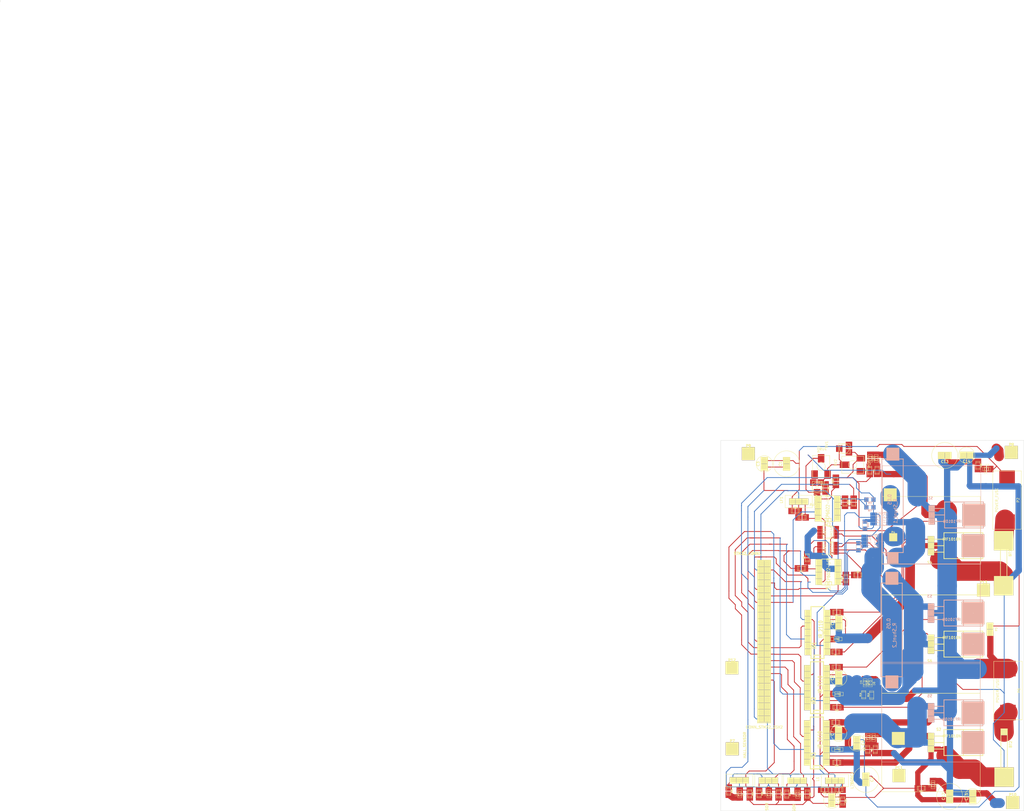
<source format=kicad_pcb>
(kicad_pcb (version 3) (host pcbnew "(22-Jun-2014 BZR 4027)-stable")
  (layers (15 F.Cu signal hide) (0 B.Cu signal hide) (18 B.Paste user) (19 F.Paste user) (20 B.SilkS user) (21 F.SilkS user) (22 B.Mask user) (23 F.Mask user) (28 Edge.Cuts user))
  (net 0 "")
  (net 1 +3.3V)
  (net 2 +48V)
  (net 3 +5V)
  (net 4 GND)
  (net 5 N-000001)
  (net 6 N-0000010)
  (net 7 N-00000100)
  (net 8 N-00000103)
  (net 9 N-00000104)
  (net 10 N-00000107)
  (net 11 N-0000011)
  (net 12 N-00000110)
  (net 13 N-00000111)
  (net 14 N-00000116)
  (net 15 N-00000117)
  (net 16 N-00000118)
  (net 17 N-0000012)
  (net 18 N-0000013)
  (net 19 N-0000014)
  (net 20 N-0000015)
  (net 21 N-0000017)
  (net 22 N-0000018)
  (net 23 N-0000019)
  (net 24 N-000002)
  (net 25 N-0000020)
  (net 26 N-0000021)
  (net 27 N-0000022)
  (net 28 N-0000026)
  (net 29 N-0000028)
  (net 30 N-0000029)
  (net 31 N-000003)
  (net 32 N-0000030)
  (net 33 N-0000031)
  (net 34 N-0000032)
  (net 35 N-0000033)
  (net 36 N-0000034)
  (net 37 N-0000035)
  (net 38 N-0000036)
  (net 39 N-0000037)
  (net 40 N-0000038)
  (net 41 N-000004)
  (net 42 N-0000040)
  (net 43 N-0000044)
  (net 44 N-000005)
  (net 45 N-000006)
  (net 46 N-0000068)
  (net 47 N-000007)
  (net 48 N-0000074)
  (net 49 N-0000076)
  (net 50 N-000008)
  (net 51 N-0000081)
  (net 52 N-0000082)
  (net 53 N-0000083)
  (net 54 N-0000084)
  (net 55 N-0000085)
  (net 56 N-0000086)
  (net 57 N-0000088)
  (net 58 N-000009)
  (net 59 N-0000097)
  (net 60 VCC)
  (net 61 VDD)
  (module fuse_holder_SMD (layer F.Cu) (at 269.5702 162.6108 270)
    (fp_text reference P6 (at 0 -4.318 270) (layer F.SilkS))
    (fp_text value POWER_FUSE (at 0 4.064 270) (layer F.SilkS))
    (pad 2 smd rect (at 8.636 0 270) (size 6.096 6.096) (layers F.Cu F.Paste F.Mask) (net 18 N-0000013))
    (pad 1 smd rect (at -8.636 0 270) (size 6.096 6.096) (layers F.Cu F.Paste F.Mask) (net 2 +48V))
  )
  (module TO220_Big_Heat_Sink_Drain_Sink (layer F.Cu) (at 239.395 144.399)
    (fp_text reference S6 (at -0.508 6.604) (layer F.SilkS) (effects (font (size 1.016 1.016) (thickness 0.2032))))
    (fp_text value IRF1010N (at 8.128 -2.54) (layer F.SilkS) (effects (font (size 1.016 1.016) (thickness 0.2032))))
    (pad 1 thru_hole rect (at 0 2.54) (size 2.4638 2.4638) (drill 0.127) (layers *.Cu *.Mask F.SilkS) (net 4 GND))
    (pad 2 thru_hole rect (at 0 -2.54) (size 2.4638 2.4638) (drill 0.127) (layers *.Cu *.Mask F.SilkS) (net 8 N-00000103))
    (pad 3 thru_hole rect (at 0 0) (size 2.4638 2.4638) (drill 0.127) (layers *.Cu *.Mask F.SilkS) (net 46 N-0000068))
    (pad 3 thru_hole rect (at 16.51 0) (size 8.89 8.89) (drill 0.127) (layers *.Cu *.SilkS *.Mask) (net 46 N-0000068))
  )
  (module DIP-14__300 (layer F.Cu) (at 194.6148 183.1594 90)
    (fp_text reference IR3 (at -5.08 -1.27 90) (layer F.SilkS) (effects (font (size 1.524 1.143) (thickness 0.3048))))
    (fp_text value IR_2110 (at 1.27 1.27 90) (layer F.SilkS) (effects (font (size 1.524 1.143) (thickness 0.3048))))
    (pad 1 thru_hole rect (at -7.62 3.81 90) (size 2.4638 2.4638) (drill 0.127) (layers *.Cu *.Mask F.SilkS) (net 35 N-0000033))
    (pad 2 thru_hole rect (at -5.08 3.81 90) (size 2.4638 2.4638) (drill 0.127) (layers *.Cu *.Mask F.SilkS) (net 4 GND))
    (pad 3 thru_hole rect (at -2.54 3.81 90) (size 2.4638 2.4638) (drill 0.127) (layers *.Cu *.Mask F.SilkS) (net 60 VCC))
    (pad 4 thru_hole rect (at 0 3.81 90) (size 2.4638 2.4638) (drill 0.127) (layers *.Cu *.Mask F.SilkS))
    (pad 5 thru_hole rect (at 2.54 3.81 90) (size 2.4638 2.4638) (drill 0.127) (layers *.Cu *.Mask F.SilkS) (net 49 N-0000076))
    (pad 6 thru_hole rect (at 5.08 3.81 90) (size 2.4638 2.4638) (drill 0.127) (layers *.Cu *.Mask F.SilkS) (net 37 N-0000035))
    (pad 7 thru_hole rect (at 7.62 3.81 90) (size 2.4638 2.4638) (drill 0.127) (layers *.Cu *.Mask F.SilkS) (net 36 N-0000034))
    (pad 8 thru_hole rect (at 7.62 -3.81 90) (size 2.4638 2.4638) (drill 0.127) (layers *.Cu *.Mask F.SilkS))
    (pad 9 thru_hole rect (at 5.08 -3.81 90) (size 2.4638 2.4638) (drill 0.127) (layers *.Cu *.Mask F.SilkS) (net 61 VDD))
    (pad 10 thru_hole rect (at 2.54 -3.81 90) (size 2.4638 2.4638) (drill 0.127) (layers *.Cu *.Mask F.SilkS) (net 6 N-0000010))
    (pad 11 thru_hole rect (at 0 -3.81 90) (size 2.4638 2.4638) (drill 0.127) (layers *.Cu *.Mask F.SilkS))
    (pad 12 thru_hole rect (at -2.54 -3.81 90) (size 2.4638 2.4638) (drill 0.127) (layers *.Cu *.Mask F.SilkS) (net 5 N-000001))
    (pad 13 thru_hole rect (at -5.08 -3.81 90) (size 2.4638 2.4638) (drill 0.127) (layers *.Cu *.Mask F.SilkS) (net 4 GND))
    (pad 14 thru_hole rect (at -7.62 -3.81 90) (size 2.4638 2.4638) (drill 0.127) (layers *.Cu *.Mask F.SilkS))
  )
  (module TO220_small_Heatsink_stand_reduced_area (layer F.Cu) (at 175.6283 197.9041 270)
    (fp_text reference H2 (at 17.3355 -3.3401 270) (layer F.SilkS) (effects (font (size 1.016 1.016) (thickness 0.2032))))
    (fp_text value HALL_SENSOR (at 13.9065 0.5969 270) (layer F.SilkS) (effects (font (size 1.016 1.016) (thickness 0.2032))))
    (pad 1 thru_hole rect (at 0 2.54 270) (size 2.4638 2.4638) (drill 0.127) (layers *.Cu *.Mask F.SilkS) (net 4 GND))
    (pad 2 thru_hole rect (at 0 -2.54 270) (size 2.4638 2.4638) (drill 0.127) (layers *.Cu *.Mask F.SilkS) (net 31 N-000003))
    (pad 3 thru_hole rect (at 0 0 270) (size 2.4638 2.4638) (drill 0.127) (layers *.Cu *.Mask F.SilkS) (net 3 +5V))
  )
  (module TO220_small_Heatsink_stand_reduced_area (layer F.Cu) (at 164.211 197.8406 270)
    (fp_text reference H3 (at -12.827 1.9304 270) (layer F.SilkS) (effects (font (size 1.016 1.016) (thickness 0.2032))))
    (fp_text value HALL_SENSOR (at -13.843 -2.1336 270) (layer F.SilkS) (effects (font (size 1.016 1.016) (thickness 0.2032))))
    (pad 1 thru_hole rect (at 0 2.54 270) (size 2.4638 2.4638) (drill 0.127) (layers *.Cu *.Mask F.SilkS) (net 4 GND))
    (pad 2 thru_hole rect (at 0 -2.54 270) (size 2.4638 2.4638) (drill 0.127) (layers *.Cu *.Mask F.SilkS) (net 42 N-0000040))
    (pad 3 thru_hole rect (at 0 0 270) (size 2.4638 2.4638) (drill 0.127) (layers *.Cu *.Mask F.SilkS) (net 3 +5V))
  )
  (module 10mm_C (layer F.Cu) (at 213.8426 197.4596 90)
    (fp_text reference C2 (at 0 2.413 90) (layer F.SilkS) (effects (font (size 1.016 1.016) (thickness 0.2032))))
    (fp_text value 1000uF hide)
    (pad 1 thru_hole rect (at -1.27 0 90) (size 2.4638 2.4638) (drill 0.127) (layers *.Cu *.Mask F.SilkS) (net 60 VCC))
    (pad 2 thru_hole rect (at 1.27 0 90) (size 2.4638 2.4638) (drill 0.127) (layers *.Cu *.Mask F.SilkS) (net 4 GND))
  )
  (module DIP-8__300 (layer F.Cu) (at 198.9074 91.2622 90)
    (fp_text reference M2 (at -6.35 0 180) (layer F.SilkS) (effects (font (size 1.27 1.143) (thickness 0.2032))))
    (fp_text value MCP6022-I/P (at 0 0 90) (layer F.SilkS) (effects (font (size 1.27 1.016) (thickness 0.2032))))
    (pad 1 thru_hole rect (at -3.81 3.81 90) (size 2.4638 2.4638) (drill 0.127) (layers *.Cu *.Mask F.SilkS) (net 7 N-00000100))
    (pad 2 thru_hole rect (at -1.27 3.81 90) (size 2.4638 2.4638) (drill 0.127) (layers *.Cu *.Mask F.SilkS) (net 7 N-00000100))
    (pad 3 thru_hole rect (at 1.27 3.81 90) (size 2.4638 2.4638) (drill 0.127) (layers *.Cu *.Mask F.SilkS) (net 29 N-0000028))
    (pad 4 thru_hole rect (at 3.81 3.81 90) (size 2.4638 2.4638) (drill 0.127) (layers *.Cu *.Mask F.SilkS) (net 4 GND))
    (pad 5 thru_hole rect (at 3.81 -3.81 90) (size 2.4638 2.4638) (drill 0.127) (layers *.Cu *.Mask F.SilkS) (net 28 N-0000026))
    (pad 6 thru_hole rect (at 1.27 -3.81 90) (size 2.4638 2.4638) (drill 0.127) (layers *.Cu *.Mask F.SilkS) (net 50 N-000008))
    (pad 7 thru_hole rect (at -1.27 -3.81 90) (size 2.4638 2.4638) (drill 0.127) (layers *.Cu *.Mask F.SilkS) (net 50 N-000008))
    (pad 8 thru_hole rect (at -3.81 -3.81 90) (size 2.4638 2.4638) (drill 0.127) (layers *.Cu *.Mask F.SilkS) (net 1 +3.3V))
  )
  (module R_Shunt (layer B.Cu) (at 224.4344 89.9414 270)
    (fp_text reference R_Shunt_1 (at 2.286 -1.016 270) (layer B.SilkS) (effects (font (size 1.397 1.27) (thickness 0.2032)) (justify mirror)))
    (fp_text value 0.05 (at -2.286 1.27 270) (layer B.SilkS) (effects (font (size 1.397 1.27) (thickness 0.2032)) (justify mirror)))
    (pad 1 thru_hole rect (at -20.066 0 270) (size 5.08 5.08) (drill 0.127) (layers *.Cu *.Mask B.SilkS) (net 48 N-0000074))
    (pad 2 thru_hole rect (at 20.574 0 270) (size 4.445 4.445) (drill 0.127) (layers *.Cu *.Mask B.SilkS) (net 34 N-0000032))
  )
  (module PIN_ARRAY_STM32_25X2 (layer F.Cu) (at 173.6598 140.9954)
    (fp_text reference STM32_CONN1 (at -6.223 -32.131) (layer F.SilkS) (effects (font (size 1.016 1.016) (thickness 0.27432))))
    (fp_text value CONN_STM32_25X2 (at 0.35 35.975) (layer F.SilkS) (effects (font (size 1.016 1.016) (thickness 0.2032))))
    (pad 1 thru_hole rect (at -0.9939 -28.2205 270) (size 2.4638 2.4638) (drill 0.127) (layers *.Cu *.Mask F.SilkS) (net 4 GND))
    (pad 2 thru_hole rect (at 1.524 -28.194 270) (size 2.4638 2.4638) (drill 0.127) (layers *.Cu *.Mask F.SilkS) (net 4 GND))
    (pad 11 thru_hole rect (at -0.9939 -15.5205 270) (size 2.4638 2.4638) (drill 0.127) (layers *.Cu *.Mask F.SilkS))
    (pad 4 thru_hole rect (at 1.5461 -25.6805 270) (size 2.4638 2.4638) (drill 0.127) (layers *.Cu *.Mask F.SilkS) (net 61 VDD))
    (pad 13 thru_hole rect (at -0.9939 -12.9805 270) (size 2.4638 2.4638) (drill 0.127) (layers *.Cu *.Mask F.SilkS) (net 27 N-0000022))
    (pad 6 thru_hole rect (at 1.5461 -23.1405 270) (size 2.4638 2.4638) (drill 0.127) (layers *.Cu *.Mask F.SilkS))
    (pad 15 thru_hole rect (at -0.9939 -10.4405 270) (size 2.4638 2.4638) (drill 0.127) (layers *.Cu *.Mask F.SilkS))
    (pad 8 thru_hole rect (at 1.5461 -20.6005 270) (size 2.4638 2.4638) (drill 0.127) (layers *.Cu *.Mask F.SilkS) (net 43 N-0000044))
    (pad 17 thru_hole rect (at -0.9939 -7.9005 270) (size 2.4638 2.4638) (drill 0.127) (layers *.Cu *.Mask F.SilkS))
    (pad 10 thru_hole rect (at 1.5461 -18.0605 270) (size 2.4638 2.4638) (drill 0.127) (layers *.Cu *.Mask F.SilkS))
    (pad 19 thru_hole rect (at -0.9939 -5.3605 270) (size 2.4638 2.4638) (drill 0.127) (layers *.Cu *.Mask F.SilkS))
    (pad 12 thru_hole rect (at 1.5461 -15.5205 270) (size 2.4638 2.4638) (drill 0.127) (layers *.Cu *.Mask F.SilkS) (net 21 N-0000017))
    (pad 21 thru_hole rect (at -0.9939 -2.8205 270) (size 2.4638 2.4638) (drill 0.127) (layers *.Cu *.Mask F.SilkS))
    (pad 14 thru_hole rect (at 1.5461 -12.9805 270) (size 2.4638 2.4638) (drill 0.127) (layers *.Cu *.Mask F.SilkS) (net 50 N-000008))
    (pad 23 thru_hole rect (at -0.9939 -0.2805 270) (size 2.4638 2.4638) (drill 0.127) (layers *.Cu *.Mask F.SilkS))
    (pad 16 thru_hole rect (at 1.5461 -10.4405 270) (size 2.4638 2.4638) (drill 0.127) (layers *.Cu *.Mask F.SilkS))
    (pad 25 thru_hole rect (at -0.9939 2.2595 270) (size 2.4638 2.4638) (drill 0.127) (layers *.Cu *.Mask F.SilkS) (net 11 N-0000011))
    (pad 18 thru_hole rect (at 1.5461 -7.9005 270) (size 2.4638 2.4638) (drill 0.127) (layers *.Cu *.Mask F.SilkS))
    (pad 27 thru_hole rect (at -0.9939 4.7995 270) (size 2.4638 2.4638) (drill 0.127) (layers *.Cu *.Mask F.SilkS) (net 17 N-0000012))
    (pad 20 thru_hole rect (at 1.5461 -5.3605 270) (size 2.4638 2.4638) (drill 0.127) (layers *.Cu *.Mask F.SilkS))
    (pad 29 thru_hole rect (at -0.9939 7.3395 270) (size 2.4638 2.4638) (drill 0.127) (layers *.Cu *.Mask F.SilkS) (net 5 N-000001))
    (pad 22 thru_hole rect (at 1.5461 -2.8205 270) (size 2.4638 2.4638) (drill 0.127) (layers *.Cu *.Mask F.SilkS))
    (pad 31 thru_hole rect (at -0.9939 9.8795 270) (size 2.4638 2.4638) (drill 0.127) (layers *.Cu *.Mask F.SilkS))
    (pad 24 thru_hole rect (at 1.5461 -0.2805 270) (size 2.4638 2.4638) (drill 0.127) (layers *.Cu *.Mask F.SilkS))
    (pad 26 thru_hole rect (at 1.5461 2.2595 270) (size 2.4638 2.4638) (drill 0.127) (layers *.Cu *.Mask F.SilkS))
    (pad 33 thru_hole rect (at -0.9939 12.4195 270) (size 2.4638 2.4638) (drill 0.127) (layers *.Cu *.Mask F.SilkS))
    (pad 28 thru_hole rect (at 1.5461 4.7995 270) (size 2.4638 2.4638) (drill 0.127) (layers *.Cu *.Mask F.SilkS) (net 41 N-000004))
    (pad 32 thru_hole rect (at 1.5461 9.8795 270) (size 2.4638 2.4638) (drill 0.127) (layers *.Cu *.Mask F.SilkS) (net 6 N-0000010))
    (pad 34 thru_hole rect (at 1.5461 12.4195 270) (size 2.4638 2.4638) (drill 0.127) (layers *.Cu *.Mask F.SilkS) (net 24 N-000002))
    (pad 36 thru_hole rect (at 1.5461 14.9595 270) (size 2.4638 2.4638) (drill 0.127) (layers *.Cu *.Mask F.SilkS) (net 31 N-000003))
    (pad 38 thru_hole rect (at 1.5461 17.4995 270) (size 2.4638 2.4638) (drill 0.127) (layers *.Cu *.Mask F.SilkS) (net 42 N-0000040))
    (pad 35 thru_hole rect (at -0.9939 14.9595 270) (size 2.4638 2.4638) (drill 0.127) (layers *.Cu *.Mask F.SilkS))
    (pad 37 thru_hole rect (at -0.9939 17.4995 270) (size 2.4638 2.4638) (drill 0.127) (layers *.Cu *.Mask F.SilkS))
    (pad 3 thru_hole rect (at -0.9939 -25.6805 270) (size 2.4638 2.4638) (drill 0.127) (layers *.Cu *.Mask F.SilkS) (net 61 VDD))
    (pad 5 thru_hole rect (at -0.9939 -23.1405 270) (size 2.4638 2.4638) (drill 0.127) (layers *.Cu *.Mask F.SilkS))
    (pad 7 thru_hole rect (at -0.9939 -20.6005 270) (size 2.4638 2.4638) (drill 0.127) (layers *.Cu *.Mask F.SilkS))
    (pad 9 thru_hole rect (at -0.9939 -18.0605 270) (size 2.4638 2.4638) (drill 0.127) (layers *.Cu *.Mask F.SilkS) (net 57 N-0000088))
    (pad 39 thru_hole rect (at -0.9939 20.0395 270) (size 2.4638 2.4638) (drill 0.127) (layers *.Cu *.Mask F.SilkS))
    (pad 40 thru_hole rect (at 1.5461 20.0395 270) (size 2.4638 2.4638) (drill 0.127) (layers *.Cu *.Mask F.SilkS))
    (pad 30 thru_hole rect (at 1.5461 7.3395 270) (size 2.4638 2.4638) (drill 0.127) (layers *.Cu *.Mask F.SilkS) (net 58 N-000009))
    (pad 41 thru_hole rect (at -0.9939 22.5795 270) (size 2.4638 2.4638) (drill 0.127) (layers *.Cu *.Mask F.SilkS))
    (pad 42 thru_hole rect (at 1.5461 22.5795 270) (size 2.4638 2.4638) (drill 0.127) (layers *.Cu *.Mask F.SilkS))
    (pad 43 thru_hole rect (at -0.9939 25.1195 270) (size 2.4638 2.4638) (drill 0.127) (layers *.Cu *.Mask F.SilkS))
    (pad 44 thru_hole rect (at 1.5461 25.1195 270) (size 2.4638 2.4638) (drill 0.127) (layers *.Cu *.Mask F.SilkS))
    (pad 45 thru_hole rect (at -0.9939 27.6595 270) (size 2.4638 2.4638) (drill 0.127) (layers *.Cu *.Mask F.SilkS))
    (pad 46 thru_hole rect (at 1.5461 27.6595 270) (size 2.4638 2.4638) (drill 0.127) (layers *.Cu *.Mask F.SilkS))
    (pad 47 thru_hole rect (at -0.9939 30.1995 270) (size 2.4638 2.4638) (drill 0.127) (layers *.Cu *.Mask F.SilkS))
    (pad 48 thru_hole rect (at 1.5461 30.1995 270) (size 2.4638 2.4638) (drill 0.127) (layers *.Cu *.Mask F.SilkS))
    (pad 49 thru_hole rect (at -0.9939 32.7395 270) (size 2.4638 2.4638) (drill 0.127) (layers *.Cu *.Mask F.SilkS) (net 4 GND))
    (pad 50 thru_hole rect (at 1.5461 32.7395 270) (size 2.4638 2.4638) (drill 0.127) (layers *.Cu *.Mask F.SilkS) (net 4 GND))
  )
  (module R_Shunt (layer B.Cu) (at 224.0534 138.6332 270)
    (fp_text reference R_Shunt_2 (at 2.286 -1.016 270) (layer B.SilkS) (effects (font (size 1.397 1.27) (thickness 0.2032)) (justify mirror)))
    (fp_text value 0.05 (at -2.286 1.27 270) (layer B.SilkS) (effects (font (size 1.397 1.27) (thickness 0.2032)) (justify mirror)))
    (pad 1 thru_hole rect (at -20.066 0 270) (size 5.08 5.08) (drill 0.127) (layers *.Cu *.Mask B.SilkS) (net 46 N-0000068))
    (pad 2 thru_hole rect (at 20.574 0 270) (size 5.08 5.08) (drill 0.127) (layers *.Cu *.Mask B.SilkS) (net 53 N-0000083))
  )
  (module PIN_ARRAY_1 (layer F.Cu) (at 223.4184 85.8266)
    (fp_text reference P1 (at 0 -1.905) (layer F.SilkS) (effects (font (size 0.762 0.762) (thickness 0.1524))))
    (fp_text value CONN_1 hide)
    (pad 1 thru_hole rect (at 0 0) (size 5.08 5.08) (drill 0.127) (layers *.Cu *.Mask F.SilkS) (net 51 N-0000081))
  )
  (module PIN_ARRAY_1 (layer F.Cu) (at 224.5614 102.4636)
    (fp_text reference P4 (at 0 -1.905) (layer F.SilkS) (effects (font (size 0.762 0.762) (thickness 0.1524))))
    (fp_text value CONN_1 hide)
    (pad 1 thru_hole rect (at 0 0) (size 3.175 3.175) (drill 0.127) (layers *.Cu *.Mask F.SilkS) (net 52 N-0000082))
  )
  (module DIP-8__300 (layer F.Cu) (at 199.1614 116.1288 90)
    (fp_text reference M1 (at -6.35 0 180) (layer F.SilkS) (effects (font (size 1.27 1.143) (thickness 0.2032))))
    (fp_text value MCP6022-I/P (at 0 0 90) (layer F.SilkS) (effects (font (size 1.27 1.016) (thickness 0.2032))))
    (pad 1 thru_hole rect (at -3.81 3.81 90) (size 2.4638 2.4638) (drill 0.127) (layers *.Cu *.Mask F.SilkS) (net 21 N-0000017))
    (pad 2 thru_hole rect (at -1.27 3.81 90) (size 2.4638 2.4638) (drill 0.127) (layers *.Cu *.Mask F.SilkS) (net 40 N-0000038))
    (pad 3 thru_hole rect (at 1.27 3.81 90) (size 2.4638 2.4638) (drill 0.127) (layers *.Cu *.Mask F.SilkS) (net 39 N-0000037))
    (pad 4 thru_hole rect (at 3.81 3.81 90) (size 2.4638 2.4638) (drill 0.127) (layers *.Cu *.Mask F.SilkS) (net 4 GND))
    (pad 5 thru_hole rect (at 3.81 -3.81 90) (size 2.4638 2.4638) (drill 0.127) (layers *.Cu *.Mask F.SilkS) (net 25 N-0000020))
    (pad 6 thru_hole rect (at 1.27 -3.81 90) (size 2.4638 2.4638) (drill 0.127) (layers *.Cu *.Mask F.SilkS) (net 38 N-0000036))
    (pad 7 thru_hole rect (at -1.27 -3.81 90) (size 2.4638 2.4638) (drill 0.127) (layers *.Cu *.Mask F.SilkS) (net 27 N-0000022))
    (pad 8 thru_hole rect (at -3.81 -3.81 90) (size 2.4638 2.4638) (drill 0.127) (layers *.Cu *.Mask F.SilkS) (net 1 +3.3V))
  )
  (module DIP-14__300 (layer F.Cu) (at 194.691 161.4678 90)
    (fp_text reference IR2 (at -5.08 -1.27 90) (layer F.SilkS) (effects (font (size 1.524 1.143) (thickness 0.3048))))
    (fp_text value IR_2110 (at 1.27 1.27 90) (layer F.SilkS) (effects (font (size 1.524 1.143) (thickness 0.3048))))
    (pad 1 thru_hole rect (at -7.62 3.81 90) (size 2.4638 2.4638) (drill 0.127) (layers *.Cu *.Mask F.SilkS) (net 30 N-0000029))
    (pad 2 thru_hole rect (at -5.08 3.81 90) (size 2.4638 2.4638) (drill 0.127) (layers *.Cu *.Mask F.SilkS) (net 4 GND))
    (pad 3 thru_hole rect (at -2.54 3.81 90) (size 2.4638 2.4638) (drill 0.127) (layers *.Cu *.Mask F.SilkS) (net 60 VCC))
    (pad 4 thru_hole rect (at 0 3.81 90) (size 2.4638 2.4638) (drill 0.127) (layers *.Cu *.Mask F.SilkS))
    (pad 5 thru_hole rect (at 2.54 3.81 90) (size 2.4638 2.4638) (drill 0.127) (layers *.Cu *.Mask F.SilkS) (net 46 N-0000068))
    (pad 6 thru_hole rect (at 5.08 3.81 90) (size 2.4638 2.4638) (drill 0.127) (layers *.Cu *.Mask F.SilkS) (net 33 N-0000031))
    (pad 7 thru_hole rect (at 7.62 3.81 90) (size 2.4638 2.4638) (drill 0.127) (layers *.Cu *.Mask F.SilkS) (net 32 N-0000030))
    (pad 8 thru_hole rect (at 7.62 -3.81 90) (size 2.4638 2.4638) (drill 0.127) (layers *.Cu *.Mask F.SilkS))
    (pad 9 thru_hole rect (at 5.08 -3.81 90) (size 2.4638 2.4638) (drill 0.127) (layers *.Cu *.Mask F.SilkS) (net 61 VDD))
    (pad 10 thru_hole rect (at 2.54 -3.81 90) (size 2.4638 2.4638) (drill 0.127) (layers *.Cu *.Mask F.SilkS) (net 58 N-000009))
    (pad 11 thru_hole rect (at 0 -3.81 90) (size 2.4638 2.4638) (drill 0.127) (layers *.Cu *.Mask F.SilkS))
    (pad 12 thru_hole rect (at -2.54 -3.81 90) (size 2.4638 2.4638) (drill 0.127) (layers *.Cu *.Mask F.SilkS) (net 17 N-0000012))
    (pad 13 thru_hole rect (at -5.08 -3.81 90) (size 2.4638 2.4638) (drill 0.127) (layers *.Cu *.Mask F.SilkS) (net 4 GND))
    (pad 14 thru_hole rect (at -7.62 -3.81 90) (size 2.4638 2.4638) (drill 0.127) (layers *.Cu *.Mask F.SilkS))
  )
  (module DIP-14__300 (layer F.Cu) (at 194.8688 139.8524 90)
    (fp_text reference IR1 (at -5.08 -1.27 90) (layer F.SilkS) (effects (font (size 1.524 1.143) (thickness 0.3048))))
    (fp_text value IR_2110 (at 1.27 1.27 90) (layer F.SilkS) (effects (font (size 1.524 1.143) (thickness 0.3048))))
    (pad 1 thru_hole rect (at -7.62 3.81 90) (size 2.4638 2.4638) (drill 0.127) (layers *.Cu *.Mask F.SilkS) (net 44 N-000005))
    (pad 2 thru_hole rect (at -5.08 3.81 90) (size 2.4638 2.4638) (drill 0.127) (layers *.Cu *.Mask F.SilkS) (net 4 GND))
    (pad 3 thru_hole rect (at -2.54 3.81 90) (size 2.4638 2.4638) (drill 0.127) (layers *.Cu *.Mask F.SilkS) (net 60 VCC))
    (pad 4 thru_hole rect (at 0 3.81 90) (size 2.4638 2.4638) (drill 0.127) (layers *.Cu *.Mask F.SilkS))
    (pad 5 thru_hole rect (at 2.54 3.81 90) (size 2.4638 2.4638) (drill 0.127) (layers *.Cu *.Mask F.SilkS) (net 48 N-0000074))
    (pad 6 thru_hole rect (at 5.08 3.81 90) (size 2.4638 2.4638) (drill 0.127) (layers *.Cu *.Mask F.SilkS) (net 47 N-000007))
    (pad 7 thru_hole rect (at 7.62 3.81 90) (size 2.4638 2.4638) (drill 0.127) (layers *.Cu *.Mask F.SilkS) (net 45 N-000006))
    (pad 8 thru_hole rect (at 7.62 -3.81 90) (size 2.4638 2.4638) (drill 0.127) (layers *.Cu *.Mask F.SilkS))
    (pad 9 thru_hole rect (at 5.08 -3.81 90) (size 2.4638 2.4638) (drill 0.127) (layers *.Cu *.Mask F.SilkS) (net 61 VDD))
    (pad 10 thru_hole rect (at 2.54 -3.81 90) (size 2.4638 2.4638) (drill 0.127) (layers *.Cu *.Mask F.SilkS) (net 41 N-000004))
    (pad 11 thru_hole rect (at 0 -3.81 90) (size 2.4638 2.4638) (drill 0.127) (layers *.Cu *.Mask F.SilkS))
    (pad 12 thru_hole rect (at -2.54 -3.81 90) (size 2.4638 2.4638) (drill 0.127) (layers *.Cu *.Mask F.SilkS) (net 11 N-0000011))
    (pad 13 thru_hole rect (at -5.08 -3.81 90) (size 2.4638 2.4638) (drill 0.127) (layers *.Cu *.Mask F.SilkS) (net 4 GND))
    (pad 14 thru_hole rect (at -7.62 -3.81 90) (size 2.4638 2.4638) (drill 0.127) (layers *.Cu *.Mask F.SilkS))
  )
  (module PIN_ARRAY_1 (layer F.Cu) (at 226.568 181.3814 90)
    (fp_text reference P5 (at 0 -1.905 90) (layer F.SilkS) (effects (font (size 0.762 0.762) (thickness 0.1524))))
    (fp_text value CONN_1 hide)
    (pad 1 thru_hole rect (at 0 0 90) (size 5.08 5.08) (drill 0.127) (layers *.Cu *.Mask F.SilkS) (net 49 N-0000076))
  )
  (module TO220_small_Heatsink_stand_reduced_area (layer F.Cu) (at 186.8805 197.9549 270)
    (fp_text reference H1 (at 18.1737 -3.3909 270) (layer F.SilkS) (effects (font (size 1.016 1.016) (thickness 0.2032))))
    (fp_text value HALL_SENSOR (at 14.3637 1.1811 270) (layer F.SilkS) (effects (font (size 1.016 1.016) (thickness 0.2032))))
    (pad 1 thru_hole rect (at 0 2.54 270) (size 2.4638 2.4638) (drill 0.127) (layers *.Cu *.Mask F.SilkS) (net 4 GND))
    (pad 2 thru_hole rect (at 0 -2.54 270) (size 2.4638 2.4638) (drill 0.127) (layers *.Cu *.Mask F.SilkS) (net 24 N-000002))
    (pad 3 thru_hole rect (at 0 0 270) (size 2.4638 2.4638) (drill 0.127) (layers *.Cu *.Mask F.SilkS) (net 3 +5V))
  )
  (module TO220_small_Heatsink_stand_reduced_area (layer F.Cu) (at 201.7014 197.9422 270)
    (fp_text reference L1 (at -0.635 6.731 270) (layer F.SilkS) (effects (font (size 1.016 1.016) (thickness 0.2032))))
    (fp_text value L7805CV (at -0.127 -6.731 270) (layer F.SilkS) (effects (font (size 1.016 1.016) (thickness 0.2032))))
    (pad 1 thru_hole rect (at 0 2.54 270) (size 2.4638 2.4638) (drill 0.127) (layers *.Cu *.Mask F.SilkS) (net 60 VCC))
    (pad 2 thru_hole rect (at 0 -2.54 270) (size 2.4638 2.4638) (drill 0.127) (layers *.Cu *.Mask F.SilkS) (net 3 +5V))
    (pad 3 thru_hole rect (at 0 0 270) (size 2.4638 2.4638) (drill 0.127) (layers *.Cu *.Mask F.SilkS) (net 4 GND))
  )
  (module TO220_small_Heatsink_stand_reduced_area (layer F.Cu) (at 187.5028 88.4682 270)
    (fp_text reference LF1 (at -0.635 6.731 270) (layer F.SilkS) (effects (font (size 1.016 1.016) (thickness 0.2032))))
    (fp_text value LF33CV (at -0.127 -6.731 270) (layer F.SilkS) (effects (font (size 1.016 1.016) (thickness 0.2032))))
    (pad 1 thru_hole rect (at 0 2.54 270) (size 2.4638 2.4638) (drill 0.127) (layers *.Cu *.Mask F.SilkS) (net 60 VCC))
    (pad 2 thru_hole rect (at 0 -2.54 270) (size 2.4638 2.4638) (drill 0.127) (layers *.Cu *.Mask F.SilkS) (net 1 +3.3V))
    (pad 3 thru_hole rect (at 0 0 270) (size 2.4638 2.4638) (drill 0.127) (layers *.Cu *.Mask F.SilkS) (net 4 GND))
  )
  (module 6mm_C (layer F.Cu) (at 253.3396 70.3072)
    (fp_text reference C14 (at 0 2.413) (layer F.SilkS) (effects (font (size 1.016 1.016) (thickness 0.2032))))
    (fp_text value 100uF hide)
    (pad 1 thru_hole rect (at -1.27 0) (size 2.4638 2.4638) (drill 0.127) (layers *.Cu *.Mask F.SilkS) (net 2 +48V))
    (pad 2 thru_hole rect (at 1.27 0) (size 2.4638 2.4638) (drill 0.127) (layers *.Cu *.Mask F.SilkS) (net 4 GND))
  )
  (module 6mm_C (layer F.Cu) (at 255.76276 204.2414 270)
    (fp_text reference C15 (at 0 2.413 270) (layer F.SilkS) (effects (font (size 1.016 1.016) (thickness 0.2032))))
    (fp_text value 100uF hide)
    (pad 1 thru_hole rect (at -1.27 0 270) (size 2.4638 2.4638) (drill 0.127) (layers *.Cu *.Mask F.SilkS) (net 2 +48V))
    (pad 2 thru_hole rect (at 1.27 0 270) (size 2.4638 2.4638) (drill 0.127) (layers *.Cu *.Mask F.SilkS) (net 4 GND))
  )
  (module 10mm_C (layer F.Cu) (at 246.7102 204.12964 270)
    (fp_text reference C12 (at 0 2.413 270) (layer F.SilkS) (effects (font (size 1.016 1.016) (thickness 0.2032))))
    (fp_text value 1000uF hide)
    (pad 1 thru_hole rect (at -1.27 0 270) (size 2.4638 2.4638) (drill 0.127) (layers *.Cu *.Mask F.SilkS) (net 2 +48V))
    (pad 2 thru_hole rect (at 1.27 0 270) (size 2.4638 2.4638) (drill 0.127) (layers *.Cu *.Mask F.SilkS) (net 4 GND))
  )
  (module 10mm_C (layer F.Cu) (at 244.7798 70.4088)
    (fp_text reference C13 (at 0 2.413) (layer F.SilkS) (effects (font (size 1.016 1.016) (thickness 0.2032))))
    (fp_text value 1000uF hide)
    (pad 1 thru_hole rect (at -1.27 0) (size 2.4638 2.4638) (drill 0.127) (layers *.Cu *.Mask F.SilkS) (net 2 +48V))
    (pad 2 thru_hole rect (at 1.27 0) (size 2.4638 2.4638) (drill 0.127) (layers *.Cu *.Mask F.SilkS) (net 4 GND))
  )
  (module 6mm_C (layer F.Cu) (at 210.2866 183.134 90)
    (fp_text reference C4 (at 0 2.413 90) (layer F.SilkS) (effects (font (size 1.016 1.016) (thickness 0.2032))))
    (fp_text value 100uF hide)
    (pad 1 thru_hole rect (at -1.27 0 90) (size 2.4638 2.4638) (drill 0.127) (layers *.Cu *.Mask F.SilkS) (net 60 VCC))
    (pad 2 thru_hole rect (at 1.27 0 90) (size 2.4638 2.4638) (drill 0.127) (layers *.Cu *.Mask F.SilkS) (net 4 GND))
  )
  (module 6mm_C (layer F.Cu) (at 203.2 157.6578 270)
    (fp_text reference C6 (at 0 2.413 270) (layer F.SilkS) (effects (font (size 1.016 1.016) (thickness 0.2032))))
    (fp_text value 100uF hide)
    (pad 1 thru_hole rect (at -1.27 0 270) (size 2.4638 2.4638) (drill 0.127) (layers *.Cu *.Mask F.SilkS) (net 33 N-0000031))
    (pad 2 thru_hole rect (at 1.27 0 270) (size 2.4638 2.4638) (drill 0.127) (layers *.Cu *.Mask F.SilkS) (net 46 N-0000068))
  )
  (module 6mm_C (layer F.Cu) (at 174.0154 73.6854 270)
    (fp_text reference C3 (at 0 2.413 270) (layer F.SilkS) (effects (font (size 1.016 1.016) (thickness 0.2032))))
    (fp_text value 100uF hide)
    (pad 1 thru_hole rect (at -1.27 0 270) (size 2.4638 2.4638) (drill 0.127) (layers *.Cu *.Mask F.SilkS) (net 60 VCC))
    (pad 2 thru_hole rect (at 1.27 0 270) (size 2.4638 2.4638) (drill 0.127) (layers *.Cu *.Mask F.SilkS) (net 4 GND))
  )
  (module 6mm_C (layer F.Cu) (at 203.2508 136.0424 270)
    (fp_text reference C5 (at 0 2.413 270) (layer F.SilkS) (effects (font (size 1.016 1.016) (thickness 0.2032))))
    (fp_text value 100uF hide)
    (pad 1 thru_hole rect (at -1.27 0 270) (size 2.4638 2.4638) (drill 0.127) (layers *.Cu *.Mask F.SilkS) (net 47 N-000007))
    (pad 2 thru_hole rect (at 1.27 0 270) (size 2.4638 2.4638) (drill 0.127) (layers *.Cu *.Mask F.SilkS) (net 48 N-0000074))
  )
  (module 10mm_C (layer F.Cu) (at 182.7276 73.6854 270)
    (fp_text reference C1 (at 0 2.413 270) (layer F.SilkS) (effects (font (size 1.016 1.016) (thickness 0.2032))))
    (fp_text value 1000uF hide)
    (pad 1 thru_hole rect (at -1.27 0 270) (size 2.4638 2.4638) (drill 0.127) (layers *.Cu *.Mask F.SilkS) (net 60 VCC))
    (pad 2 thru_hole rect (at 1.27 0 270) (size 2.4638 2.4638) (drill 0.127) (layers *.Cu *.Mask F.SilkS) (net 4 GND))
  )
  (module 6mm_C (layer F.Cu) (at 203.1238 179.3494 270)
    (fp_text reference C7 (at 0 2.413 270) (layer F.SilkS) (effects (font (size 1.016 1.016) (thickness 0.2032))))
    (fp_text value 100u hide)
    (pad 1 thru_hole rect (at -1.27 0 270) (size 2.4638 2.4638) (drill 0.127) (layers *.Cu *.Mask F.SilkS) (net 37 N-0000035))
    (pad 2 thru_hole rect (at 1.27 0 270) (size 2.4638 2.4638) (drill 0.127) (layers *.Cu *.Mask F.SilkS) (net 49 N-0000076))
  )
  (module 6mm_C (layer F.Cu) (at 200.5076 205.5876 90)
    (fp_text reference C17 (at 0 2.413 90) (layer F.SilkS) (effects (font (size 1.016 1.016) (thickness 0.2032))))
    (fp_text value 100uF hide)
    (pad 1 thru_hole rect (at -1.27 0 90) (size 2.4638 2.4638) (drill 0.127) (layers *.Cu *.Mask F.SilkS) (net 61 VDD))
    (pad 2 thru_hole rect (at 1.27 0 90) (size 2.4638 2.4638) (drill 0.127) (layers *.Cu *.Mask F.SilkS) (net 4 GND))
  )
  (module INA_148 (layer F.Cu) (at 199.0598 100.5586 90)
    (fp_text reference INA1 (at 0 -1.27 90) (layer F.SilkS) (effects (font (size 1.143 1.016) (thickness 0.127))))
    (fp_text value INA148 (at 0 1.27 90) (layer F.SilkS) (effects (font (size 1.016 1.016) (thickness 0.127))))
    (pad 8 smd rect (at -1.905 -3.175 90) (size 1.2192 2.159) (layers F.Cu F.Paste F.Mask))
    (pad 7 smd rect (at -0.635 -3.175 90) (size 1.2192 2.159) (layers F.Cu F.Paste F.Mask) (net 1 +3.3V))
    (pad 6 smd rect (at 0.635 -3.175 90) (size 1.2192 2.159) (layers F.Cu F.Paste F.Mask) (net 39 N-0000037))
    (pad 5 smd rect (at 1.905 -3.175 90) (size 1.2192 2.159) (layers F.Cu F.Paste F.Mask))
    (pad 4 smd rect (at 1.905 3.175 90) (size 1.2192 2.159) (layers F.Cu F.Paste F.Mask) (net 4 GND))
    (pad 3 smd rect (at 0.635 3.175 90) (size 1.2192 2.159) (layers F.Cu F.Paste F.Mask) (net 48 N-0000074))
    (pad 2 smd rect (at -0.635 3.175 90) (size 1.2192 2.159) (layers F.Cu F.Paste F.Mask) (net 34 N-0000032))
    (pad 1 smd rect (at -1.905 3.175 90) (size 1.2192 2.159) (layers F.Cu F.Paste F.Mask) (net 7 N-00000100))
  )
  (module INA_148 (layer F.Cu) (at 199.009 106.807 90)
    (fp_text reference INA2 (at 0 -1.27 90) (layer F.SilkS) (effects (font (size 1.143 1.016) (thickness 0.127))))
    (fp_text value INA148 (at 0 1.27 90) (layer F.SilkS) (effects (font (size 1.016 1.016) (thickness 0.127))))
    (pad 8 smd rect (at -1.905 -3.175 90) (size 1.2192 2.159) (layers F.Cu F.Paste F.Mask))
    (pad 7 smd rect (at -0.635 -3.175 90) (size 1.2192 2.159) (layers F.Cu F.Paste F.Mask) (net 1 +3.3V))
    (pad 6 smd rect (at 0.635 -3.175 90) (size 1.2192 2.159) (layers F.Cu F.Paste F.Mask) (net 25 N-0000020))
    (pad 5 smd rect (at 1.905 -3.175 90) (size 1.2192 2.159) (layers F.Cu F.Paste F.Mask))
    (pad 4 smd rect (at 1.905 3.175 90) (size 1.2192 2.159) (layers F.Cu F.Paste F.Mask) (net 4 GND))
    (pad 3 smd rect (at 0.635 3.175 90) (size 1.2192 2.159) (layers F.Cu F.Paste F.Mask) (net 46 N-0000068))
    (pad 2 smd rect (at -0.635 3.175 90) (size 1.2192 2.159) (layers F.Cu F.Paste F.Mask) (net 53 N-0000083))
    (pad 1 smd rect (at -1.905 3.175 90) (size 1.2192 2.159) (layers F.Cu F.Paste F.Mask) (net 7 N-00000100))
  )
  (module TO220_Big_Heat_Sink_Drain_Sink (layer B.Cu) (at 239.649 93.726)
    (fp_text reference S1 (at -0.508 -6.604) (layer B.SilkS) (effects (font (size 1.016 1.016) (thickness 0.2032)) (justify mirror)))
    (fp_text value IRF1010N (at 8.128 2.54) (layer B.SilkS) (effects (font (size 1.016 1.016) (thickness 0.2032)) (justify mirror)))
    (pad 1 thru_hole rect (at 0 -2.54) (size 2.4638 2.4638) (drill 0.127) (layers *.Cu *.Mask B.SilkS) (net 48 N-0000074))
    (pad 2 thru_hole rect (at 0 2.54) (size 2.4638 2.4638) (drill 0.127) (layers *.Cu *.Mask B.SilkS) (net 9 N-00000104))
    (pad 3 thru_hole rect (at 0 0) (size 2.4638 2.4638) (drill 0.127) (layers *.Cu *.Mask B.SilkS) (net 2 +48V))
    (pad 3 thru_hole rect (at 16.51 0) (size 8.89 8.89) (drill 0.127) (layers *.Cu *.SilkS *.Mask) (net 2 +48V))
  )
  (module TO220_Big_Heat_Sink_Drain_Sink (layer F.Cu) (at 239.395 105.791)
    (fp_text reference S4 (at -0.508 6.604) (layer F.SilkS) (effects (font (size 1.016 1.016) (thickness 0.2032))))
    (fp_text value IRF1010N (at 8.128 -2.54) (layer F.SilkS) (effects (font (size 1.016 1.016) (thickness 0.2032))))
    (pad 1 thru_hole rect (at 0 2.54) (size 2.4638 2.4638) (drill 0.127) (layers *.Cu *.Mask F.SilkS) (net 4 GND))
    (pad 2 thru_hole rect (at 0 -2.54) (size 2.4638 2.4638) (drill 0.127) (layers *.Cu *.Mask F.SilkS) (net 10 N-00000107))
    (pad 3 thru_hole rect (at 0 0) (size 2.4638 2.4638) (drill 0.127) (layers *.Cu *.Mask F.SilkS) (net 48 N-0000074))
    (pad 3 thru_hole rect (at 16.51 0) (size 8.89 8.89) (drill 0.127) (layers *.Cu *.SilkS *.Mask) (net 48 N-0000074))
  )
  (module TO220_Big_Heat_Sink_Drain_Sink (layer B.Cu) (at 239.395 132.207)
    (fp_text reference S3 (at -0.508 -6.604) (layer B.SilkS) (effects (font (size 1.016 1.016) (thickness 0.2032)) (justify mirror)))
    (fp_text value IRF1010N (at 8.128 2.54) (layer B.SilkS) (effects (font (size 1.016 1.016) (thickness 0.2032)) (justify mirror)))
    (pad 1 thru_hole rect (at 0 -2.54) (size 2.4638 2.4638) (drill 0.127) (layers *.Cu *.Mask B.SilkS) (net 46 N-0000068))
    (pad 2 thru_hole rect (at 0 2.54) (size 2.4638 2.4638) (drill 0.127) (layers *.Cu *.Mask B.SilkS) (net 59 N-0000097))
    (pad 3 thru_hole rect (at 0 0) (size 2.4638 2.4638) (drill 0.127) (layers *.Cu *.Mask B.SilkS) (net 2 +48V))
    (pad 3 thru_hole rect (at 16.51 0) (size 8.89 8.89) (drill 0.127) (layers *.Cu *.SilkS *.Mask) (net 2 +48V))
  )
  (module TO220_Big_Heat_Sink_Drain_Sink (layer F.Cu) (at 239.395 183.007)
    (fp_text reference S2 (at 3.0226 -5.1562) (layer F.SilkS) (effects (font (size 1.016 1.016) (thickness 0.2032))))
    (fp_text value IRF1010N (at 8.128 -2.54) (layer F.SilkS) (effects (font (size 1.016 1.016) (thickness 0.2032))))
    (pad 1 thru_hole rect (at 0 2.54) (size 2.4638 2.4638) (drill 0.127) (layers *.Cu *.Mask F.SilkS) (net 4 GND))
    (pad 2 thru_hole rect (at 0 -2.54) (size 2.4638 2.4638) (drill 0.127) (layers *.Cu *.Mask F.SilkS) (net 12 N-00000110))
    (pad 3 thru_hole rect (at 0 0) (size 2.4638 2.4638) (drill 0.127) (layers *.Cu *.Mask F.SilkS) (net 49 N-0000076))
    (pad 3 thru_hole rect (at 16.51 0) (size 8.89 8.89) (drill 0.127) (layers *.Cu *.SilkS *.Mask) (net 49 N-0000076))
  )
  (module TO220_Big_Heat_Sink_Drain_Sink (layer B.Cu) (at 239.395 171.323)
    (fp_text reference S5 (at -0.508 -6.604) (layer B.SilkS) (effects (font (size 1.016 1.016) (thickness 0.2032)) (justify mirror)))
    (fp_text value IRF1010N (at 8.128 2.54) (layer B.SilkS) (effects (font (size 1.016 1.016) (thickness 0.2032)) (justify mirror)))
    (pad 1 thru_hole rect (at 0 -2.54) (size 2.4638 2.4638) (drill 0.127) (layers *.Cu *.Mask B.SilkS) (net 49 N-0000076))
    (pad 2 thru_hole rect (at 0 2.54) (size 2.4638 2.4638) (drill 0.127) (layers *.Cu *.Mask B.SilkS) (net 13 N-00000111))
    (pad 3 thru_hole rect (at 0 0) (size 2.4638 2.4638) (drill 0.127) (layers *.Cu *.Mask B.SilkS) (net 2 +48V))
    (pad 3 thru_hole rect (at 16.51 0) (size 8.89 8.89) (drill 0.127) (layers *.Cu *.SilkS *.Mask) (net 2 +48V))
  )
  (module ACS712 (layer B.Cu) (at 220.0402 95.3008 270)
    (fp_text reference ACS1 (at 0 1.27 270) (layer B.SilkS) (effects (font (size 1.143 1.016) (thickness 0.127)) (justify mirror)))
    (fp_text value ACS712 (at 0 -1.27 270) (layer B.SilkS) (effects (font (size 1.016 1.016) (thickness 0.127)) (justify mirror)))
    (pad 8 smd rect (at -1.905 3.175 270) (size 1.2192 2.54) (layers B.Cu B.Paste B.Mask) (net 3 +5V))
    (pad 7 smd rect (at -0.635 3.175 270) (size 1.2192 2.54) (layers B.Cu B.Paste B.Mask) (net 43 N-0000044))
    (pad 6 smd rect (at 0.635 3.175 270) (size 1.2192 2.54) (layers B.Cu B.Paste B.Mask) (net 20 N-0000015))
    (pad 5 smd rect (at 1.905 3.175 270) (size 1.2192 2.54) (layers B.Cu B.Paste B.Mask) (net 4 GND))
    (pad 4 smd rect (at 1.905 -3.175 270) (size 1.2192 2.54) (layers B.Cu B.Paste B.Mask) (net 34 N-0000032))
    (pad 3 smd rect (at 0.635 -3.175 270) (size 1.2192 2.54) (layers B.Cu B.Paste B.Mask) (net 34 N-0000032))
    (pad 2 smd rect (at -0.635 -3.175 270) (size 1.2192 2.54) (layers B.Cu B.Paste B.Mask) (net 51 N-0000081))
    (pad 1 smd rect (at -1.905 -3.175 270) (size 1.2192 2.54) (layers B.Cu B.Paste B.Mask) (net 51 N-0000081))
  )
  (module ACS712 (layer B.Cu) (at 216.535 103.9876 270)
    (fp_text reference ACS2 (at 0 1.27 270) (layer B.SilkS) (effects (font (size 1.143 1.016) (thickness 0.127)) (justify mirror)))
    (fp_text value ACS712 (at 0 -1.27 270) (layer B.SilkS) (effects (font (size 1.016 1.016) (thickness 0.127)) (justify mirror)))
    (pad 8 smd rect (at -1.905 3.175 270) (size 1.2192 2.54) (layers B.Cu B.Paste B.Mask) (net 3 +5V))
    (pad 7 smd rect (at -0.635 3.175 270) (size 1.2192 2.54) (layers B.Cu B.Paste B.Mask) (net 57 N-0000088))
    (pad 6 smd rect (at 0.635 3.175 270) (size 1.2192 2.54) (layers B.Cu B.Paste B.Mask) (net 54 N-0000084))
    (pad 5 smd rect (at 1.905 3.175 270) (size 1.2192 2.54) (layers B.Cu B.Paste B.Mask) (net 4 GND))
    (pad 4 smd rect (at 1.905 -3.175 270) (size 1.2192 2.54) (layers B.Cu B.Paste B.Mask) (net 53 N-0000083))
    (pad 3 smd rect (at 0.635 -3.175 270) (size 1.2192 2.54) (layers B.Cu B.Paste B.Mask) (net 53 N-0000083))
    (pad 2 smd rect (at -0.635 -3.175 270) (size 1.2192 2.54) (layers B.Cu B.Paste B.Mask) (net 52 N-0000082))
    (pad 1 smd rect (at -1.905 -3.175 270) (size 1.2192 2.54) (layers B.Cu B.Paste B.Mask) (net 52 N-0000082))
  )
  (module R_1206 (layer F.Cu) (at 202.0062 175.1076 180)
    (fp_text reference R19 (at 0.0254 -1.2954 180) (layer F.SilkS) (effects (font (size 0.50038 0.50038) (thickness 0.11938))))
    (fp_text value 36 hide)
    (pad 1 smd rect (at 1.397 0 180) (size 2.54 2.54) (layers F.Cu F.Paste F.Mask) (net 36 N-0000034))
    (pad 2 smd rect (at -1.397 0 180) (size 2.54 2.54) (layers F.Cu F.Paste F.Mask) (net 13 N-00000111))
  )
  (module R_1206 (layer F.Cu) (at 182.8292 203.2 270)
    (fp_text reference R24 (at 0.0254 -1.2954 270) (layer F.SilkS) (effects (font (size 0.50038 0.50038) (thickness 0.11938))))
    (fp_text value 1k hide)
    (pad 1 smd rect (at 1.397 0 270) (size 2.54 2.54) (layers F.Cu F.Paste F.Mask) (net 16 N-00000118))
    (pad 2 smd rect (at -1.397 0 270) (size 2.54 2.54) (layers F.Cu F.Paste F.Mask) (net 4 GND))
  )
  (module R_1206 (layer F.Cu) (at 190.8556 203.2 270)
    (fp_text reference R21 (at 0.0254 -1.2954 270) (layer F.SilkS) (effects (font (size 0.50038 0.50038) (thickness 0.11938))))
    (fp_text value 1k hide)
    (pad 1 smd rect (at 1.397 0 270) (size 2.54 2.54) (layers F.Cu F.Paste F.Mask) (net 61 VDD))
    (pad 2 smd rect (at -1.397 0 270) (size 2.54 2.54) (layers F.Cu F.Paste F.Mask) (net 24 N-000002))
  )
  (module R_1206 (layer F.Cu) (at 171.958 203.0476 270)
    (fp_text reference R25 (at 0.0254 -1.2954 270) (layer F.SilkS) (effects (font (size 0.50038 0.50038) (thickness 0.11938))))
    (fp_text value 1k hide)
    (pad 1 smd rect (at 1.397 0 270) (size 2.54 2.54) (layers F.Cu F.Paste F.Mask) (net 14 N-00000116))
    (pad 2 smd rect (at -1.397 0 270) (size 2.54 2.54) (layers F.Cu F.Paste F.Mask) (net 4 GND))
  )
  (module R_1206 (layer F.Cu) (at 179.6034 203.1238 270)
    (fp_text reference R22 (at 0.0254 -1.2954 270) (layer F.SilkS) (effects (font (size 0.50038 0.50038) (thickness 0.11938))))
    (fp_text value 1k hide)
    (pad 1 smd rect (at 1.397 0 270) (size 2.54 2.54) (layers F.Cu F.Paste F.Mask) (net 61 VDD))
    (pad 2 smd rect (at -1.397 0 270) (size 2.54 2.54) (layers F.Cu F.Paste F.Mask) (net 31 N-000003))
  )
  (module R_1206 (layer F.Cu) (at 168.3258 203.1238 270)
    (fp_text reference R23 (at 0.0254 -1.2954 270) (layer F.SilkS) (effects (font (size 0.50038 0.50038) (thickness 0.11938))))
    (fp_text value 1k hide)
    (pad 1 smd rect (at 1.397 0 270) (size 2.54 2.54) (layers F.Cu F.Paste F.Mask) (net 61 VDD))
    (pad 2 smd rect (at -1.397 0 270) (size 2.54 2.54) (layers F.Cu F.Paste F.Mask) (net 42 N-0000040))
  )
  (module R_1206 (layer F.Cu) (at 210.6676 117.2718)
    (fp_text reference R5 (at 0.0254 -1.2954) (layer F.SilkS) (effects (font (size 0.50038 0.50038) (thickness 0.11938))))
    (fp_text value 1k hide)
    (pad 1 smd rect (at 1.397 0) (size 2.54 2.54) (layers F.Cu F.Paste F.Mask) (net 7 N-00000100))
    (pad 2 smd rect (at -1.397 0) (size 2.54 2.54) (layers F.Cu F.Paste F.Mask) (net 40 N-0000038))
  )
  (module R_1206 (layer F.Cu) (at 190.8556 110.5408 90)
    (fp_text reference R8 (at 0.0254 -1.2954 90) (layer F.SilkS) (effects (font (size 0.50038 0.50038) (thickness 0.11938))))
    (fp_text value 1k hide)
    (pad 1 smd rect (at 1.397 0 90) (size 2.54 2.54) (layers F.Cu F.Paste F.Mask) (net 7 N-00000100))
    (pad 2 smd rect (at -1.397 0 90) (size 2.54 2.54) (layers F.Cu F.Paste F.Mask) (net 38 N-0000036))
  )
  (module R_1206 (layer F.Cu) (at 188.5696 114.681 180)
    (fp_text reference R11 (at 0.0254 -1.2954 180) (layer F.SilkS) (effects (font (size 0.50038 0.50038) (thickness 0.11938))))
    (fp_text value 1k hide)
    (pad 1 smd rect (at 1.397 0 180) (size 2.54 2.54) (layers F.Cu F.Paste F.Mask) (net 27 N-0000022))
    (pad 2 smd rect (at -1.397 0 180) (size 2.54 2.54) (layers F.Cu F.Paste F.Mask) (net 38 N-0000036))
  )
  (module R_1206 (layer F.Cu) (at 205.994 118.6688 90)
    (fp_text reference R9 (at 0.0254 -1.2954 90) (layer F.SilkS) (effects (font (size 0.50038 0.50038) (thickness 0.11938))))
    (fp_text value 1k hide)
    (pad 1 smd rect (at 1.397 0 90) (size 2.54 2.54) (layers F.Cu F.Paste F.Mask) (net 40 N-0000038))
    (pad 2 smd rect (at -1.397 0 90) (size 2.54 2.54) (layers F.Cu F.Paste F.Mask) (net 21 N-0000017))
  )
  (module R_1206 (layer F.Cu) (at 160.0708 202.057 270)
    (fp_text reference R26 (at 0.0254 -1.2954 270) (layer F.SilkS) (effects (font (size 0.50038 0.50038) (thickness 0.11938))))
    (fp_text value 1k hide)
    (pad 1 smd rect (at 1.397 0 270) (size 2.54 2.54) (layers F.Cu F.Paste F.Mask) (net 15 N-00000117))
    (pad 2 smd rect (at -1.397 0 270) (size 2.54 2.54) (layers F.Cu F.Paste F.Mask) (net 4 GND))
  )
  (module R_1206 (layer F.Cu) (at 218.2368 76.2254 90)
    (fp_text reference R1 (at 0.0254 -1.2954 90) (layer F.SilkS) (effects (font (size 0.50038 0.50038) (thickness 0.11938))))
    (fp_text value 1k hide)
    (pad 1 smd rect (at 1.397 0 90) (size 2.54 2.54) (layers F.Cu F.Paste F.Mask) (net 26 N-0000021))
    (pad 2 smd rect (at -1.397 0 90) (size 2.54 2.54) (layers F.Cu F.Paste F.Mask) (net 2 +48V))
  )
  (module R_1206 (layer F.Cu) (at 215.3666 76.2762 90)
    (fp_text reference R3 (at 0.0254 -1.2954 90) (layer F.SilkS) (effects (font (size 0.50038 0.50038) (thickness 0.11938))))
    (fp_text value 1k hide)
    (pad 1 smd rect (at 1.397 0 90) (size 2.54 2.54) (layers F.Cu F.Paste F.Mask) (net 26 N-0000021))
    (pad 2 smd rect (at -1.397 0 90) (size 2.54 2.54) (layers F.Cu F.Paste F.Mask) (net 4 GND))
  )
  (module R_1206 (layer F.Cu) (at 216.1032 164.3888 90)
    (fp_text reference R13 (at 0.0254 -1.2954 90) (layer F.SilkS) (effects (font (size 0.50038 0.50038) (thickness 0.11938))))
    (fp_text value 1k hide)
    (pad 1 smd rect (at 1.397 0 90) (size 2.54 2.54) (layers F.Cu F.Paste F.Mask) (net 23 N-0000019))
    (pad 2 smd rect (at -1.397 0 90) (size 2.54 2.54) (layers F.Cu F.Paste F.Mask) (net 2 +48V))
  )
  (module R_1206 (layer F.Cu) (at 212.979 164.2872 90)
    (fp_text reference R15 (at 0.0254 -1.2954 90) (layer F.SilkS) (effects (font (size 0.50038 0.50038) (thickness 0.11938))))
    (fp_text value 1k hide)
    (pad 1 smd rect (at 1.397 0 90) (size 2.54 2.54) (layers F.Cu F.Paste F.Mask) (net 23 N-0000019))
    (pad 2 smd rect (at -1.397 0 90) (size 2.54 2.54) (layers F.Cu F.Paste F.Mask) (net 4 GND))
  )
  (module R_1206 (layer F.Cu) (at 217.5256 185.7248 90)
    (fp_text reference R17 (at 0.0254 -1.2954 90) (layer F.SilkS) (effects (font (size 0.50038 0.50038) (thickness 0.11938))))
    (fp_text value 1k hide)
    (pad 1 smd rect (at 1.397 0 90) (size 2.54 2.54) (layers F.Cu F.Paste F.Mask) (net 22 N-0000018))
    (pad 2 smd rect (at -1.397 0 90) (size 2.54 2.54) (layers F.Cu F.Paste F.Mask) (net 2 +48V))
  )
  (module R_1206 (layer F.Cu) (at 214.5538 185.7248 90)
    (fp_text reference R18 (at 0.0254 -1.2954 90) (layer F.SilkS) (effects (font (size 0.50038 0.50038) (thickness 0.11938))))
    (fp_text value 1k hide)
    (pad 1 smd rect (at 1.397 0 90) (size 2.54 2.54) (layers F.Cu F.Paste F.Mask) (net 22 N-0000018))
    (pad 2 smd rect (at -1.397 0 90) (size 2.54 2.54) (layers F.Cu F.Paste F.Mask) (net 4 GND))
  )
  (module R_1206 (layer F.Cu) (at 202.438 190.8302 180)
    (fp_text reference R20 (at 0.0254 -1.2954 180) (layer F.SilkS) (effects (font (size 0.50038 0.50038) (thickness 0.11938))))
    (fp_text value 36 hide)
    (pad 1 smd rect (at 1.397 0 180) (size 2.54 2.54) (layers F.Cu F.Paste F.Mask) (net 35 N-0000033))
    (pad 2 smd rect (at -1.397 0 180) (size 2.54 2.54) (layers F.Cu F.Paste F.Mask) (net 12 N-00000110))
  )
  (module R_1206 (layer F.Cu) (at 202.1586 153.416 180)
    (fp_text reference R14 (at 0.0254 -1.2954 180) (layer F.SilkS) (effects (font (size 0.50038 0.50038) (thickness 0.11938))))
    (fp_text value 36 hide)
    (pad 1 smd rect (at 1.397 0 180) (size 2.54 2.54) (layers F.Cu F.Paste F.Mask) (net 32 N-0000030))
    (pad 2 smd rect (at -1.397 0 180) (size 2.54 2.54) (layers F.Cu F.Paste F.Mask) (net 59 N-0000097))
  )
  (module R_1206 (layer F.Cu) (at 202.4888 169.164 180)
    (fp_text reference R16 (at 0.0254 -1.2954 180) (layer F.SilkS) (effects (font (size 0.50038 0.50038) (thickness 0.11938))))
    (fp_text value 36 hide)
    (pad 1 smd rect (at 1.397 0 180) (size 2.54 2.54) (layers F.Cu F.Paste F.Mask) (net 30 N-0000029))
    (pad 2 smd rect (at -1.397 0 180) (size 2.54 2.54) (layers F.Cu F.Paste F.Mask) (net 8 N-00000103))
  )
  (module R_1206 (layer F.Cu) (at 198.0438 83.1342 270)
    (fp_text reference R6 (at 0.0254 -1.2954 270) (layer F.SilkS) (effects (font (size 0.50038 0.50038) (thickness 0.11938))))
    (fp_text value 3.9k hide)
    (pad 1 smd rect (at 1.397 0 270) (size 2.54 2.54) (layers F.Cu F.Paste F.Mask) (net 2 +48V))
    (pad 2 smd rect (at -1.397 0 270) (size 2.54 2.54) (layers F.Cu F.Paste F.Mask) (net 28 N-0000026))
  )
  (module R_1206 (layer F.Cu) (at 202.0824 80.5434 90)
    (fp_text reference R10 (at 0.0254 -1.2954 90) (layer F.SilkS) (effects (font (size 0.50038 0.50038) (thickness 0.11938))))
    (fp_text value 1k hide)
    (pad 1 smd rect (at 1.397 0 90) (size 2.54 2.54) (layers F.Cu F.Paste F.Mask) (net 4 GND))
    (pad 2 smd rect (at -1.397 0 90) (size 2.54 2.54) (layers F.Cu F.Paste F.Mask) (net 28 N-0000026))
  )
  (module R_1206 (layer F.Cu) (at 202.057 147.4724 180)
    (fp_text reference R4 (at 0.0254 -1.2954 180) (layer F.SilkS) (effects (font (size 0.50038 0.50038) (thickness 0.11938))))
    (fp_text value 36 hide)
    (pad 1 smd rect (at 1.397 0 180) (size 2.54 2.54) (layers F.Cu F.Paste F.Mask) (net 44 N-000005))
    (pad 2 smd rect (at -1.397 0 180) (size 2.54 2.54) (layers F.Cu F.Paste F.Mask) (net 10 N-00000107))
  )
  (module R_1206 (layer F.Cu) (at 202.4126 131.8514 180)
    (fp_text reference R2 (at 0.0254 -1.2954 180) (layer F.SilkS) (effects (font (size 0.50038 0.50038) (thickness 0.11938))))
    (fp_text value 36 hide)
    (pad 1 smd rect (at 1.397 0 180) (size 2.54 2.54) (layers F.Cu F.Paste F.Mask) (net 45 N-000006))
    (pad 2 smd rect (at -1.397 0 180) (size 2.54 2.54) (layers F.Cu F.Paste F.Mask) (net 9 N-00000104))
  )
  (module R_1206 (layer F.Cu) (at 205.6638 88.7476 270)
    (fp_text reference R12 (at 0.0254 -1.2954 270) (layer F.SilkS) (effects (font (size 0.50038 0.50038) (thickness 0.11938))))
    (fp_text value 1k hide)
    (pad 1 smd rect (at 1.397 0 270) (size 2.54 2.54) (layers F.Cu F.Paste F.Mask) (net 29 N-0000028))
    (pad 2 smd rect (at -1.397 0 270) (size 2.54 2.54) (layers F.Cu F.Paste F.Mask) (net 4 GND))
  )
  (module R_1206 (layer F.Cu) (at 209.0674 88.7476 90)
    (fp_text reference R7 (at 0.0254 -1.2954 90) (layer F.SilkS) (effects (font (size 0.50038 0.50038) (thickness 0.11938))))
    (fp_text value 1k hide)
    (pad 1 smd rect (at 1.397 0 90) (size 2.54 2.54) (layers F.Cu F.Paste F.Mask) (net 61 VDD))
    (pad 2 smd rect (at -1.397 0 90) (size 2.54 2.54) (layers F.Cu F.Paste F.Mask) (net 29 N-0000028))
  )
  (module c_1206 (layer F.Cu) (at 186.1058 92.1512)
    (fp_text reference C8 (at 0.0254 -1.2954) (layer F.SilkS) (effects (font (size 0.50038 0.50038) (thickness 0.11938))))
    (fp_text value 0.1uF hide)
    (pad 1 smd rect (at 1.397 0) (size 2.54 2.54) (layers F.Cu F.Paste F.Mask) (net 4 GND))
    (pad 2 smd rect (at -1.397 0) (size 2.54 2.54) (layers F.Cu F.Paste F.Mask) (net 60 VCC))
  )
  (module c_1206 (layer F.Cu) (at 188.8236 94.6912)
    (fp_text reference C9 (at 0.0254 -1.2954) (layer F.SilkS) (effects (font (size 0.50038 0.50038) (thickness 0.11938))))
    (fp_text value 2.2uF hide)
    (pad 1 smd rect (at 1.397 0) (size 2.54 2.54) (layers F.Cu F.Paste F.Mask) (net 1 +3.3V))
    (pad 2 smd rect (at -1.397 0) (size 2.54 2.54) (layers F.Cu F.Paste F.Mask) (net 4 GND))
  )
  (module c_1206 (layer F.Cu) (at 197.7136 201.4982 180)
    (fp_text reference C11 (at 0.0254 -1.2954 180) (layer F.SilkS) (effects (font (size 0.50038 0.50038) (thickness 0.11938))))
    (fp_text value 0.33uF hide)
    (pad 1 smd rect (at 1.397 0 180) (size 2.54 2.54) (layers F.Cu F.Paste F.Mask) (net 4 GND))
    (pad 2 smd rect (at -1.397 0 180) (size 2.54 2.54) (layers F.Cu F.Paste F.Mask) (net 60 VCC))
  )
  (module c_1206 (layer F.Cu) (at 203.2889 201.5109 180)
    (fp_text reference C10 (at 0.0254 -1.2954 180) (layer F.SilkS) (effects (font (size 0.50038 0.50038) (thickness 0.11938))))
    (fp_text value 0.1uF hide)
    (pad 1 smd rect (at 1.397 0 180) (size 2.54 2.54) (layers F.Cu F.Paste F.Mask) (net 4 GND))
    (pad 2 smd rect (at -1.397 0 180) (size 2.54 2.54) (layers F.Cu F.Paste F.Mask) (net 3 +5V))
  )
  (module c_1206 (layer B.Cu) (at 213.4616 97.7138 90)
    (fp_text reference C19 (at 0.0254 1.2954 90) (layer B.SilkS) (effects (font (size 0.50038 0.50038) (thickness 0.11938)) (justify mirror)))
    (fp_text value 1nF hide)
    (pad 1 smd rect (at 1.397 0 90) (size 1.6002 1.8034) (layers B.Cu B.Paste B.Mask) (net 20 N-0000015))
    (pad 2 smd rect (at -1.397 0 90) (size 1.6002 1.8034) (layers B.Cu B.Paste B.Mask) (net 4 GND))
  )
  (module c_1206 (layer B.Cu) (at 215.4428 90.7288)
    (fp_text reference C18 (at 0.0254 1.2954) (layer B.SilkS) (effects (font (size 0.50038 0.50038) (thickness 0.11938)) (justify mirror)))
    (fp_text value 0.1uF hide)
    (pad 1 smd rect (at 1.397 0) (size 1.6002 1.8034) (layers B.Cu B.Paste B.Mask) (net 3 +5V))
    (pad 2 smd rect (at -1.397 0) (size 1.6002 1.8034) (layers B.Cu B.Paste B.Mask) (net 4 GND))
  )
  (module c_1206 (layer B.Cu) (at 210.9216 106.1974 90)
    (fp_text reference C21 (at 0.0254 1.2954 90) (layer B.SilkS) (effects (font (size 0.50038 0.50038) (thickness 0.11938)) (justify mirror)))
    (fp_text value 1nF hide)
    (pad 1 smd rect (at 1.397 0 90) (size 1.6002 1.8034) (layers B.Cu B.Paste B.Mask) (net 54 N-0000084))
    (pad 2 smd rect (at -1.397 0 90) (size 1.6002 1.8034) (layers B.Cu B.Paste B.Mask) (net 4 GND))
  )
  (module LED-1206 (layer F.Cu) (at 164.3888 203.0984 270)
    (fp_text reference D4 (at 0.254 -1.524 270) (layer F.SilkS) (effects (font (size 0.762 0.762) (thickness 0.0889))))
    (fp_text value LED (at 0 1.524 270) (layer F.SilkS) (effects (font (size 0.762 0.762) (thickness 0.0889))))
    (pad 1 smd rect (at -1.41986 0 270) (size 2.54 2.54) (layers F.Cu F.Paste F.Mask) (net 42 N-0000040))
    (pad 2 smd rect (at 1.41986 0 270) (size 2.54 2.54) (layers F.Cu F.Paste F.Mask) (net 15 N-00000117))
  )
  (module LED-1206 (layer F.Cu) (at 175.7934 203.073 270)
    (fp_text reference D3 (at 0.254 -1.524 270) (layer F.SilkS) (effects (font (size 0.762 0.762) (thickness 0.0889))))
    (fp_text value LED (at 0 1.524 270) (layer F.SilkS) (effects (font (size 0.762 0.762) (thickness 0.0889))))
    (pad 1 smd rect (at -1.41986 0 270) (size 2.54 2.54) (layers F.Cu F.Paste F.Mask) (net 31 N-000003))
    (pad 2 smd rect (at 1.41986 0 270) (size 2.54 2.54) (layers F.Cu F.Paste F.Mask) (net 14 N-00000116))
  )
  (module LED-1206 (layer F.Cu) (at 187.071 203.2254 270)
    (fp_text reference D2 (at 0.254 -1.524 270) (layer F.SilkS) (effects (font (size 0.762 0.762) (thickness 0.0889))))
    (fp_text value LED (at 0 1.524 270) (layer F.SilkS) (effects (font (size 0.762 0.762) (thickness 0.0889))))
    (pad 1 smd rect (at -1.41986 0 270) (size 2.54 2.54) (layers F.Cu F.Paste F.Mask) (net 24 N-000002))
    (pad 2 smd rect (at 1.41986 0 270) (size 2.54 2.54) (layers F.Cu F.Paste F.Mask) (net 16 N-00000118))
  )
  (module R_1206 (layer F.Cu) (at 235.6104 200.9394 180)
    (fp_text reference R27 (at 0.0254 -1.2954 180) (layer F.SilkS) (effects (font (size 0.50038 0.50038) (thickness 0.11938))))
    (fp_text value R hide)
    (pad 1 smd rect (at 1.397 0 180) (size 2.54 2.54) (layers F.Cu F.Paste F.Mask) (net 4 GND))
    (pad 2 smd rect (at -1.397 0 180) (size 2.54 2.54) (layers F.Cu F.Paste F.Mask) (net 55 N-0000085))
  )
  (module R_1206 (layer F.Cu) (at 257.81 74.3204 270)
    (fp_text reference R28 (at 0.0254 -1.2954 270) (layer F.SilkS) (effects (font (size 0.50038 0.50038) (thickness 0.11938))))
    (fp_text value R hide)
    (pad 1 smd rect (at 1.397 0 270) (size 2.54 2.54) (layers F.Cu F.Paste F.Mask) (net 56 N-0000086))
    (pad 2 smd rect (at -1.397 0 270) (size 2.54 2.54) (layers F.Cu F.Paste F.Mask) (net 4 GND))
  )
  (module LED-1206 (layer F.Cu) (at 240.1824 199.517 270)
    (fp_text reference D5 (at 0.254 -1.524 270) (layer F.SilkS) (effects (font (size 0.762 0.762) (thickness 0.0889))))
    (fp_text value LED (at 0 1.524 270) (layer F.SilkS) (effects (font (size 0.762 0.762) (thickness 0.0889))))
    (pad 1 smd rect (at -1.41986 0 270) (size 2.54 2.54) (layers F.Cu F.Paste F.Mask) (net 2 +48V))
    (pad 2 smd rect (at 1.41986 0 270) (size 2.54 2.54) (layers F.Cu F.Paste F.Mask) (net 55 N-0000085))
  )
  (module LED-1206 (layer F.Cu) (at 261.1882 75.7174 180)
    (fp_text reference D1 (at 0.254 -1.524 180) (layer F.SilkS) (effects (font (size 0.762 0.762) (thickness 0.0889))))
    (fp_text value LED (at 0 1.524 180) (layer F.SilkS) (effects (font (size 0.762 0.762) (thickness 0.0889))))
    (pad 1 smd rect (at -1.41986 0 180) (size 2.54 2.54) (layers F.Cu F.Paste F.Mask) (net 60 VCC))
    (pad 2 smd rect (at 1.41986 0 180) (size 2.54 2.54) (layers F.Cu F.Paste F.Mask) (net 56 N-0000086))
  )
  (module fuse_holder_SMD (layer F.Cu) (at 269.24 87.9094 270)
    (fp_text reference P2 (at 0 -4.318 270) (layer F.SilkS))
    (fp_text value POWER_FUSE (at 0 4.064 270) (layer F.SilkS))
    (pad 2 smd rect (at 8.636 0 270) (size 6.096 6.096) (layers F.Cu F.Paste F.Mask) (net 19 N-0000014))
    (pad 1 smd rect (at -8.636 0 270) (size 6.096 6.096) (layers F.Cu F.Paste F.Mask) (net 60 VCC))
  )
  (module pin_2 (layer F.Cu) (at 262.50392 138.55954 90)
    (fp_text reference P3 (at 0 2.54 90) (layer F.SilkS) (effects (font (size 0.762 0.762) (thickness 0.1524))))
    (fp_text value CONN_2 hide)
    (pad 1 thru_hole rect (at -1.27 0 90) (size 2.4638 2.4638) (drill 0.127) (layers *.Cu *.Mask F.SilkS) (net 2 +48V))
    (pad 2 thru_hole rect (at 1.27 0 90) (size 2.4638 2.4638) (drill 0.127) (layers *.Cu *.Mask F.SilkS) (net 60 VCC))
  )
  (module Trimmer_20K_1.5mmW_4.5mmL_3.8mmH (layer F.Cu) (at 194.691 82.8294 180)
    (fp_text reference RV3 (at 1.5875 -6.9342 180) (layer F.SilkS))
    (fp_text value POT (at -0.254 -9.9568 180) (layer F.SilkS))
    (pad 1 smd rect (at 0 -2.0066 180) (size 2.54 2.54) (layers F.Cu F.Paste F.Mask) (net 2 +48V))
    (pad 2 smd rect (at -1.4478 1.8034 180) (size 2.54 2.54) (layers F.Cu F.Paste F.Mask) (net 28 N-0000026))
    (pad 3 smd rect (at 1.4478 1.8034 180) (size 2.54 2.54) (layers F.Cu F.Paste F.Mask))
  )
  (module Trimmer_20K_1.5mmW_4.5mmL_3.8mmH (layer F.Cu) (at 205.4098 67.7164 90)
    (fp_text reference RV1 (at 1.5875 -6.9342 90) (layer F.SilkS))
    (fp_text value POT (at -0.254 -9.9568 90) (layer F.SilkS))
    (pad 1 smd rect (at 0 -2.0066 90) (size 2.54 2.54) (layers F.Cu F.Paste F.Mask) (net 28 N-0000026))
    (pad 2 smd rect (at -1.4478 1.8034 90) (size 2.54 2.54) (layers F.Cu F.Paste F.Mask) (net 4 GND))
    (pad 3 smd rect (at 1.4478 1.8034 90) (size 2.54 2.54) (layers F.Cu F.Paste F.Mask))
  )
  (module Trimmer_100K_5.21mmW_6.71mmL (layer F.Cu) (at 196.2912 74.7014)
    (fp_text reference RV4 (at 0.762 -6.6802) (layer F.SilkS))
    (fp_text value POT (at 0.2286 6.477) (layer F.SilkS))
    (pad 1 smd rect (at 0 -3.1877) (size 2.54 3.3274) (layers F.Cu F.Paste F.Mask) (net 2 +48V))
    (pad 2 smd rect (at 2.54 3.1877) (size 2.54 3.3274) (layers F.Cu F.Paste F.Mask) (net 28 N-0000026))
    (pad 3 smd rect (at -2.54 3.1877) (size 2.54 3.3274) (layers F.Cu F.Paste F.Mask))
  )
  (module Trimmer_100K_5.21mmW_6.71mmL (layer F.Cu) (at 208.6864 74.041 90)
    (fp_text reference RV2 (at 0.762 -6.6802 90) (layer F.SilkS))
    (fp_text value POT (at 0.2286 6.477 90) (layer F.SilkS))
    (pad 1 smd rect (at 0 -3.1877 90) (size 2.54 3.81) (layers F.Cu F.Paste F.Mask) (net 28 N-0000026))
    (pad 2 smd rect (at 2.54 3.1877 90) (size 2.54 3.3274) (layers F.Cu F.Paste F.Mask) (net 4 GND))
    (pad 3 smd rect (at -2.54 3.1877 90) (size 2.54 3.3274) (layers F.Cu F.Paste F.Mask))
  )
  (module LED-1206 (layer F.Cu) (at 217.8812 71.5772 270)
    (fp_text reference D10 (at 0.254 -1.524 270) (layer F.SilkS) (effects (font (size 0.762 0.762) (thickness 0.0889))))
    (fp_text value LED (at 0 1.524 270) (layer F.SilkS) (effects (font (size 0.762 0.762) (thickness 0.0889))))
    (pad 1 smd rect (at -1.41986 0 270) (size 2.54 2.54) (layers F.Cu F.Paste F.Mask) (net 48 N-0000074))
    (pad 2 smd rect (at 1.41986 0 270) (size 2.54 2.54) (layers F.Cu F.Paste F.Mask) (net 26 N-0000021))
  )
  (module LED-1206 (layer F.Cu) (at 215.5952 71.5772 90)
    (fp_text reference D11 (at 0.254 -1.524 90) (layer F.SilkS) (effects (font (size 0.762 0.762) (thickness 0.0889))))
    (fp_text value LED (at 0 1.524 90) (layer F.SilkS) (effects (font (size 0.762 0.762) (thickness 0.0889))))
    (pad 1 smd rect (at -1.41986 0 90) (size 2.54 2.54) (layers F.Cu F.Paste F.Mask) (net 26 N-0000021))
    (pad 2 smd rect (at 1.41986 0 90) (size 2.54 2.54) (layers F.Cu F.Paste F.Mask) (net 48 N-0000074))
  )
  (module LED-1206 (layer F.Cu) (at 215.5825 159.6009 270)
    (fp_text reference D8 (at 0.254 -1.524 270) (layer F.SilkS) (effects (font (size 0.762 0.762) (thickness 0.0889))))
    (fp_text value LED (at 0 1.524 270) (layer F.SilkS) (effects (font (size 0.762 0.762) (thickness 0.0889))))
    (pad 1 smd rect (at -1.41986 0 270) (size 2.54 2.54) (layers F.Cu F.Paste F.Mask) (net 46 N-0000068))
    (pad 2 smd rect (at 1.41986 0 270) (size 2.54 2.54) (layers F.Cu F.Paste F.Mask) (net 23 N-0000019))
  )
  (module LED-1206 (layer F.Cu) (at 213.5505 159.6009 90)
    (fp_text reference D9 (at 0.254 -1.524 90) (layer F.SilkS) (effects (font (size 0.762 0.762) (thickness 0.0889))))
    (fp_text value LED (at 0 1.524 90) (layer F.SilkS) (effects (font (size 0.762 0.762) (thickness 0.0889))))
    (pad 1 smd rect (at -1.41986 0 90) (size 2.54 2.54) (layers F.Cu F.Paste F.Mask) (net 23 N-0000019))
    (pad 2 smd rect (at 1.41986 0 90) (size 2.54 2.54) (layers F.Cu F.Paste F.Mask) (net 46 N-0000068))
  )
  (module LED-1206 (layer F.Cu) (at 214.8205 181.0385 270)
    (fp_text reference D6 (at 0.254 -1.524 270) (layer F.SilkS) (effects (font (size 0.762 0.762) (thickness 0.0889))))
    (fp_text value LED (at 0 1.524 270) (layer F.SilkS) (effects (font (size 0.762 0.762) (thickness 0.0889))))
    (pad 1 smd rect (at -1.41986 0 270) (size 2.54 2.54) (layers F.Cu F.Paste F.Mask) (net 49 N-0000076))
    (pad 2 smd rect (at 1.41986 0 270) (size 2.54 2.54) (layers F.Cu F.Paste F.Mask) (net 22 N-0000018))
  )
  (module LED-1206 (layer F.Cu) (at 216.8525 181.0385 90)
    (fp_text reference D7 (at 0.254 -1.524 90) (layer F.SilkS) (effects (font (size 0.762 0.762) (thickness 0.0889))))
    (fp_text value LED (at 0 1.524 90) (layer F.SilkS) (effects (font (size 0.762 0.762) (thickness 0.0889))))
    (pad 1 smd rect (at -1.41986 0 90) (size 2.54 2.54) (layers F.Cu F.Paste F.Mask) (net 22 N-0000018))
    (pad 2 smd rect (at 1.41986 0 90) (size 2.54 2.54) (layers F.Cu F.Paste F.Mask) (net 49 N-0000076))
  )
  (module SOD-123 (layer F.Cu) (at 202.6666 185.6994)
    (fp_text reference 1N3 (at -0.0508 -0.4064) (layer F.SilkS) (effects (font (size 0.254 0.254) (thickness 0.0508))))
    (fp_text value 1N4003 (at 0 0) (layer F.SilkS) (effects (font (size 0.4318 0.4318) (thickness 0.0889))))
    (pad 1 smd rect (at -1.6256 -0.0254) (size 2.54 2.54) (layers F.Cu F.Paste F.Mask) (net 60 VCC))
    (pad 2 smd rect (at 1.651 -0.0254) (size 2.54 2.54) (layers F.Cu F.Paste F.Mask) (net 37 N-0000035))
  )
  (module SOD-123 (layer F.Cu) (at 202.7682 163.9824)
    (fp_text reference 1N2 (at -0.0508 -0.4064) (layer F.SilkS) (effects (font (size 0.254 0.254) (thickness 0.0508))))
    (fp_text value 1N4003 (at 0 0) (layer F.SilkS) (effects (font (size 0.4318 0.4318) (thickness 0.0889))))
    (pad 1 smd rect (at -1.6256 -0.0254) (size 2.54 2.54) (layers F.Cu F.Paste F.Mask) (net 60 VCC))
    (pad 2 smd rect (at 1.651 -0.0254) (size 2.54 2.54) (layers F.Cu F.Paste F.Mask) (net 33 N-0000031))
  )
  (module SOD-123 (layer F.Cu) (at 202.2856 142.4178)
    (fp_text reference 1N1 (at -0.0508 -0.4064) (layer F.SilkS) (effects (font (size 0.254 0.254) (thickness 0.0508))))
    (fp_text value 1N4003 (at 0 0) (layer F.SilkS) (effects (font (size 0.4318 0.4318) (thickness 0.0889))))
    (pad 1 smd rect (at -1.6256 -0.0254) (size 2.54 2.54) (layers F.Cu F.Paste F.Mask) (net 60 VCC))
    (pad 2 smd rect (at 1.651 -0.0254) (size 2.54 2.54) (layers F.Cu F.Paste F.Mask) (net 47 N-000007))
  )
  (module c_1206 (layer F.Cu) (at 204.7494 205.9178 270)
    (fp_text reference C16 (at 0.0254 -1.2954 270) (layer F.SilkS) (effects (font (size 0.50038 0.50038) (thickness 0.11938))))
    (fp_text value 10uF hide)
    (pad 1 smd rect (at 1.397 0 270) (size 2.54 2.54) (layers F.Cu F.Paste F.Mask) (net 61 VDD))
    (pad 2 smd rect (at -1.397 0 270) (size 2.54 2.54) (layers F.Cu F.Paste F.Mask) (net 4 GND))
  )
  (module 1pin (layer F.Cu) (at 161.3154 153.6954)
    (fp_text reference P12 (at 0 -3.048) (layer F.SilkS) (effects (font (size 1.016 1.016) (thickness 0.254))))
    (fp_text value CONN_1 hide)
    (pad 1 thru_hole rect (at 0 0) (size 5.08 5.08) (drill 0.127) (layers *.Cu *.Mask F.SilkS))
  )
  (module 1pin (layer F.Cu) (at 161.4424 185.4454)
    (fp_text reference P7 (at 0 -3.048) (layer F.SilkS) (effects (font (size 1.016 1.016) (thickness 0.254))))
    (fp_text value CONN_1 hide)
    (pad 1 thru_hole rect (at 0 0) (size 5.08 5.08) (drill 0.127) (layers *.Cu *.Mask F.SilkS))
  )
  (module 1pin (layer F.Cu) (at 270.9164 69.1896)
    (fp_text reference P8 (at 0 -3.048) (layer F.SilkS) (effects (font (size 1.016 1.016) (thickness 0.254))))
    (fp_text value CONN_1 hide)
    (pad 1 thru_hole rect (at 0 0) (size 5.08 5.08) (drill 0.127) (layers *.Cu *.Mask F.SilkS))
  )
  (module 1pin (layer F.Cu) (at 167.7543 69.6976)
    (fp_text reference P9 (at 0 -3.048) (layer F.SilkS) (effects (font (size 1.016 1.016) (thickness 0.254))))
    (fp_text value CONN_1 hide)
    (pad 1 thru_hole rect (at 0 0) (size 5.08 5.08) (drill 0.127) (layers *.Cu *.Mask F.SilkS))
  )
  (module 1pin (layer F.Cu) (at 271.4498 206.502)
    (fp_text reference P10 (at 0 -3.048) (layer F.SilkS) (effects (font (size 1.016 1.016) (thickness 0.254))))
    (fp_text value CONN_1 hide)
    (pad 1 thru_hole rect (at 0 0) (size 5.08 5.08) (drill 0.127) (layers *.Cu *.Mask F.SilkS))
  )
  (module 1pin (layer F.Cu) (at 226.822 195.961)
    (fp_text reference P11 (at 0 -3.048) (layer F.SilkS) (effects (font (size 1.016 1.016) (thickness 0.254))))
    (fp_text value CONN_1 hide)
    (pad 1 thru_hole rect (at 0 0) (size 5.08 5.08) (drill 0.127) (layers *.Cu *.Mask F.SilkS))
  )
  (module 1pin (layer F.Cu) (at 259.969 123.19)
    (fp_text reference P13 (at 0 -3.048) (layer F.SilkS) (effects (font (size 1.016 1.016) (thickness 0.254))))
    (fp_text value CONN_1 hide)
    (pad 1 thru_hole rect (at 0 0) (size 5.08 5.08) (drill 0.127) (layers *.Cu *.Mask F.SilkS))
  )
  (module Battery_2x1 (layer F.Cu) (at 267.8938 113.3602 270)
    (fp_text reference BT1 (at -4.699 -2.54 270) (layer F.SilkS) (effects (font (size 1.016 1.016) (thickness 0.2032))))
    (fp_text value BATTERY_12V hide)
    (pad 1 thru_hole rect (at -9.525 0 270) (size 7.62 7.62) (drill 0.127) (layers *.Cu *.Mask F.SilkS) (net 19 N-0000014))
    (pad 2 thru_hole rect (at 8.128 0 270) (size 7.62 7.62) (drill 0.127) (layers *.Cu *.Mask F.SilkS) (net 4 GND))
  )
  (module Battery_2x1 (layer F.Cu) (at 268.0716 188.4172 270)
    (fp_text reference BT2 (at -4.699 -2.54 270) (layer F.SilkS) (effects (font (size 1.016 1.016) (thickness 0.2032))))
    (fp_text value BATTERY_48 hide)
    (pad 1 thru_hole rect (at -9.525 0 270) (size 2.4638 2.4638) (drill 0.127) (layers *.Cu *.Mask F.SilkS) (net 18 N-0000013))
    (pad 2 thru_hole rect (at 8.128 0 270) (size 7.62 7.62) (drill 0.127) (layers *.Cu *.Mask F.SilkS) (net 4 GND))
  )
  (module c_1206 (layer B.Cu) (at 215.4428 87.7316)
    (fp_text reference C20 (at 0.0254 1.2954) (layer B.SilkS) (effects (font (size 0.50038 0.50038) (thickness 0.11938)) (justify mirror)))
    (fp_text value 0.1uF hide)
    (pad 1 smd rect (at 1.397 0) (size 1.6002 1.8034) (layers B.Cu B.Paste B.Mask) (net 3 +5V))
    (pad 2 smd rect (at -1.397 0) (size 1.6002 1.8034) (layers B.Cu B.Paste B.Mask) (net 4 GND))
  )
  (gr_line (start 171.45 209.804) (end 156.972 209.804) (angle 90) (layer Edge.Cuts) (width 0.1))
  (gr_line (start 275.844 64.516) (end 275.844 209.804) (angle 90) (layer Edge.Cuts) (width 0.1))
  (gr_line (start 260.858 64.516) (end 275.844 64.516) (angle 90) (layer Edge.Cuts) (width 0.1))
  (gr_line (start 171.45 209.804) (end 275.844 209.804) (angle 90) (layer Edge.Cuts) (width 0.1))
  (gr_line (start 156.972 64.516) (end 156.972 209.804) (angle 90) (layer Edge.Cuts) (width 0.1))
  (gr_line (start 260.858 64.516) (end 156.972 64.516) (angle 90) (layer Edge.Cuts) (width 0.1))
  (gr_line (start -125.73 -108.204) (end -125.73 -107.442) (angle 90) (layer Edge.Cuts) (width 0.1))
  (segment (start 195.834 107.442) (end 197.4596 107.442) (width 0.3048) (layer F.Cu) (net 1))
  (segment (start 197.4596 107.442) (end 197.87108 107.85348) (width 0.3048) (layer F.Cu) (net 1))
  (segment (start 197.87108 107.85348) (end 197.89902 107.85348) (width 0.3048) (layer F.Cu) (net 1))
  (segment (start 195.8848 101.1936) (end 197.36816 101.1936) (width 0.3048) (layer F.Cu) (net 1))
  (segment (start 197.36816 101.1936) (end 197.87108 101.69652) (width 0.3048) (layer F.Cu) (net 1))
  (segment (start 197.89902 107.85348) (end 197.87108 107.85348) (width 0.3048) (layer F.Cu) (net 1))
  (segment (start 197.89394 107.8484) (end 197.89902 107.85348) (width 0.3048) (layer F.Cu) (net 1))
  (segment (start 197.87108 107.8484) (end 197.89394 107.8484) (width 0.3048) (layer F.Cu) (net 1))
  (segment (start 190.0428 88.4682) (end 190.0428 94.5134) (width 0.3048) (layer F.Cu) (net 1))
  (segment (start 197.1675 119.9388) (end 195.3514 119.9388) (width 0.3048) (layer F.Cu) (net 1))
  (segment (start 197.87108 119.23522) (end 197.1675 119.9388) (width 0.3048) (layer F.Cu) (net 1))
  (segment (start 197.87108 96.16948) (end 197.87108 101.69652) (width 0.3048) (layer F.Cu) (net 1))
  (segment (start 197.87108 101.69652) (end 197.87108 107.85348) (width 0.3048) (layer F.Cu) (net 1))
  (segment (start 197.87108 107.85348) (end 197.87108 119.23522) (width 0.3048) (layer F.Cu) (net 1))
  (segment (start 196.7738 95.0722) (end 197.87108 96.16948) (width 0.3048) (layer F.Cu) (net 1))
  (segment (start 190.6016 95.0722) (end 196.7738 95.0722) (width 0.3048) (layer F.Cu) (net 1))
  (segment (start 190.0428 94.5134) (end 190.6016 95.0722) (width 0.3048) (layer F.Cu) (net 1))
  (segment (start 261.16788 202.9333) (end 264.74928 206.5147) (width 2.4638) (layer F.Cu) (net 2))
  (segment (start 264.3886 206.8068) (end 264.4648 206.7306) (width 3.81) (layer B.Cu) (net 2))
  (segment (start 264.4648 206.7306) (end 266.446 206.7306) (width 3.81) (layer B.Cu) (net 2))
  (segment (start 264.4648 206.7306) (end 266.446 206.7306) (width 2.4638) (layer B.Cu) (net 2))
  (via (at 264.3886 206.8068) (size 0.127) (layers F.Cu B.Cu) (net 2))
  (segment (start 255.91008 202.9333) (end 261.16788 202.9333) (width 2.4638) (layer F.Cu) (net 2))
  (segment (start 240.1824 198.09714) (end 242.95354 198.09714) (width 2.4638) (layer F.Cu) (net 2))
  (segment (start 245.5926 201.74204) (end 246.7102 202.85964) (width 2.4638) (layer F.Cu) (net 2))
  (segment (start 245.7196 200.8632) (end 245.5926 201.74204) (width 2.4638) (layer F.Cu) (net 2))
  (segment (start 242.95354 198.09714) (end 245.7196 200.8632) (width 2.4638) (layer F.Cu) (net 2))
  (segment (start 196.2912 71.5137) (end 193.3321 71.5137) (width 0.3048) (layer F.Cu) (net 2))
  (segment (start 193.3321 71.5137) (end 190.3476 74.4982) (width 0.3048) (layer F.Cu) (net 2))
  (segment (start 190.3476 74.4982) (end 190.3476 83.7438) (width 0.3048) (layer F.Cu) (net 2))
  (segment (start 190.3476 83.7438) (end 191.4398 84.836) (width 0.3048) (layer F.Cu) (net 2))
  (segment (start 191.4398 84.836) (end 194.691 84.836) (width 0.3048) (layer F.Cu) (net 2))
  (segment (start 262.6614 139.8524) (end 262.6614 148.9202) (width 2.4638) (layer F.Cu) (net 2))
  (segment (start 262.6614 148.9202) (end 267.4112 153.9748) (width 2.4638) (layer F.Cu) (net 2))
  (segment (start 267.4112 153.9748) (end 269.5702 153.9748) (width 2.4638) (layer F.Cu) (net 2))
  (segment (start 269.5702 153.9748) (end 257.683 153.9494) (width 7.62) (layer F.Cu) (net 2))
  (segment (start 250.825 154.2542) (end 245.7196 149.1488) (width 7.62) (layer B.Cu) (net 2))
  (segment (start 257.3782 154.2542) (end 250.825 154.2542) (width 7.62) (layer B.Cu) (net 2))
  (segment (start 257.4798 154.1526) (end 257.3782 154.2542) (width 7.62) (layer B.Cu) (net 2))
  (via (at 257.4798 154.1526) (size 0.127) (layers F.Cu B.Cu) (net 2))
  (segment (start 257.683 153.9494) (end 257.4798 154.1526) (width 7.62) (layer F.Cu) (net 2))
  (segment (start 196.2912 71.5137) (end 192.5193 71.5137) (width 0.3048) (layer F.Cu) (net 2))
  (segment (start 224.7646 77.8002) (end 224.7646 77.6986) (width 0.3048) (layer F.Cu) (net 2))
  (segment (start 224.663 77.6986) (end 224.7646 77.8002) (width 0.3048) (layer F.Cu) (net 2))
  (segment (start 223.6724 77.6986) (end 224.663 77.6986) (width 0.3048) (layer F.Cu) (net 2))
  (segment (start 223.647 77.724) (end 223.6724 77.6986) (width 0.3048) (layer F.Cu) (net 2))
  (via (at 223.647 77.724) (size 0.127) (layers F.Cu B.Cu) (net 2))
  (segment (start 221.8436 77.724) (end 223.647 77.724) (width 0.3048) (layer B.Cu) (net 2))
  (segment (start 220.3196 76.2) (end 221.8436 77.724) (width 0.3048) (layer B.Cu) (net 2))
  (segment (start 197.2056 76.2) (end 220.3196 76.2) (width 0.3048) (layer B.Cu) (net 2))
  (segment (start 191.1858 70.1802) (end 197.2056 76.2) (width 0.3048) (layer B.Cu) (net 2))
  (via (at 191.1858 70.1802) (size 0.127) (layers F.Cu B.Cu) (net 2))
  (segment (start 192.5193 71.5137) (end 191.1858 70.1802) (width 0.3048) (layer F.Cu) (net 2))
  (segment (start 245.7196 75.0824) (end 249.555 75.0824) (width 2.4638) (layer B.Cu) (net 2))
  (segment (start 252.0696 72.5678) (end 252.0696 70.3072) (width 2.4638) (layer B.Cu) (net 2))
  (segment (start 249.555 75.0824) (end 252.0696 72.5678) (width 2.4638) (layer B.Cu) (net 2))
  (segment (start 245.7196 94.8182) (end 245.7196 75.0824) (width 2.4638) (layer B.Cu) (net 2))
  (segment (start 245.7196 75.0824) (end 245.7196 75.0316) (width 2.4638) (layer B.Cu) (net 2))
  (segment (start 243.5098 72.8218) (end 243.5098 70.4088) (width 2.4638) (layer B.Cu) (net 2))
  (segment (start 245.7196 75.0316) (end 243.5098 72.8218) (width 2.4638) (layer B.Cu) (net 2))
  (segment (start 219.1131 187.1345) (end 224.8789 187.1345) (width 2.4638) (layer F.Cu) (net 2))
  (segment (start 243.7892 190.7794) (end 246.8372 193.8274) (width 2.4638) (layer B.Cu) (net 2))
  (segment (start 228.5238 190.7794) (end 243.7892 190.7794) (width 2.4638) (layer B.Cu) (net 2))
  (segment (start 224.8916 187.1472) (end 228.5238 190.7794) (width 2.4638) (layer B.Cu) (net 2))
  (via (at 224.8916 187.1472) (size 0.127) (layers F.Cu B.Cu) (net 2))
  (segment (start 224.8789 187.1345) (end 224.8916 187.1472) (width 2.4638) (layer F.Cu) (net 2))
  (segment (start 216.8525 187.1345) (end 219.1131 187.1345) (width 1.905) (layer F.Cu) (net 2))
  (segment (start 219.1131 187.1345) (end 219.1258 187.1472) (width 1.905) (layer F.Cu) (net 2))
  (segment (start 217.8812 77.6732) (end 220.1926 77.6732) (width 1.905) (layer F.Cu) (net 2))
  (segment (start 220.1926 77.6732) (end 220.218 77.6986) (width 1.905) (layer F.Cu) (net 2))
  (segment (start 220.218 77.6986) (end 224.7646 77.6986) (width 2.4638) (layer F.Cu) (net 2))
  (segment (start 237.5408 93.726) (end 239.649 93.726) (width 2.4638) (layer F.Cu) (net 2))
  (segment (start 224.7646 77.6986) (end 235.5342 77.6986) (width 2.4638) (layer F.Cu) (net 2))
  (segment (start 235.5342 77.6986) (end 236.8296 78.994) (width 2.4638) (layer F.Cu) (net 2))
  (segment (start 236.8296 78.994) (end 236.8296 93.0148) (width 2.4638) (layer F.Cu) (net 2))
  (segment (start 236.8296 93.0148) (end 237.5408 93.726) (width 2.4638) (layer F.Cu) (net 2))
  (via (at 233.1466 162.6362) (size 0.127) (layers F.Cu B.Cu) (net 2))
  (segment (start 217.6653 165.6969) (end 217.805 165.8366) (width 2.4638) (layer F.Cu) (net 2))
  (segment (start 217.805 165.8366) (end 229.9462 165.8366) (width 2.4638) (layer F.Cu) (net 2))
  (segment (start 229.9462 165.8366) (end 233.1466 162.6362) (width 2.4638) (layer F.Cu) (net 2))
  (segment (start 215.5825 165.6969) (end 217.6653 165.6969) (width 1.524) (layer F.Cu) (net 2))
  (segment (start 233.1466 162.6362) (end 245.7196 162.6362) (width 2.4638) (layer B.Cu) (net 2))
  (segment (start 245.7196 162.6362) (end 245.5164 162.6362) (width 2.4638) (layer B.Cu) (net 2))
  (segment (start 245.5164 162.6362) (end 245.7196 162.6362) (width 2.4638) (layer B.Cu) (net 2))
  (segment (start 247.07088 202.56754) (end 255.91008 202.9333) (width 2.4638) (layer B.Cu) (net 2))
  (segment (start 246.7102 202.85964) (end 246.8372 193.8274) (width 2.4638) (layer B.Cu) (net 2))
  (segment (start 246.8372 193.8274) (end 246.8372 171.7802) (width 2.4638) (layer B.Cu) (net 2))
  (segment (start 246.8372 171.7802) (end 245.7196 170.6626) (width 2.4638) (layer B.Cu) (net 2))
  (segment (start 245.7196 94.8182) (end 243.2812 94.8182) (width 2.4638) (layer B.Cu) (net 2))
  (segment (start 242.189 93.726) (end 239.649 93.726) (width 2.4638) (layer B.Cu) (net 2))
  (segment (start 243.2812 94.8182) (end 242.189 93.726) (width 2.4638) (layer B.Cu) (net 2))
  (segment (start 245.7196 134.0104) (end 245.7196 121.4882) (width 7.62) (layer B.Cu) (net 2))
  (segment (start 245.7196 121.4882) (end 245.7196 94.8182) (width 7.62) (layer B.Cu) (net 2))
  (segment (start 245.7196 94.8182) (end 245.4402 94.5388) (width 7.62) (layer B.Cu) (net 2))
  (segment (start 245.7196 170.6626) (end 242.7732 170.6626) (width 2.4638) (layer B.Cu) (net 2))
  (segment (start 242.1128 171.323) (end 239.395 171.323) (width 2.4638) (layer B.Cu) (net 2))
  (segment (start 242.7732 170.6626) (end 242.1128 171.323) (width 2.4638) (layer B.Cu) (net 2))
  (segment (start 245.7196 134.0104) (end 245.7196 149.1488) (width 7.62) (layer B.Cu) (net 2))
  (segment (start 245.7196 149.1488) (end 245.7196 162.6362) (width 7.62) (layer B.Cu) (net 2))
  (segment (start 245.7196 162.6362) (end 245.7196 170.6626) (width 7.62) (layer B.Cu) (net 2))
  (segment (start 243.9162 132.207) (end 245.7196 134.0104) (width 2.4638) (layer B.Cu) (net 2))
  (segment (start 239.395 132.207) (end 243.9162 132.207) (width 2.4638) (layer B.Cu) (net 2))
  (segment (start 245.7196 170.6626) (end 245.6688 170.7134) (width 7.62) (layer B.Cu) (net 2))
  (segment (start 197.9676 84.7344) (end 194.7926 84.7344) (width 0.3048) (layer F.Cu) (net 2))
  (segment (start 194.7926 84.7344) (end 194.691 84.836) (width 0.3048) (layer F.Cu) (net 2))
  (segment (start 167.5638 187.2742) (end 167.5638 190.499998) (width 0.3048) (layer B.Cu) (net 3))
  (segment (start 165.0492 92.1004) (end 165.0492 116.6622) (width 0.3048) (layer B.Cu) (net 3))
  (segment (start 159.0802 199.6694) (end 159.7914 200.3806) (width 0.3048) (layer B.Cu) (net 3))
  (segment (start 164.2364 200.3806) (end 159.7914 200.3806) (width 0.3048) (layer B.Cu) (net 3))
  (segment (start 165.1 89.9922) (end 165.0492 90.043) (width 0.3048) (layer B.Cu) (net 3))
  (segment (start 165.0492 90.043) (end 165.0492 92.1004) (width 0.3048) (layer B.Cu) (net 3))
  (segment (start 216.8398 86.7156) (end 216.8398 87.7316) (width 0.3048) (layer B.Cu) (net 3))
  (segment (start 175.133 79.0702) (end 165.1 89.1032) (width 0.3048) (layer B.Cu) (net 3))
  (segment (start 208.6102 79.0702) (end 175.133 79.0702) (width 0.3048) (layer B.Cu) (net 3))
  (segment (start 210.1596 80.6196) (end 208.6102 79.0702) (width 0.3048) (layer B.Cu) (net 3))
  (segment (start 210.1596 83.1596) (end 210.1596 80.6196) (width 0.3048) (layer B.Cu) (net 3))
  (segment (start 212.09 85.09) (end 210.1596 83.1596) (width 0.3048) (layer B.Cu) (net 3))
  (segment (start 215.2142 85.09) (end 212.09 85.09) (width 0.3048) (layer B.Cu) (net 3))
  (segment (start 216.8398 86.7156) (end 215.2142 85.09) (width 0.3048) (layer B.Cu) (net 3))
  (segment (start 165.1 89.1032) (end 165.1 89.9922) (width 0.3048) (layer B.Cu) (net 3))
  (segment (start 167.5638 119.1768) (end 167.5638 174.0154) (width 0.3048) (layer B.Cu) (net 3))
  (segment (start 165.0492 116.6622) (end 167.5638 119.1768) (width 0.3048) (layer B.Cu) (net 3))
  (segment (start 167.5638 174.0154) (end 167.5638 187.2742) (width 0.3048) (layer B.Cu) (net 3))
  (segment (start 159.0802 194.564) (end 159.0802 199.6694) (width 0.3048) (layer B.Cu) (net 3))
  (segment (start 160.909 192.7352) (end 159.0802 194.564) (width 0.3048) (layer B.Cu) (net 3))
  (segment (start 165.328598 192.7352) (end 160.909 192.7352) (width 0.3048) (layer B.Cu) (net 3))
  (segment (start 167.5638 190.499998) (end 165.328598 192.7352) (width 0.3048) (layer B.Cu) (net 3))
  (segment (start 164.2364 200.3806) (end 164.2364 197.866) (width 0.3048) (layer B.Cu) (net 3))
  (segment (start 164.2364 197.866) (end 164.211 197.8406) (width 0.3048) (layer B.Cu) (net 3))
  (segment (start 178.7652 200.4822) (end 176.3776 200.4822) (width 0.3048) (layer B.Cu) (net 3))
  (segment (start 176.3776 200.4822) (end 175.6283 199.7329) (width 0.3048) (layer B.Cu) (net 3))
  (segment (start 175.6283 197.9041) (end 175.577502 197.9041) (width 0.3048) (layer B.Cu) (net 3))
  (segment (start 175.577502 197.9041) (end 175.6283 197.9041) (width 0.3048) (layer B.Cu) (net 3))
  (segment (start 190.119 200.4822) (end 184.3532 200.4822) (width 0.3048) (layer B.Cu) (net 3))
  (segment (start 186.8805 197.9549) (end 186.8805 199.7837) (width 0.3048) (layer B.Cu) (net 3))
  (segment (start 186.8805 199.7837) (end 186.182 200.4822) (width 0.3048) (layer B.Cu) (net 3))
  (segment (start 164.2364 200.3806) (end 165.5572 200.3806) (width 0.3048) (layer B.Cu) (net 3))
  (segment (start 171.4246 200.5076) (end 174.8536 200.5076) (width 0.3048) (layer B.Cu) (net 3))
  (segment (start 171.2976 200.3806) (end 171.4246 200.5076) (width 0.3048) (layer B.Cu) (net 3))
  (segment (start 165.5572 200.3806) (end 171.2976 200.3806) (width 0.3048) (layer B.Cu) (net 3))
  (segment (start 174.8536 200.5076) (end 175.6283 199.7329) (width 0.3048) (layer B.Cu) (net 3))
  (segment (start 186.8805 197.9549) (end 186.8805 199.0217) (width 0.3048) (layer B.Cu) (net 3))
  (segment (start 204.2414 199.898) (end 204.2414 197.9422) (width 0.3048) (layer B.Cu) (net 3))
  (segment (start 190.119 200.4822) (end 203.6572 200.4822) (width 0.3048) (layer B.Cu) (net 3))
  (segment (start 203.6572 200.4822) (end 204.2414 199.898) (width 0.3048) (layer B.Cu) (net 3))
  (segment (start 188.341 200.4822) (end 190.119 200.4822) (width 0.3048) (layer B.Cu) (net 3))
  (segment (start 182.2196 200.4822) (end 178.7652 200.4822) (width 0.3048) (layer B.Cu) (net 3))
  (segment (start 184.3532 200.4822) (end 182.2196 200.4822) (width 0.3048) (layer B.Cu) (net 3))
  (segment (start 178.7652 200.4822) (end 176.7586 200.4822) (width 0.3048) (layer B.Cu) (net 3))
  (segment (start 186.8805 199.7837) (end 186.182 200.4822) (width 0.3048) (layer B.Cu) (net 3))
  (segment (start 186.182 200.4822) (end 184.3532 200.4822) (width 0.3048) (layer B.Cu) (net 3))
  (segment (start 175.6283 199.7329) (end 175.6283 199.3519) (width 0.3048) (layer B.Cu) (net 3))
  (segment (start 175.6283 199.3519) (end 175.6283 197.9041) (width 0.3048) (layer B.Cu) (net 3))
  (segment (start 204.2414 197.9422) (end 204.3938 197.9422) (width 0.3048) (layer F.Cu) (net 3))
  (segment (start 204.6859 198.2343) (end 204.6859 201.5109) (width 0.3048) (layer F.Cu) (net 3))
  (segment (start 204.3938 197.9422) (end 204.6859 198.2343) (width 0.3048) (layer F.Cu) (net 3))
  (segment (start 216.0016 101.9048) (end 213.5378 101.9048) (width 0.3048) (layer B.Cu) (net 3))
  (segment (start 213.5378 101.9048) (end 213.36 102.0826) (width 0.3048) (layer B.Cu) (net 3))
  (segment (start 219.4052 94.0308) (end 219.4052 98.6536) (width 0.3048) (layer B.Cu) (net 3))
  (segment (start 218.7702 93.3958) (end 219.4052 94.0308) (width 0.3048) (layer B.Cu) (net 3))
  (segment (start 216.8652 93.3958) (end 218.7702 93.3958) (width 0.3048) (layer B.Cu) (net 3))
  (segment (start 216.154 101.9048) (end 216.0016 101.9048) (width 0.3048) (layer B.Cu) (net 3))
  (segment (start 219.4052 98.6536) (end 216.154 101.9048) (width 0.3048) (layer B.Cu) (net 3))
  (segment (start 216.8398 90.7288) (end 216.8398 87.7316) (width 0.3048) (layer B.Cu) (net 3))
  (segment (start 216.8398 90.7288) (end 216.8398 93.3704) (width 0.3048) (layer B.Cu) (net 3))
  (segment (start 216.8398 93.3704) (end 216.8652 93.3958) (width 0.3048) (layer B.Cu) (net 3))
  (segment (start 211.14766 98.17354) (end 211.14766 98.33356) (width 0.3048) (layer B.Cu) (net 4))
  (segment (start 211.1502 81.4324) (end 211.1502 98.16592) (width 0.3048) (layer F.Cu) (net 4))
  (segment (start 211.1502 98.16592) (end 211.14766 98.16846) (width 0.3048) (layer F.Cu) (net 4))
  (segment (start 211.14766 98.16846) (end 211.14766 98.17354) (width 0.3048) (layer F.Cu) (net 4))
  (via (at 211.14766 98.17354) (size 0.127) (layers F.Cu B.Cu) (net 4))
  (segment (start 210.3628 80.645) (end 211.1502 81.4324) (width 0.3048) (layer F.Cu) (net 4))
  (segment (start 211.9249 99.1108) (end 213.4616 99.1108) (width 0.3048) (layer B.Cu) (net 4))
  (segment (start 211.14766 98.33356) (end 211.9249 99.1108) (width 0.3048) (layer B.Cu) (net 4))
  (segment (start 200.76922 97.89414) (end 200.76922 87.02802) (width 0.3048) (layer B.Cu) (net 4))
  (segment (start 202.9587 100.08362) (end 200.76922 97.89414) (width 0.3048) (layer B.Cu) (net 4))
  (segment (start 202.9587 104.8893) (end 202.9587 100.08362) (width 0.3048) (layer B.Cu) (net 4))
  (segment (start 200.76922 87.02802) (end 201.1934 87.4522) (width 0.3048) (layer B.Cu) (net 4))
  (segment (start 202.9587 104.8893) (end 204.53858 104.89946) (width 0.3048) (layer B.Cu) (net 4))
  (segment (start 202.9714 112.3188) (end 202.9587 104.8893) (width 0.3048) (layer B.Cu) (net 4))
  (via (at 204.53858 104.89946) (size 0.127) (layers F.Cu B.Cu) (net 4))
  (segment (start 246.82196 205.5114) (end 246.7102 205.39964) (width 2.032) (layer F.Cu) (net 4))
  (segment (start 255.76276 205.5114) (end 246.82196 205.5114) (width 2.032) (layer F.Cu) (net 4))
  (segment (start 235.87964 205.39964) (end 246.7102 205.39964) (width 2.032) (layer F.Cu) (net 4))
  (segment (start 234.2134 203.7334) (end 235.87964 205.39964) (width 2.032) (layer F.Cu) (net 4))
  (segment (start 234.2134 200.9394) (end 234.2134 203.7334) (width 2.032) (layer F.Cu) (net 4))
  (segment (start 239.395 185.547) (end 239.395 189.611) (width 2.032) (layer F.Cu) (net 4))
  (segment (start 234.2134 194.7926) (end 234.2134 200.9394) (width 2.032) (layer F.Cu) (net 4))
  (segment (start 239.395 189.611) (end 234.2134 194.7926) (width 2.032) (layer F.Cu) (net 4))
  (segment (start 239.395 185.547) (end 242.7097 185.547) (width 2.032) (layer F.Cu) (net 4))
  (segment (start 242.7097 185.547) (end 245.3259 188.1632) (width 2.032) (layer F.Cu) (net 4))
  (segment (start 268.0716 196.5452) (end 259.3975 196.5452) (width 7.62) (layer F.Cu) (net 4))
  (segment (start 259.3975 196.5452) (end 256.2987 193.4464) (width 7.62) (layer F.Cu) (net 4))
  (segment (start 256.2987 193.4464) (end 250.6091 193.4464) (width 7.62) (layer F.Cu) (net 4))
  (segment (start 250.6091 193.4464) (end 245.3259 188.1632) (width 7.62) (layer F.Cu) (net 4))
  (segment (start 211.6582 107.5944) (end 213.36 105.8926) (width 0.3048) (layer B.Cu) (net 4))
  (segment (start 207.36052 107.5944) (end 211.6582 107.5944) (width 0.3048) (layer B.Cu) (net 4))
  (segment (start 206.63916 108.31576) (end 207.36052 107.5944) (width 0.3048) (layer B.Cu) (net 4))
  (segment (start 206.63916 122.80646) (end 206.63916 108.31576) (width 0.3048) (layer B.Cu) (net 4))
  (segment (start 204.70114 124.74448) (end 206.63916 122.80646) (width 0.3048) (layer B.Cu) (net 4))
  (segment (start 201.96302 124.74448) (end 204.70114 124.74448) (width 0.3048) (layer B.Cu) (net 4))
  (segment (start 194.74434 131.96316) (end 201.96302 124.74448) (width 0.3048) (layer B.Cu) (net 4))
  (segment (start 194.74434 144.9324) (end 194.74434 131.96316) (width 0.3048) (layer B.Cu) (net 4))
  (segment (start 194.74434 144.9324) (end 192.8622 144.9324) (width 0.3048) (layer B.Cu) (net 4))
  (segment (start 258.191 162.1536) (end 266.6238 162.1536) (width 0.3048) (layer B.Cu) (net 4))
  (segment (start 268.11224 163.64204) (end 268.11224 163.58108) (width 0.3048) (layer B.Cu) (net 4))
  (segment (start 268.11224 163.58108) (end 268.11224 163.6522) (width 0.3048) (layer B.Cu) (net 4))
  (segment (start 268.11224 163.6522) (end 268.11224 163.6522) (width 0.3048) (layer B.Cu) (net 4))
  (segment (start 266.6238 162.1536) (end 268.11224 163.64204) (width 0.3048) (layer B.Cu) (net 4))
  (segment (start 244.7544 149.4663) (end 244.7925 155.5242) (width 0.3048) (layer F.Cu) (net 4))
  (via (at 258.191 162.1536) (size 0.127) (layers F.Cu B.Cu) (net 4))
  (segment (start 251.8664 162.1536) (end 258.191 162.1536) (width 0.3048) (layer F.Cu) (net 4))
  (segment (start 244.7925 155.5242) (end 251.8664 162.1536) (width 0.3048) (layer F.Cu) (net 4))
  (segment (start 273.812 114.935) (end 273.812 115.57) (width 2.4638) (layer B.Cu) (net 4))
  (segment (start 273.812 115.57) (end 267.8938 121.4882) (width 2.4638) (layer B.Cu) (net 4))
  (segment (start 273.812 114.935) (end 273.76374 82.53984) (width 2.4638) (layer B.Cu) (net 4))
  (segment (start 273.76374 82.53984) (end 260.9215 82.4992) (width 2.4638) (layer B.Cu) (net 4))
  (segment (start 260.9215 82.4992) (end 254.8763 82.4992) (width 2.4638) (layer B.Cu) (net 4))
  (segment (start 254.8763 82.4992) (end 254.571502 82.194402) (width 2.4638) (layer B.Cu) (net 4))
  (segment (start 254.571502 82.194402) (end 254.571502 70.3072) (width 2.032) (layer B.Cu) (net 4))
  (segment (start 254.571502 70.3072) (end 254.6096 70.3072) (width 2.032) (layer B.Cu) (net 4))
  (segment (start 265.049 67.6402) (end 265.8999 68.4911) (width 3.81) (layer F.Cu) (net 4))
  (via (at 265.049 67.6402) (size 0.127) (layers F.Cu B.Cu) (net 4))
  (segment (start 265.8999 68.4911) (end 266.0904 70.7644) (width 3.81) (layer F.Cu) (net 4))
  (segment (start 254.6096 70.3072) (end 254.6096 72.9234) (width 2.032) (layer F.Cu) (net 4))
  (segment (start 254.6096 72.9234) (end 254.6096 72.8472) (width 2.032) (layer F.Cu) (net 4))
  (segment (start 246.0498 70.4088) (end 246.0498 73.025) (width 2.032) (layer F.Cu) (net 4))
  (segment (start 246.1514 72.9234) (end 257.81 72.9234) (width 2.032) (layer F.Cu) (net 4))
  (segment (start 246.0498 73.025) (end 246.1514 72.9234) (width 2.032) (layer F.Cu) (net 4))
  (segment (start 187.4266 92.2274) (end 187.4266 94.6912) (width 0.3048) (layer F.Cu) (net 4))
  (segment (start 187.5028 92.1512) (end 187.4266 92.2274) (width 0.3048) (layer F.Cu) (net 4))
  (segment (start 187.5028 88.4682) (end 187.5028 92.1512) (width 0.3048) (layer F.Cu) (net 4))
  (segment (start 204.52588 104.902) (end 204.52842 104.90454) (width 0.3048) (layer F.Cu) (net 4))
  (segment (start 202.184 104.902) (end 204.52588 104.902) (width 0.3048) (layer F.Cu) (net 4))
  (segment (start 239.395 108.331) (end 239.8522 108.331) (width 2.032) (layer F.Cu) (net 4))
  (segment (start 239.8522 108.331) (end 242.8494 111.3282) (width 2.032) (layer F.Cu) (net 4))
  (segment (start 267.8938 117.3988) (end 267.8938 121.4882) (width 7.62) (layer F.Cu) (net 4))
  (segment (start 267.8938 117.3988) (end 266.2428 115.7478) (width 7.62) (layer F.Cu) (net 4))
  (segment (start 266.2428 115.7478) (end 249.7836 115.7478) (width 7.62) (layer F.Cu) (net 4))
  (segment (start 249.7836 115.7478) (end 245.364 111.3282) (width 7.62) (layer F.Cu) (net 4))
  (segment (start 245.364 111.3282) (end 242.8494 111.3282) (width 7.62) (layer F.Cu) (net 4))
  (segment (start 234.2134 203.7334) (end 235.966 205.486) (width 0.3048) (layer F.Cu) (net 4))
  (segment (start 236.18952 205.486) (end 255.96088 205.486) (width 0.3048) (layer F.Cu) (net 4))
  (segment (start 255.96088 205.486) (end 255.98628 205.5114) (width 0.3048) (layer F.Cu) (net 4))
  (segment (start 220.8276 200.9394) (end 234.2134 200.9394) (width 0.3048) (layer F.Cu) (net 4))
  (segment (start 204.7494 204.5208) (end 217.2462 204.5208) (width 0.3048) (layer F.Cu) (net 4))
  (segment (start 220.8276 200.9394) (end 216.0778 196.1896) (width 0.3048) (layer F.Cu) (net 4))
  (segment (start 216.0778 196.1896) (end 213.8426 196.1896) (width 0.3048) (layer F.Cu) (net 4))
  (segment (start 217.2462 204.5208) (end 220.8276 200.9394) (width 0.3048) (layer F.Cu) (net 4))
  (segment (start 242.2271 146.939) (end 244.7544 149.4663) (width 0.3048) (layer F.Cu) (net 4))
  (segment (start 239.395 146.939) (end 242.2271 146.939) (width 0.3048) (layer F.Cu) (net 4))
  (segment (start 266.0904 68.2752) (end 266.0904 70.7644) (width 0.3048) (layer F.Cu) (net 4))
  (segment (start 266.0904 70.7644) (end 266.0904 68.2752) (width 0.3048) (layer F.Cu) (net 4))
  (segment (start 268.11224 167.03294) (end 268.11224 171.16044) (width 0.3048) (layer B.Cu) (net 4))
  (segment (start 268.11224 121.70664) (end 267.8938 121.4882) (width 0.3048) (layer B.Cu) (net 4))
  (segment (start 268.11224 163.6522) (end 268.11224 121.70664) (width 0.3048) (layer B.Cu) (net 4))
  (segment (start 268.11224 171.16044) (end 268.11224 163.6522) (width 0.3048) (layer B.Cu) (net 4))
  (segment (start 268.0716 186.1058) (end 263.8552 181.8894) (width 0.3048) (layer B.Cu) (net 4))
  (segment (start 268.0716 191.1604) (end 268.0716 186.1058) (width 0.3048) (layer B.Cu) (net 4))
  (segment (start 268.11224 171.2722) (end 268.11224 171.16044) (width 0.3048) (layer B.Cu) (net 4))
  (segment (start 263.8552 175.52924) (end 268.11224 171.2722) (width 0.3048) (layer B.Cu) (net 4))
  (segment (start 263.8552 181.8894) (end 263.8552 175.52924) (width 0.3048) (layer B.Cu) (net 4))
  (segment (start 268.0716 196.5452) (end 268.0716 191.1604) (width 0.3048) (layer B.Cu) (net 4))
  (segment (start 254.6096 70.3072) (end 262.3566 70.3072) (width 2.032) (layer B.Cu) (net 4))
  (segment (start 262.3566 70.3072) (end 265.049 67.6402) (width 2.4638) (layer B.Cu) (net 4))
  (segment (start 265.049 67.6402) (end 265.0871 67.6021) (width 0.3048) (layer B.Cu) (net 4))
  (segment (start 273.812 114.935) (end 273.65706 114.78006) (width 0.3048) (layer B.Cu) (net 4))
  (segment (start 214.0458 90.7288) (end 214.0458 90.3478) (width 0.3048) (layer B.Cu) (net 4))
  (segment (start 214.0458 90.3478) (end 211.1502 87.4522) (width 0.3048) (layer B.Cu) (net 4))
  (segment (start 202.7174 87.4522) (end 211.1502 87.4522) (width 0.3048) (layer B.Cu) (net 4))
  (segment (start 211.4296 87.7316) (end 214.0458 87.7316) (width 0.3048) (layer B.Cu) (net 4))
  (segment (start 211.1502 87.4522) (end 211.4296 87.7316) (width 0.3048) (layer B.Cu) (net 4))
  (segment (start 163.4744 195.326) (end 162.1536 195.326) (width 0.3048) (layer B.Cu) (net 4))
  (segment (start 162.1536 195.326) (end 161.671 195.8086) (width 0.3048) (layer B.Cu) (net 4))
  (segment (start 161.671 195.8086) (end 161.671 197.8406) (width 0.3048) (layer B.Cu) (net 4))
  (segment (start 175.9204 195.3768) (end 171.6278 195.3768) (width 0.3048) (layer B.Cu) (net 4))
  (segment (start 171.069 195.326) (end 171.577 195.326) (width 0.3048) (layer B.Cu) (net 4))
  (segment (start 171.6278 195.3768) (end 171.577 195.326) (width 0.3048) (layer B.Cu) (net 4))
  (segment (start 173.0883 196.8373) (end 173.0883 197.9041) (width 0.3048) (layer B.Cu) (net 4))
  (segment (start 187.5536 195.4022) (end 184.8866 195.4022) (width 0.3048) (layer B.Cu) (net 4))
  (segment (start 184.8866 195.4022) (end 184.3405 195.9483) (width 0.3048) (layer B.Cu) (net 4))
  (segment (start 184.3405 197.9549) (end 184.3405 195.9483) (width 0.3048) (layer B.Cu) (net 4))
  (segment (start 184.3405 195.9483) (end 183.769 195.3768) (width 0.3048) (layer B.Cu) (net 4))
  (segment (start 198.6788 144.9324) (end 194.74434 144.9324) (width 0.3048) (layer B.Cu) (net 4))
  (segment (start 193.4464 166.9034) (end 193.4464 149.4282) (width 0.3048) (layer B.Cu) (net 4))
  (segment (start 193.5988 145.669) (end 192.8622 144.9324) (width 0.3048) (layer B.Cu) (net 4))
  (segment (start 193.5988 149.2758) (end 193.5988 145.669) (width 0.3048) (layer B.Cu) (net 4))
  (segment (start 193.4464 149.4282) (end 193.5988 149.2758) (width 0.3048) (layer B.Cu) (net 4))
  (segment (start 192.8622 144.9324) (end 191.0588 144.9324) (width 0.3048) (layer B.Cu) (net 4))
  (segment (start 195.8086 188.2394) (end 195.8086 193.5988) (width 0.3048) (layer B.Cu) (net 4))
  (segment (start 195.8086 193.5988) (end 196.088 193.8782) (width 0.3048) (layer B.Cu) (net 4))
  (segment (start 196.088 193.8782) (end 197.612 195.4022) (width 0.3048) (layer B.Cu) (net 4))
  (segment (start 190.8048 188.2394) (end 192.7606 188.2394) (width 0.3048) (layer B.Cu) (net 4))
  (segment (start 192.7606 188.2394) (end 193.3702 187.6298) (width 0.3048) (layer B.Cu) (net 4))
  (segment (start 193.3702 187.6298) (end 193.3702 170.7642) (width 0.3048) (layer B.Cu) (net 4))
  (segment (start 193.3702 170.7642) (end 193.4464 170.688) (width 0.3048) (layer B.Cu) (net 4))
  (segment (start 193.4464 170.688) (end 193.4464 166.9034) (width 0.3048) (layer B.Cu) (net 4))
  (segment (start 193.4464 166.9034) (end 193.4464 166.5478) (width 0.3048) (layer B.Cu) (net 4))
  (segment (start 198.501 166.5478) (end 210.2104 166.5478) (width 0.3048) (layer F.Cu) (net 4))
  (segment (start 211.074 165.6842) (end 212.979 165.6842) (width 0.3048) (layer F.Cu) (net 4))
  (segment (start 210.2104 166.5478) (end 211.074 165.6842) (width 0.3048) (layer F.Cu) (net 4))
  (segment (start 198.4248 188.2394) (end 213.4362 188.2394) (width 0.3048) (layer F.Cu) (net 4))
  (segment (start 213.4362 188.2394) (end 214.5538 187.1218) (width 0.3048) (layer F.Cu) (net 4))
  (segment (start 172.6659 173.7349) (end 170.8647 173.7349) (width 0.3048) (layer B.Cu) (net 4))
  (segment (start 167.5638 115.5954) (end 170.053 118.0846) (width 0.3048) (layer B.Cu) (net 4))
  (segment (start 170.053 118.0846) (end 170.0784 118.11) (width 0.3048) (layer B.Cu) (net 4))
  (segment (start 170.0784 118.11) (end 170.0784 169.7228) (width 0.3048) (layer B.Cu) (net 4))
  (segment (start 167.64 90.3478) (end 167.64 90.4494) (width 0.3048) (layer B.Cu) (net 4))
  (via (at 173.863 84.1248) (size 0.127) (layers F.Cu B.Cu) (net 4))
  (segment (start 167.64 90.3478) (end 173.863 84.1248) (width 0.3048) (layer B.Cu) (net 4))
  (segment (start 167.5638 90.5256) (end 167.5638 94.5896) (width 0.3048) (layer B.Cu) (net 4))
  (segment (start 167.64 90.4494) (end 167.5638 90.5256) (width 0.3048) (layer B.Cu) (net 4))
  (segment (start 167.5638 94.5896) (end 167.5638 115.5954) (width 0.3048) (layer B.Cu) (net 4))
  (segment (start 170.0784 172.9486) (end 170.0784 169.7228) (width 0.3048) (layer B.Cu) (net 4))
  (segment (start 170.8647 173.7349) (end 170.0784 172.9486) (width 0.3048) (layer B.Cu) (net 4))
  (segment (start 213.4616 99.1108) (end 214.8078 99.1108) (width 0.3048) (layer B.Cu) (net 4))
  (segment (start 202.2348 98.6536) (end 202.8698 98.6536) (width 0.3048) (layer F.Cu) (net 4))
  (segment (start 200.5076 204.3176) (end 204.5462 204.3176) (width 0.3048) (layer F.Cu) (net 4))
  (segment (start 204.5462 204.3176) (end 204.7494 204.5208) (width 0.3048) (layer F.Cu) (net 4))
  (segment (start 201.7014 197.9422) (end 201.7014 201.3204) (width 0.3048) (layer F.Cu) (net 4))
  (segment (start 201.7014 201.3204) (end 201.8919 201.5109) (width 0.3048) (layer F.Cu) (net 4))
  (segment (start 200.5076 204.3176) (end 201.1426 204.3176) (width 0.3048) (layer F.Cu) (net 4))
  (segment (start 201.1426 204.3176) (end 201.8919 203.5683) (width 0.3048) (layer F.Cu) (net 4))
  (segment (start 201.8919 203.5683) (end 201.8919 201.5109) (width 0.3048) (layer F.Cu) (net 4))
  (segment (start 196.3166 201.4982) (end 196.3166 203.2508) (width 0.3048) (layer F.Cu) (net 4))
  (segment (start 200.5076 204.330298) (end 200.5076 204.3176) (width 0.3048) (layer F.Cu) (net 4))
  (segment (start 197.396098 204.330298) (end 200.5076 204.330298) (width 0.3048) (layer F.Cu) (net 4))
  (segment (start 196.3166 203.2508) (end 197.396098 204.330298) (width 0.3048) (layer F.Cu) (net 4))
  (segment (start 202.7174 87.4522) (end 205.5622 87.4522) (width 0.3048) (layer F.Cu) (net 4))
  (segment (start 205.5622 87.4522) (end 205.6638 87.3506) (width 0.3048) (layer F.Cu) (net 4))
  (segment (start 182.8292 201.803) (end 182.8292 199.4662) (width 0.3048) (layer F.Cu) (net 4))
  (segment (start 182.8292 199.4662) (end 184.3405 197.9549) (width 0.3048) (layer F.Cu) (net 4))
  (segment (start 171.958 201.6506) (end 171.958 199.0344) (width 0.3048) (layer F.Cu) (net 4))
  (segment (start 171.958 199.0344) (end 173.0883 197.9041) (width 0.3048) (layer F.Cu) (net 4))
  (segment (start 161.671 197.8406) (end 161.29 197.8406) (width 0.3048) (layer F.Cu) (net 4))
  (segment (start 161.29 197.8406) (end 160.0708 199.0598) (width 0.3048) (layer F.Cu) (net 4))
  (segment (start 160.0708 199.0598) (end 160.0708 200.66) (width 0.3048) (layer F.Cu) (net 4))
  (segment (start 211.8741 71.501) (end 211.2772 71.501) (width 0.3048) (layer F.Cu) (net 4))
  (segment (start 208.8388 76.7334) (end 206.4258 79.1464) (width 0.3048) (layer F.Cu) (net 4))
  (segment (start 208.8388 73.9394) (end 208.8388 76.7334) (width 0.3048) (layer F.Cu) (net 4))
  (segment (start 211.2772 71.501) (end 208.8388 73.9394) (width 0.3048) (layer F.Cu) (net 4))
  (segment (start 207.2132 69.1642) (end 209.5373 69.1642) (width 0.3048) (layer F.Cu) (net 4))
  (segment (start 209.5373 69.1642) (end 211.8741 71.501) (width 0.3048) (layer F.Cu) (net 4))
  (segment (start 215.5952 77.6732) (end 215.5952 79.0702) (width 0.3048) (layer F.Cu) (net 4))
  (segment (start 215.5952 79.0702) (end 214.0204 80.645) (width 0.3048) (layer F.Cu) (net 4))
  (segment (start 214.0204 80.645) (end 212.852 80.645) (width 0.3048) (layer F.Cu) (net 4))
  (segment (start 212.852 80.645) (end 210.3628 80.645) (width 0.3048) (layer F.Cu) (net 4))
  (segment (start 210.3628 80.645) (end 208.8642 79.1464) (width 0.3048) (layer F.Cu) (net 4))
  (segment (start 208.8642 79.1464) (end 206.4258 79.1464) (width 0.3048) (layer F.Cu) (net 4))
  (segment (start 173.863 84.1248) (end 173.863 75.1078) (width 0.3048) (layer F.Cu) (net 4))
  (segment (start 173.863 75.1078) (end 174.0154 74.9554) (width 0.3048) (layer F.Cu) (net 4))
  (segment (start 174.0154 74.9554) (end 182.7276 74.9554) (width 0.3048) (layer F.Cu) (net 4))
  (segment (start 246.0498 70.4088) (end 246.0498 70.4342) (width 0.3048) (layer F.Cu) (net 4))
  (segment (start 254.1016 73.3552) (end 254.6096 72.8472) (width 0.3048) (layer F.Cu) (net 4))
  (segment (start 248.9708 73.3552) (end 254.1016 73.3552) (width 0.3048) (layer F.Cu) (net 4))
  (segment (start 173.863 84.1248) (end 183.134 84.1248) (width 0.3048) (layer F.Cu) (net 4))
  (segment (start 185.064398 84.201002) (end 186.6646 84.201002) (width 0.3048) (layer B.Cu) (net 4))
  (segment (start 183.362598 84.201002) (end 185.064398 84.201002) (width 0.3048) (layer B.Cu) (net 4))
  (segment (start 183.2864 84.2772) (end 183.362598 84.201002) (width 0.3048) (layer B.Cu) (net 4))
  (via (at 183.2864 84.2772) (size 0.127) (layers F.Cu B.Cu) (net 4))
  (segment (start 183.134 84.1248) (end 183.2864 84.2772) (width 0.3048) (layer F.Cu) (net 4))
  (segment (start 187.5028 88.4682) (end 187.5028 85.039202) (width 0.3048) (layer B.Cu) (net 4))
  (segment (start 187.5028 85.039202) (end 186.6646 84.201002) (width 0.3048) (layer B.Cu) (net 4))
  (segment (start 187.5028 92.1512) (end 187.5028 94.615) (width 0.3048) (layer F.Cu) (net 4))
  (segment (start 187.5028 94.615) (end 187.4266 94.6912) (width 0.3048) (layer F.Cu) (net 4))
  (segment (start 210.2866 181.864) (end 212.8012 181.864) (width 0.3048) (layer B.Cu) (net 4))
  (segment (start 213.8426 196.240398) (end 213.8426 196.1896) (width 0.3048) (layer B.Cu) (net 4))
  (segment (start 213.2584 195.656198) (end 213.8426 196.240398) (width 0.3048) (layer B.Cu) (net 4))
  (segment (start 213.2584 182.3212) (end 213.2584 195.656198) (width 0.3048) (layer B.Cu) (net 4))
  (segment (start 212.8012 181.864) (end 213.2584 182.3212) (width 0.3048) (layer B.Cu) (net 4))
  (segment (start 213.5505 165.6969) (end 211.7217 165.6969) (width 0.3048) (layer F.Cu) (net 4))
  (segment (start 211.7217 165.6969) (end 211.709 165.6842) (width 0.3048) (layer F.Cu) (net 4))
  (segment (start 243.2431 108.331) (end 243.0526 108.331) (width 0.3048) (layer F.Cu) (net 4))
  (segment (start 243.0526 108.331) (end 243.3828 108.331) (width 0.3048) (layer F.Cu) (net 4))
  (segment (start 243.3828 108.331) (end 243.3828 108.331) (width 0.3048) (layer F.Cu) (net 4))
  (segment (start 206.4258 79.1464) (end 202.946 79.1464) (width 0.3048) (layer F.Cu) (net 4))
  (segment (start 202.946 79.1464) (end 202.0824 79.1464) (width 0.3048) (layer F.Cu) (net 4))
  (segment (start 172.6659 112.7749) (end 172.6659 93.4499) (width 0.3048) (layer B.Cu) (net 4))
  (segment (start 172.6659 93.4499) (end 181.914798 84.201002) (width 0.3048) (layer B.Cu) (net 4))
  (segment (start 181.914798 84.201002) (end 186.6646 84.201002) (width 0.3048) (layer B.Cu) (net 4))
  (segment (start 197.942202 84.201002) (end 200.76922 87.02802) (width 0.3048) (layer B.Cu) (net 4))
  (segment (start 186.6646 84.201002) (end 197.942202 84.201002) (width 0.3048) (layer B.Cu) (net 4))
  (segment (start 201.1934 87.4522) (end 202.7174 87.4522) (width 0.3048) (layer B.Cu) (net 4))
  (segment (start 244.7544 149.4663) (end 244.729 149.4917) (width 0.3048) (layer F.Cu) (net 4))
  (segment (start 172.6659 173.7349) (end 175.234598 173.7349) (width 0.3048) (layer F.Cu) (net 4))
  (segment (start 175.234598 173.7349) (end 175.2059 173.7349) (width 0.3048) (layer F.Cu) (net 4))
  (segment (start 175.2059 173.7349) (end 175.2059 193.1383) (width 0.3048) (layer B.Cu) (net 4))
  (segment (start 175.2059 193.1383) (end 177.4444 195.3768) (width 0.3048) (layer B.Cu) (net 4))
  (segment (start 198.4248 188.2394) (end 197.104 188.2394) (width 0.3048) (layer B.Cu) (net 4))
  (segment (start 189.8904 195.4022) (end 197.612 195.4022) (width 0.3048) (layer B.Cu) (net 4))
  (segment (start 187.5536 195.4022) (end 189.8904 195.4022) (width 0.3048) (layer B.Cu) (net 4))
  (segment (start 185.8264 195.4022) (end 187.5536 195.4022) (width 0.3048) (layer B.Cu) (net 4))
  (segment (start 184.3405 197.9549) (end 184.3405 196.8881) (width 0.3048) (layer B.Cu) (net 4))
  (segment (start 197.612 195.4022) (end 201.295 195.4022) (width 0.3048) (layer B.Cu) (net 4))
  (segment (start 201.295 195.4022) (end 201.7014 195.8086) (width 0.3048) (layer B.Cu) (net 4))
  (segment (start 201.7014 195.8086) (end 201.7014 197.9422) (width 0.3048) (layer B.Cu) (net 4))
  (segment (start 175.9204 195.3768) (end 177.4444 195.3768) (width 0.3048) (layer B.Cu) (net 4))
  (segment (start 173.0883 197.9041) (end 173.0883 196.8373) (width 0.3048) (layer B.Cu) (net 4))
  (segment (start 174.5488 195.3768) (end 175.9204 195.3768) (width 0.3048) (layer B.Cu) (net 4))
  (segment (start 177.4444 195.3768) (end 183.769 195.3768) (width 0.3048) (layer B.Cu) (net 4))
  (segment (start 183.769 195.3768) (end 184.3405 195.9483) (width 0.3048) (layer B.Cu) (net 4))
  (segment (start 164.9476 195.326) (end 171.069 195.326) (width 0.3048) (layer B.Cu) (net 4))
  (segment (start 163.4744 195.326) (end 164.9476 195.326) (width 0.3048) (layer B.Cu) (net 4))
  (segment (start 171.069 195.326) (end 172.2882 195.326) (width 0.3048) (layer B.Cu) (net 4))
  (segment (start 172.2882 195.326) (end 173.0883 196.1261) (width 0.3048) (layer B.Cu) (net 4))
  (segment (start 173.0883 196.1261) (end 173.0883 197.9041) (width 0.3048) (layer B.Cu) (net 4))
  (segment (start 163.1696 195.326) (end 163.4744 195.326) (width 0.3048) (layer B.Cu) (net 4))
  (segment (start 161.671 197.8406) (end 161.671 196.8246) (width 0.3048) (layer B.Cu) (net 4))
  (segment (start 202.0824 79.1464) (end 202.946 79.1464) (width 0.3048) (layer F.Cu) (net 4))
  (segment (start 216.8652 97.2058) (end 216.8652 98.425) (width 0.3048) (layer B.Cu) (net 4))
  (segment (start 216.1794 99.1108) (end 213.4616 99.1108) (width 0.3048) (layer B.Cu) (net 4))
  (segment (start 216.8652 98.425) (end 216.1794 99.1108) (width 0.3048) (layer B.Cu) (net 4))
  (segment (start 214.0458 87.7316) (end 214.0458 90.7288) (width 0.3048) (layer B.Cu) (net 4))
  (segment (start 190.8048 188.2394) (end 191.9224 188.2394) (width 0.3048) (layer B.Cu) (net 4))
  (segment (start 192.024 166.5478) (end 190.881 166.5478) (width 0.3048) (layer B.Cu) (net 4))
  (segment (start 192.0494 166.5478) (end 190.881 166.5478) (width 0.3048) (layer B.Cu) (net 4))
  (segment (start 190.8048 188.2394) (end 195.8086 188.2394) (width 0.3048) (layer B.Cu) (net 4))
  (segment (start 195.8086 188.2394) (end 198.4248 188.2394) (width 0.3048) (layer B.Cu) (net 4))
  (segment (start 190.881 166.5478) (end 193.4464 166.5478) (width 0.3048) (layer B.Cu) (net 4))
  (segment (start 193.4464 166.5478) (end 198.501 166.5478) (width 0.3048) (layer B.Cu) (net 4))
  (segment (start 172.6659 112.7749) (end 175.1573 112.7749) (width 0.3048) (layer F.Cu) (net 4))
  (segment (start 175.1573 112.7749) (end 175.1838 112.8014) (width 0.3048) (layer F.Cu) (net 4))
  (segment (start 160.121598 123.5456) (end 160.121598 106.334738) (width 0.3048) (layer F.Cu) (net 5))
  (segment (start 160.121598 106.334738) (end 166.227942 100.228394) (width 0.3048) (layer F.Cu) (net 5))
  (segment (start 166.227942 100.228394) (end 167.436806 100.228394) (width 0.3048) (layer F.Cu) (net 5))
  (segment (start 165.125398 142.8242) (end 165.125398 132.994398) (width 0.3048) (layer F.Cu) (net 5))
  (segment (start 168.8327 148.3349) (end 165.125398 144.627598) (width 0.3048) (layer F.Cu) (net 5))
  (segment (start 165.125398 144.627598) (end 165.125398 142.8242) (width 0.3048) (layer F.Cu) (net 5))
  (segment (start 169.4677 148.3349) (end 172.6659 148.3349) (width 0.3048) (layer F.Cu) (net 5))
  (segment (start 169.4677 148.3349) (end 168.8327 148.3349) (width 0.3048) (layer F.Cu) (net 5))
  (segment (start 160.121598 126.415798) (end 160.121598 123.5456) (width 0.3048) (layer F.Cu) (net 5))
  (segment (start 162.641368 128.935568) (end 160.121598 126.415798) (width 0.3048) (layer F.Cu) (net 5))
  (segment (start 162.641368 130.510368) (end 162.641368 128.935568) (width 0.3048) (layer F.Cu) (net 5))
  (segment (start 165.125398 132.994398) (end 162.641368 130.510368) (width 0.3048) (layer F.Cu) (net 5))
  (via (at 176.6824 100.228394) (size 0.127) (layers F.Cu B.Cu) (net 5))
  (segment (start 167.436806 100.228394) (end 176.6824 100.228394) (width 0.3048) (layer F.Cu) (net 5))
  (segment (start 177.7238 118.3894) (end 177.7238 101.269794) (width 0.3048) (layer B.Cu) (net 5))
  (segment (start 176.6824 100.228394) (end 177.7238 101.269794) (width 0.3048) (layer B.Cu) (net 5))
  (segment (start 177.7238 118.3894) (end 177.7238 183.388) (width 0.3048) (layer B.Cu) (net 5))
  (segment (start 177.7238 183.388) (end 180.0352 185.6994) (width 0.3048) (layer B.Cu) (net 5))
  (segment (start 180.0352 185.6994) (end 190.8048 185.6994) (width 0.3048) (layer B.Cu) (net 5))
  (segment (start 177.7238 118.3894) (end 177.7238 118.7958) (width 0.3048) (layer B.Cu) (net 5))
  (segment (start 177.6476 150.8749) (end 184.9871 150.8749) (width 0.3048) (layer F.Cu) (net 6))
  (segment (start 189.0014 180.6194) (end 190.8048 180.6194) (width 0.3048) (layer F.Cu) (net 6))
  (segment (start 188.1124 179.7304) (end 189.0014 180.6194) (width 0.3048) (layer F.Cu) (net 6))
  (segment (start 188.1124 161.5186) (end 188.1124 179.7304) (width 0.3048) (layer F.Cu) (net 6))
  (segment (start 185.801 159.2072) (end 188.1124 161.5186) (width 0.3048) (layer F.Cu) (net 6))
  (segment (start 185.801 151.6888) (end 185.801 159.2072) (width 0.3048) (layer F.Cu) (net 6))
  (segment (start 184.9871 150.8749) (end 185.801 151.6888) (width 0.3048) (layer F.Cu) (net 6))
  (segment (start 175.2059 150.8749) (end 177.6476 150.8749) (width 0.3048) (layer F.Cu) (net 6))
  (segment (start 177.6476 150.8749) (end 178.1037 150.8749) (width 0.3048) (layer F.Cu) (net 6))
  (segment (start 178.1037 150.8749) (end 178.1048 150.876) (width 0.3048) (layer F.Cu) (net 6))
  (segment (start 197.9676 103.7844) (end 198.2216 103.7844) (width 0.3048) (layer B.Cu) (net 7))
  (segment (start 199.32396 109.395262) (end 200.482198 110.5535) (width 0.3048) (layer B.Cu) (net 7))
  (segment (start 199.32396 104.88676) (end 199.32396 109.395262) (width 0.3048) (layer B.Cu) (net 7))
  (segment (start 198.2216 103.7844) (end 199.32396 104.88676) (width 0.3048) (layer B.Cu) (net 7))
  (segment (start 197.9676 103.7844) (end 197.95236 103.7844) (width 0.3048) (layer B.Cu) (net 7))
  (segment (start 197.95236 103.7844) (end 193.4972 103.7844) (width 0.3048) (layer B.Cu) (net 7))
  (segment (start 193.4972 103.7844) (end 192.278 105.0036) (width 0.3048) (layer F.Cu) (net 7))
  (segment (start 192.278 105.0036) (end 192.1764 105.0036) (width 0.3048) (layer F.Cu) (net 7))
  (segment (start 191.0842 106.0958) (end 192.1764 105.0036) (width 0.3048) (layer F.Cu) (net 7))
  (via (at 193.4972 103.7844) (size 0.127) (layers F.Cu B.Cu) (net 7))
  (segment (start 198.00316 103.7844) (end 197.9676 103.7844) (width 0.3048) (layer B.Cu) (net 7))
  (segment (start 190.8556 109.1438) (end 190.8556 106.3244) (width 0.3048) (layer F.Cu) (net 7))
  (segment (start 190.8556 106.3244) (end 191.0842 106.0958) (width 0.3048) (layer F.Cu) (net 7))
  (segment (start 190.881 106.299) (end 191.0842 106.0958) (width 0.3048) (layer F.Cu) (net 7))
  (segment (start 202.184 108.712) (end 205.99908 108.712) (width 0.3048) (layer F.Cu) (net 7))
  (segment (start 212.0646 114.77752) (end 212.0646 117.2718) (width 0.3048) (layer F.Cu) (net 7))
  (segment (start 205.99908 108.712) (end 212.0646 114.77752) (width 0.3048) (layer F.Cu) (net 7))
  (segment (start 200.025 108.6104) (end 202.0824 108.6104) (width 0.3048) (layer F.Cu) (net 7))
  (segment (start 202.0824 108.6104) (end 202.184 108.712) (width 0.3048) (layer F.Cu) (net 7))
  (segment (start 202.2348 102.4636) (end 200.7362 102.4636) (width 0.3048) (layer F.Cu) (net 7))
  (via (at 200.482198 110.5535) (size 0.127) (layers F.Cu B.Cu) (net 7))
  (segment (start 200.482198 110.5535) (end 200.5584 110.477298) (width 0.3048) (layer F.Cu) (net 7))
  (segment (start 200.5584 110.477298) (end 200.5584 109.728) (width 0.3048) (layer F.Cu) (net 7))
  (segment (start 200.025 109.1946) (end 200.5584 109.728) (width 0.3048) (layer F.Cu) (net 7))
  (segment (start 200.025 108.6104) (end 200.025 109.1946) (width 0.3048) (layer F.Cu) (net 7))
  (segment (start 200.444098 110.5535) (end 200.482198 110.5535) (width 0.3048) (layer B.Cu) (net 7))
  (segment (start 200.444098 110.5535) (end 200.482198 110.5916) (width 0.3048) (layer B.Cu) (net 7))
  (segment (start 200.025 103.1748) (end 200.025 108.6104) (width 0.3048) (layer F.Cu) (net 7))
  (segment (start 200.7362 102.4636) (end 200.025 103.1748) (width 0.3048) (layer F.Cu) (net 7))
  (segment (start 202.7174 92.5322) (end 202.7174 95.0722) (width 0.3048) (layer F.Cu) (net 7))
  (segment (start 203.8858 169.164) (end 230.4288 169.164) (width 0.3048) (layer F.Cu) (net 8))
  (segment (start 230.4288 169.164) (end 230.5304 169.0624) (width 0.3048) (layer F.Cu) (net 8))
  (segment (start 237.744 140.208) (end 239.395 141.859) (width 0.3048) (layer F.Cu) (net 8))
  (segment (start 233.9086 140.208) (end 237.744 140.208) (width 0.3048) (layer F.Cu) (net 8))
  (segment (start 231.4448 142.6718) (end 233.9086 140.208) (width 0.3048) (layer F.Cu) (net 8))
  (segment (start 231.4448 149.8092) (end 231.4448 142.6718) (width 0.3048) (layer F.Cu) (net 8))
  (segment (start 235.9152 154.2796) (end 231.4448 149.8092) (width 0.3048) (layer F.Cu) (net 8))
  (segment (start 235.9152 163.6776) (end 235.9152 154.2796) (width 0.3048) (layer F.Cu) (net 8))
  (segment (start 230.5304 169.0624) (end 235.9152 163.6776) (width 0.3048) (layer F.Cu) (net 8))
  (segment (start 203.8096 131.8514) (end 219.5322 131.8514) (width 0.3048) (layer F.Cu) (net 9))
  (segment (start 219.5322 131.8514) (end 228.0412 123.3424) (width 0.3048) (layer F.Cu) (net 9))
  (segment (start 228.0412 123.3424) (end 228.0412 104.648) (width 0.3048) (layer F.Cu) (net 9))
  (segment (start 228.0412 104.648) (end 236.473998 96.215202) (width 0.3048) (layer F.Cu) (net 9))
  (segment (start 236.473998 96.215202) (end 239.649 96.215202) (width 0.3048) (layer F.Cu) (net 9))
  (segment (start 239.649 96.215202) (end 239.649 96.266) (width 0.3048) (layer F.Cu) (net 9))
  (segment (start 239.395 103.251) (end 230.3907 103.251) (width 0.3048) (layer F.Cu) (net 10))
  (segment (start 205.4606 147.4724) (end 203.454 147.4724) (width 0.3048) (layer F.Cu) (net 10))
  (segment (start 228.6762 124.2568) (end 205.4606 147.4724) (width 0.3048) (layer F.Cu) (net 10))
  (segment (start 228.6762 104.9655) (end 228.6762 124.2568) (width 0.3048) (layer F.Cu) (net 10))
  (segment (start 230.3907 103.251) (end 228.6762 104.9655) (width 0.3048) (layer F.Cu) (net 10))
  (segment (start 176.0728 105.206798) (end 168.336138 105.206798) (width 0.3048) (layer F.Cu) (net 11))
  (segment (start 167.607068 105.935868) (end 167.607068 105.925532) (width 0.3048) (layer F.Cu) (net 11))
  (segment (start 168.336138 105.206798) (end 167.607068 105.935868) (width 0.3048) (layer F.Cu) (net 11))
  (segment (start 168.021 105.5116) (end 167.607068 105.925532) (width 0.3048) (layer F.Cu) (net 11))
  (segment (start 167.607068 105.925532) (end 166.5478 106.9848) (width 0.3048) (layer F.Cu) (net 11))
  (segment (start 165.125398 123.19) (end 165.125398 108.407202) (width 0.3048) (layer F.Cu) (net 11))
  (segment (start 166.1668 125.2982) (end 165.125398 124.256798) (width 0.3048) (layer F.Cu) (net 11))
  (segment (start 165.125398 124.256798) (end 165.125398 123.19) (width 0.3048) (layer F.Cu) (net 11))
  (segment (start 170.8647 143.2549) (end 172.6659 143.2549) (width 0.3048) (layer F.Cu) (net 11))
  (segment (start 167.665398 126.822198) (end 166.1668 125.3236) (width 0.3048) (layer F.Cu) (net 11))
  (segment (start 167.665398 128.422398) (end 167.665398 126.822198) (width 0.3048) (layer F.Cu) (net 11))
  (segment (start 170.1292 130.8862) (end 167.665398 128.422398) (width 0.3048) (layer F.Cu) (net 11))
  (segment (start 170.1292 142.5194) (end 170.1292 130.8862) (width 0.3048) (layer F.Cu) (net 11))
  (segment (start 170.8647 143.2549) (end 170.1292 142.5194) (width 0.3048) (layer F.Cu) (net 11))
  (segment (start 166.1668 125.3236) (end 166.1668 125.2982) (width 0.3048) (layer F.Cu) (net 11))
  (segment (start 165.125398 108.407202) (end 166.5478 106.9848) (width 0.3048) (layer F.Cu) (net 11))
  (via (at 183.0832 105.206798) (size 0.127) (layers F.Cu B.Cu) (net 11))
  (segment (start 180.213 105.206798) (end 183.0832 105.206798) (width 0.3048) (layer F.Cu) (net 11))
  (segment (start 182.702204 105.587794) (end 183.0832 105.206798) (width 0.3048) (layer B.Cu) (net 11))
  (segment (start 182.702204 105.587794) (end 182.702204 140.665204) (width 0.3048) (layer B.Cu) (net 11))
  (segment (start 182.702204 140.665204) (end 184.4294 142.3924) (width 0.3048) (layer B.Cu) (net 11))
  (segment (start 191.0588 142.3924) (end 184.4294 142.3924) (width 0.3048) (layer B.Cu) (net 11))
  (segment (start 178.9684 105.206798) (end 180.213 105.206798) (width 0.3048) (layer F.Cu) (net 11))
  (segment (start 180.213 105.206798) (end 180.441598 105.206798) (width 0.3048) (layer F.Cu) (net 11))
  (segment (start 176.0474 105.206798) (end 176.0728 105.206798) (width 0.3048) (layer F.Cu) (net 11))
  (segment (start 176.0728 105.206798) (end 178.9684 105.206798) (width 0.3048) (layer F.Cu) (net 11))
  (segment (start 180.441598 105.206798) (end 180.4416 105.2068) (width 0.3048) (layer F.Cu) (net 11))
  (segment (start 172.6659 143.2549) (end 171.4997 143.2549) (width 0.3048) (layer F.Cu) (net 11))
  (segment (start 176.0474 105.206798) (end 176.911 105.206798) (width 0.3048) (layer F.Cu) (net 11))
  (segment (start 203.835 190.8302) (end 225.3742 190.8302) (width 2.4638) (layer F.Cu) (net 12))
  (segment (start 231.8766 180.467) (end 239.395 180.467) (width 2.4638) (layer F.Cu) (net 12))
  (segment (start 230.8352 181.5084) (end 231.8766 180.467) (width 2.4638) (layer F.Cu) (net 12))
  (segment (start 230.8352 185.3692) (end 230.8352 181.5084) (width 2.4638) (layer F.Cu) (net 12))
  (segment (start 225.3742 190.8302) (end 230.8352 185.3692) (width 2.4638) (layer F.Cu) (net 12))
  (segment (start 203.4032 175.1076) (end 238.1504 175.1076) (width 2.4638) (layer F.Cu) (net 13))
  (segment (start 238.1504 175.1076) (end 239.395 173.863) (width 2.4638) (layer F.Cu) (net 13))
  (segment (start 175.7934 204.49286) (end 172.00626 204.49286) (width 2.54) (layer F.Cu) (net 14))
  (segment (start 172.00626 204.49286) (end 171.958 204.4446) (width 2.54) (layer F.Cu) (net 14))
  (segment (start 160.0708 203.454) (end 160.0708 203.454) (width 2.54) (layer F.Cu) (net 15))
  (segment (start 161.64306 204.51826) (end 164.3888 204.51826) (width 2.54) (layer F.Cu) (net 15))
  (segment (start 160.0708 203.454) (end 161.64306 204.51826) (width 2.54) (layer F.Cu) (net 15))
  (segment (start 182.8292 204.597) (end 187.02274 204.597) (width 2.54) (layer F.Cu) (net 16))
  (segment (start 187.02274 204.597) (end 187.071 204.64526) (width 2.54) (layer F.Cu) (net 16))
  (segment (start 170.4837 145.7949) (end 169.8487 145.7949) (width 0.3048) (layer F.Cu) (net 17))
  (segment (start 172.6659 145.7949) (end 170.4837 145.7949) (width 0.3048) (layer F.Cu) (net 17))
  (segment (start 167.259004 102.717596) (end 170.2308 102.717596) (width 0.3048) (layer F.Cu) (net 17))
  (segment (start 162.6108 107.3658) (end 167.259004 102.717596) (width 0.3048) (layer F.Cu) (net 17))
  (segment (start 162.6108 125.349) (end 162.6108 107.3658) (width 0.3048) (layer F.Cu) (net 17))
  (segment (start 165.1508 127.889) (end 162.6108 125.349) (width 0.3048) (layer F.Cu) (net 17))
  (segment (start 165.1508 129.4638) (end 165.1508 127.889) (width 0.3048) (layer F.Cu) (net 17))
  (segment (start 167.6146 131.9276) (end 165.1508 129.4638) (width 0.3048) (layer F.Cu) (net 17))
  (segment (start 167.6146 143.5608) (end 167.6146 131.9276) (width 0.3048) (layer F.Cu) (net 17))
  (segment (start 169.8487 145.7949) (end 167.6146 143.5608) (width 0.3048) (layer F.Cu) (net 17))
  (segment (start 180.3654 102.717596) (end 170.2308 102.717596) (width 0.3048) (layer F.Cu) (net 17))
  (segment (start 180.3654 102.717596) (end 180.213002 102.869994) (width 0.3048) (layer B.Cu) (net 17))
  (segment (start 180.213002 102.869994) (end 180.213002 162.890202) (width 0.3048) (layer B.Cu) (net 17))
  (segment (start 180.213002 162.890202) (end 181.3306 164.0078) (width 0.3048) (layer B.Cu) (net 17))
  (segment (start 181.3306 164.0078) (end 190.881 164.0078) (width 0.3048) (layer B.Cu) (net 17))
  (via (at 180.3654 102.717596) (size 0.127) (layers F.Cu B.Cu) (net 17))
  (segment (start 170.2308 102.717596) (end 168.478204 102.717596) (width 0.3048) (layer F.Cu) (net 17))
  (segment (start 268.0716 178.8922) (end 267.7922 173.0248) (width 7.62) (layer F.Cu) (net 18))
  (segment (start 267.7922 173.0248) (end 269.5702 171.2468) (width 7.62) (layer F.Cu) (net 18))
  (segment (start 267.8938 103.8352) (end 268.42466 95.42526) (width 7.62) (layer F.Cu) (net 19))
  (segment (start 216.8652 95.9358) (end 213.8426 95.9358) (width 1.143) (layer B.Cu) (net 20))
  (segment (start 213.8426 95.9358) (end 213.4616 96.3168) (width 1.143) (layer B.Cu) (net 20))
  (segment (start 205.994 120.0658) (end 203.0984 120.0658) (width 0.3048) (layer F.Cu) (net 21))
  (segment (start 203.0984 120.0658) (end 202.9714 119.9388) (width 0.3048) (layer F.Cu) (net 21))
  (segment (start 202.9714 123.6218) (end 202.9714 119.9388) (width 0.3048) (layer F.Cu) (net 21))
  (segment (start 201.1183 125.4749) (end 202.9714 123.6218) (width 0.3048) (layer F.Cu) (net 21))
  (segment (start 185.2168 125.4749) (end 201.1183 125.4749) (width 0.3048) (layer F.Cu) (net 21))
  (segment (start 185.2168 125.4749) (end 185.2919 125.4749) (width 0.3048) (layer F.Cu) (net 21))
  (segment (start 177.9005 125.4749) (end 183.9468 125.4749) (width 0.3048) (layer F.Cu) (net 21))
  (segment (start 183.9468 125.4749) (end 185.2168 125.4749) (width 0.3048) (layer F.Cu) (net 21))
  (segment (start 185.2919 125.4749) (end 185.293 125.476) (width 0.3048) (layer F.Cu) (net 21))
  (segment (start 175.2059 125.4749) (end 177.9005 125.4749) (width 0.3048) (layer F.Cu) (net 21))
  (segment (start 177.9005 125.4749) (end 177.9016 125.476) (width 0.3048) (layer F.Cu) (net 21))
  (segment (start 214.8205 182.45836) (end 216.8525 182.45836) (width 2.4638) (layer F.Cu) (net 22))
  (segment (start 216.8525 182.45836) (end 216.8525 184.3405) (width 2.4638) (layer F.Cu) (net 22))
  (segment (start 216.8525 184.3405) (end 214.8205 184.3405) (width 2.4638) (layer F.Cu) (net 22))
  (segment (start 214.8205 184.3405) (end 214.8205 182.45836) (width 2.4638) (layer F.Cu) (net 22))
  (segment (start 213.5505 161.02076) (end 215.5825 161.02076) (width 2.4638) (layer F.Cu) (net 23))
  (segment (start 215.5825 161.02076) (end 215.5825 162.9029) (width 2.4638) (layer F.Cu) (net 23))
  (segment (start 215.5825 162.9029) (end 213.5505 162.9029) (width 2.4638) (layer F.Cu) (net 23))
  (segment (start 213.5505 162.9029) (end 213.5505 161.02076) (width 2.4638) (layer F.Cu) (net 23))
  (segment (start 177.8762 153.4149) (end 182.167698 153.4149) (width 0.3048) (layer F.Cu) (net 24))
  (segment (start 189.4205 195.8721) (end 189.4205 197.9549) (width 0.3048) (layer F.Cu) (net 24))
  (segment (start 188.2394 194.691) (end 189.4205 195.8721) (width 0.3048) (layer F.Cu) (net 24))
  (segment (start 188.2394 183.4134) (end 188.2394 194.691) (width 0.3048) (layer F.Cu) (net 24))
  (segment (start 185.5216 180.6956) (end 188.2394 183.4134) (width 0.3048) (layer F.Cu) (net 24))
  (segment (start 185.5216 162.4584) (end 185.5216 180.6956) (width 0.3048) (layer F.Cu) (net 24))
  (segment (start 183.2864 160.2232) (end 185.5216 162.4584) (width 0.3048) (layer F.Cu) (net 24))
  (segment (start 183.2864 154.533602) (end 183.2864 160.2232) (width 0.3048) (layer F.Cu) (net 24))
  (segment (start 182.167698 153.4149) (end 183.2864 154.533602) (width 0.3048) (layer F.Cu) (net 24))
  (segment (start 190.8556 201.803) (end 190.8556 199.39) (width 0.3048) (layer F.Cu) (net 24))
  (segment (start 190.8556 199.39) (end 189.4205 197.9549) (width 0.3048) (layer F.Cu) (net 24))
  (segment (start 187.071 201.80554) (end 190.85306 201.80554) (width 0.3048) (layer F.Cu) (net 24))
  (segment (start 190.85306 201.80554) (end 190.8556 201.803) (width 0.3048) (layer F.Cu) (net 24))
  (segment (start 175.2059 153.4149) (end 177.8762 153.4149) (width 0.3048) (layer F.Cu) (net 24))
  (segment (start 177.8762 153.4149) (end 177.9513 153.4149) (width 0.3048) (layer F.Cu) (net 24))
  (segment (start 177.9513 153.4149) (end 177.9524 153.416) (width 0.3048) (layer F.Cu) (net 24))
  (segment (start 195.3514 112.3188) (end 195.3514 111.5314) (width 0.3048) (layer F.Cu) (net 25))
  (segment (start 194.0306 106.172) (end 195.834 106.172) (width 0.3048) (layer F.Cu) (net 25))
  (segment (start 193.421 106.7816) (end 194.0306 106.172) (width 0.3048) (layer F.Cu) (net 25))
  (segment (start 193.421 109.601) (end 193.421 106.7816) (width 0.3048) (layer F.Cu) (net 25))
  (segment (start 195.3514 111.5314) (end 193.421 109.601) (width 0.3048) (layer F.Cu) (net 25))
  (segment (start 215.5952 72.99706) (end 217.8812 72.99706) (width 2.4638) (layer F.Cu) (net 26))
  (segment (start 217.8812 72.99706) (end 217.8812 74.8792) (width 2.4638) (layer F.Cu) (net 26))
  (segment (start 217.8812 74.8792) (end 215.5952 74.8792) (width 2.4638) (layer F.Cu) (net 26))
  (segment (start 215.5952 74.8792) (end 215.5952 72.99706) (width 2.4638) (layer F.Cu) (net 26))
  (segment (start 167.6146 121.9708) (end 167.6146 109.4486) (width 0.3048) (layer F.Cu) (net 27))
  (segment (start 174.6504 107.696) (end 179.6034 107.696) (width 0.3048) (layer F.Cu) (net 27))
  (segment (start 183.7944 107.7722) (end 183.8452 107.823) (width 0.3048) (layer F.Cu) (net 27))
  (segment (start 179.6796 107.7722) (end 183.7944 107.7722) (width 0.3048) (layer F.Cu) (net 27))
  (segment (start 179.6034 107.696) (end 179.6796 107.7722) (width 0.3048) (layer F.Cu) (net 27))
  (segment (start 183.5658 107.823) (end 183.8452 107.823) (width 0.3048) (layer F.Cu) (net 27))
  (segment (start 168.701632 124.302432) (end 167.6146 123.2154) (width 0.3048) (layer F.Cu) (net 27))
  (segment (start 167.6146 123.2154) (end 167.6146 121.9708) (width 0.3048) (layer F.Cu) (net 27))
  (segment (start 170.8139 128.0149) (end 172.6659 128.0149) (width 0.3048) (layer F.Cu) (net 27))
  (segment (start 170.1546 125.745064) (end 168.711968 124.302432) (width 0.3048) (layer F.Cu) (net 27))
  (segment (start 170.1546 127.3556) (end 170.1546 125.745064) (width 0.3048) (layer F.Cu) (net 27))
  (segment (start 170.8139 128.0149) (end 170.1546 127.3556) (width 0.3048) (layer F.Cu) (net 27))
  (segment (start 168.711968 124.302432) (end 168.701632 124.302432) (width 0.3048) (layer F.Cu) (net 27))
  (segment (start 169.3672 107.696) (end 174.6504 107.696) (width 0.3048) (layer F.Cu) (net 27))
  (segment (start 167.6146 109.4486) (end 169.3672 107.696) (width 0.3048) (layer F.Cu) (net 27))
  (segment (start 187.1726 114.681) (end 184.5564 114.681) (width 0.3048) (layer F.Cu) (net 27))
  (segment (start 184.531 114.7064) (end 181.737 111.9124) (width 0.3048) (layer F.Cu) (net 27))
  (segment (start 181.737 111.9124) (end 181.737 109.601) (width 0.3048) (layer F.Cu) (net 27))
  (segment (start 181.737 109.601) (end 183.5658 107.7722) (width 0.3048) (layer F.Cu) (net 27))
  (segment (start 183.5658 107.7722) (end 183.5658 107.823) (width 0.3048) (layer F.Cu) (net 27))
  (segment (start 184.5564 114.681) (end 184.531 114.7064) (width 0.3048) (layer F.Cu) (net 27))
  (segment (start 183.5658 107.823) (end 188.2902 107.823) (width 0.3048) (layer F.Cu) (net 27))
  (via (at 188.2902 107.823) (size 0.127) (layers F.Cu B.Cu) (net 27))
  (segment (start 188.2902 107.823) (end 188.214 107.8992) (width 0.3048) (layer B.Cu) (net 27))
  (segment (start 188.214 107.8992) (end 188.214 116.078) (width 0.3048) (layer B.Cu) (net 27))
  (segment (start 188.214 116.078) (end 189.5348 117.3988) (width 0.3048) (layer B.Cu) (net 27))
  (segment (start 189.5348 117.3988) (end 195.3514 117.3988) (width 0.3048) (layer B.Cu) (net 27))
  (segment (start 202.0824 81.9404) (end 202.0824 82.7532) (width 0.3048) (layer F.Cu) (net 28))
  (segment (start 202.0824 82.7532) (end 200.406 84.4296) (width 0.3048) (layer F.Cu) (net 28))
  (segment (start 200.406 84.4296) (end 200.406 86.6394) (width 0.3048) (layer F.Cu) (net 28))
  (segment (start 200.406 86.6394) (end 199.9488 87.0966) (width 0.3048) (layer F.Cu) (net 28))
  (segment (start 199.5932 87.4522) (end 195.0974 87.4522) (width 0.3048) (layer F.Cu) (net 28))
  (segment (start 199.5932 87.4522) (end 199.9488 87.0966) (width 0.3048) (layer F.Cu) (net 28))
  (segment (start 200.914 83.1088) (end 202.0824 81.9404) (width 0.3048) (layer F.Cu) (net 28))
  (segment (start 205.4987 74.041) (end 205.4987 74.0283) (width 0.3048) (layer F.Cu) (net 28))
  (segment (start 205.4987 74.0283) (end 203.4032 71.9328) (width 0.3048) (layer F.Cu) (net 28))
  (segment (start 203.4032 71.9328) (end 203.4032 67.7164) (width 0.3048) (layer F.Cu) (net 28))
  (segment (start 198.8312 77.8891) (end 198.8312 75.5396) (width 0.3048) (layer F.Cu) (net 28))
  (segment (start 198.8312 75.5396) (end 200.3298 74.041) (width 0.3048) (layer F.Cu) (net 28))
  (segment (start 200.3298 74.041) (end 205.4987 74.041) (width 0.3048) (layer F.Cu) (net 28))
  (segment (start 198.8312 77.8891) (end 198.8312 78.3336) (width 0.3048) (layer F.Cu) (net 28))
  (segment (start 198.8312 78.3336) (end 196.1388 81.026) (width 0.3048) (layer F.Cu) (net 28))
  (segment (start 202.0824 81.9404) (end 199.7964 81.9404) (width 0.3048) (layer F.Cu) (net 28))
  (segment (start 199.7964 81.9404) (end 197.9676 81.9404) (width 0.3048) (layer F.Cu) (net 28))
  (segment (start 197.9676 81.9404) (end 197.0532 81.9404) (width 0.3048) (layer F.Cu) (net 28))
  (segment (start 197.0532 81.9404) (end 196.1388 81.026) (width 0.3048) (layer F.Cu) (net 28))
  (segment (start 209.0674 90.1446) (end 205.6638 90.1446) (width 0.3048) (layer F.Cu) (net 29))
  (segment (start 205.6638 90.1446) (end 204.4446 90.1446) (width 0.3048) (layer F.Cu) (net 29))
  (segment (start 204.2922 89.9922) (end 202.7174 89.9922) (width 0.3048) (layer F.Cu) (net 29))
  (segment (start 204.4446 90.1446) (end 204.2922 89.9922) (width 0.3048) (layer F.Cu) (net 29))
  (segment (start 198.501 169.0878) (end 200.3552 169.0878) (width 0.3048) (layer F.Cu) (net 30))
  (segment (start 200.3552 169.0878) (end 200.3806 169.0624) (width 0.3048) (layer F.Cu) (net 30))
  (segment (start 183.032398 180.0352) (end 183.032398 163.525198) (width 0.3048) (layer F.Cu) (net 31))
  (segment (start 180.2881 155.9549) (end 180.7718 156.4386) (width 0.3048) (layer F.Cu) (net 31))
  (segment (start 180.7718 156.4386) (end 180.7718 161.2646) (width 0.3048) (layer F.Cu) (net 31))
  (segment (start 180.7718 161.2646) (end 182.1688 162.6616) (width 0.3048) (layer F.Cu) (net 31))
  (segment (start 175.2059 155.9549) (end 180.2881 155.9549) (width 0.3048) (layer F.Cu) (net 31))
  (segment (start 185.6994 184.4294) (end 183.032398 181.762398) (width 0.3048) (layer F.Cu) (net 31))
  (segment (start 183.032398 181.762398) (end 183.032398 180.0352) (width 0.3048) (layer F.Cu) (net 31))
  (segment (start 185.6994 190.373) (end 185.6994 184.5056) (width 0.3048) (layer F.Cu) (net 31))
  (segment (start 178.1683 196.7865) (end 179.705 195.2498) (width 0.3048) (layer F.Cu) (net 31))
  (segment (start 179.705 195.2498) (end 184.2516 195.2498) (width 0.3048) (layer F.Cu) (net 31))
  (segment (start 184.2516 195.2498) (end 185.6994 193.802) (width 0.3048) (layer F.Cu) (net 31))
  (segment (start 185.6994 193.802) (end 185.6994 190.373) (width 0.3048) (layer F.Cu) (net 31))
  (segment (start 178.1683 196.7865) (end 178.1683 197.9041) (width 0.3048) (layer F.Cu) (net 31))
  (segment (start 185.6994 184.5056) (end 185.6994 184.4294) (width 0.3048) (layer F.Cu) (net 31))
  (segment (start 183.032398 163.525198) (end 182.1688 162.6616) (width 0.3048) (layer F.Cu) (net 31))
  (segment (start 175.7934 201.65314) (end 179.52974 201.65314) (width 0.3048) (layer F.Cu) (net 31))
  (segment (start 179.52974 201.65314) (end 179.6034 201.7268) (width 0.3048) (layer F.Cu) (net 31))
  (segment (start 179.6034 201.7268) (end 179.6034 199.3392) (width 0.3048) (layer F.Cu) (net 31))
  (segment (start 179.6034 199.3392) (end 178.1683 197.9041) (width 0.3048) (layer F.Cu) (net 31))
  (segment (start 198.501 153.8478) (end 200.3298 153.8478) (width 0.3048) (layer F.Cu) (net 32))
  (segment (start 200.3298 153.8478) (end 200.7616 153.416) (width 0.3048) (layer F.Cu) (net 32))
  (segment (start 204.4192 163.957) (end 206.5274 163.957) (width 0.3048) (layer F.Cu) (net 33))
  (segment (start 206.5274 163.957) (end 207.5688 162.9156) (width 0.3048) (layer F.Cu) (net 33))
  (segment (start 207.5688 162.9156) (end 207.5688 157.8102) (width 0.3048) (layer F.Cu) (net 33))
  (segment (start 207.5688 157.8102) (end 206.1464 156.3878) (width 0.3048) (layer F.Cu) (net 33))
  (segment (start 206.1464 156.3878) (end 204.6986 156.3878) (width 0.3048) (layer F.Cu) (net 33))
  (segment (start 204.6986 156.3878) (end 203.2 156.3878) (width 0.3048) (layer F.Cu) (net 33))
  (segment (start 198.501 156.3878) (end 203.2 156.3878) (width 0.3048) (layer F.Cu) (net 33))
  (segment (start 202.2348 101.1936) (end 204.3938 101.1936) (width 0.3048) (layer F.Cu) (net 34))
  (segment (start 222.7834 110.5154) (end 224.4344 110.5154) (width 0.3048) (layer F.Cu) (net 34))
  (segment (start 221.805502 109.537502) (end 222.7834 110.5154) (width 0.3048) (layer F.Cu) (net 34))
  (segment (start 221.805502 107.581702) (end 221.805502 109.537502) (width 0.3048) (layer F.Cu) (net 34))
  (segment (start 216.2556 102.0318) (end 221.805502 107.581702) (width 0.3048) (layer F.Cu) (net 34))
  (segment (start 205.232 102.0318) (end 216.2556 102.0318) (width 0.3048) (layer F.Cu) (net 34))
  (segment (start 204.3938 101.1936) (end 205.232 102.0318) (width 0.3048) (layer F.Cu) (net 34))
  (segment (start 224.4344 110.5154) (end 225.7552 110.5154) (width 2.286) (layer B.Cu) (net 34))
  (segment (start 225.7552 110.5154) (end 225.8314 110.4392) (width 2.286) (layer B.Cu) (net 34))
  (segment (start 225.8314 110.4392) (end 229.8446 110.4392) (width 7.62) (layer B.Cu) (net 34))
  (segment (start 229.8446 110.4392) (end 225.8314 110.4392) (width 7.62) (layer B.Cu) (net 34))
  (segment (start 229.8446 110.4392) (end 233.2736 107.0102) (width 7.62) (layer B.Cu) (net 34))
  (segment (start 233.2736 98.552) (end 233.2736 107.0102) (width 7.62) (layer B.Cu) (net 34))
  (segment (start 231.2924 96.5708) (end 233.2736 98.552) (width 2.4638) (layer B.Cu) (net 34))
  (segment (start 223.2152 96.5708) (end 231.2924 96.5708) (width 2.4638) (layer B.Cu) (net 34))
  (segment (start 233.2736 107.0102) (end 229.8446 110.4392) (width 7.62) (layer B.Cu) (net 34))
  (segment (start 223.2152 95.9358) (end 223.2152 96.5708) (width 1.016) (layer B.Cu) (net 34))
  (segment (start 223.2152 96.5708) (end 223.2152 97.2058) (width 1.016) (layer B.Cu) (net 34))
  (segment (start 198.4248 190.7794) (end 200.9902 190.7794) (width 2.4638) (layer F.Cu) (net 35))
  (segment (start 200.9902 190.7794) (end 201.041 190.8302) (width 2.4638) (layer F.Cu) (net 35))
  (segment (start 198.4248 190.7794) (end 200.406 190.7794) (width 2.4638) (layer F.Cu) (net 35))
  (segment (start 198.4248 175.5394) (end 200.1774 175.5394) (width 2.4638) (layer F.Cu) (net 36))
  (segment (start 200.1774 175.5394) (end 200.6092 175.1076) (width 2.4638) (layer F.Cu) (net 36))
  (segment (start 204.3176 185.674) (end 206.0702 185.674) (width 2.4638) (layer F.Cu) (net 37))
  (segment (start 205.8924 178.0794) (end 203.1238 178.0794) (width 2.4638) (layer F.Cu) (net 37))
  (segment (start 206.8068 178.9938) (end 205.8924 178.0794) (width 2.4638) (layer F.Cu) (net 37))
  (segment (start 206.8068 184.9374) (end 206.8068 178.9938) (width 2.4638) (layer F.Cu) (net 37))
  (segment (start 206.0702 185.674) (end 206.8068 184.9374) (width 2.4638) (layer F.Cu) (net 37))
  (segment (start 198.4248 178.0794) (end 203.1238 178.0794) (width 2.4638) (layer F.Cu) (net 37))
  (segment (start 195.3514 114.8588) (end 190.1444 114.8588) (width 0.3048) (layer F.Cu) (net 38))
  (segment (start 190.1444 114.8588) (end 189.9666 114.681) (width 0.3048) (layer F.Cu) (net 38))
  (segment (start 190.8556 111.9378) (end 190.8556 113.792) (width 0.3048) (layer F.Cu) (net 38))
  (segment (start 190.8556 113.792) (end 189.9666 114.681) (width 0.3048) (layer F.Cu) (net 38))
  (segment (start 192.7098 100.6094) (end 192.7098 100.6602) (width 2.4638) (layer B.Cu) (net 39))
  (segment (start 192.7098 100.6602) (end 191.0588 102.3112) (width 2.4638) (layer B.Cu) (net 39))
  (segment (start 191.0588 108.3564) (end 191.0588 102.3112) (width 2.4638) (layer B.Cu) (net 39))
  (segment (start 197.8914 110.5154) (end 197.1548 109.7788) (width 2.4638) (layer B.Cu) (net 39))
  (segment (start 197.1548 109.7788) (end 192.4812 109.7788) (width 2.4638) (layer B.Cu) (net 39))
  (segment (start 192.4812 109.7788) (end 191.0588 108.3564) (width 2.4638) (layer B.Cu) (net 39))
  (segment (start 198.9328 114.8588) (end 202.9714 114.8588) (width 2.4638) (layer B.Cu) (net 39))
  (segment (start 197.8914 113.8174) (end 198.9328 114.8588) (width 2.4638) (layer B.Cu) (net 39))
  (segment (start 197.8914 111.252) (end 197.8914 113.8174) (width 2.4638) (layer B.Cu) (net 39))
  (segment (start 197.8914 111.252) (end 197.8914 110.5154) (width 2.4638) (layer B.Cu) (net 39))
  (segment (start 192.3542 101.0158) (end 191.0588 102.3112) (width 0.3048) (layer B.Cu) (net 39))
  (segment (start 193.3956 99.9236) (end 192.7098 100.6094) (width 0.3048) (layer F.Cu) (net 39))
  (segment (start 192.3542 100.965) (end 192.3542 101.0158) (width 0.3048) (layer B.Cu) (net 39))
  (segment (start 192.7098 100.6094) (end 192.3542 100.965) (width 0.3048) (layer B.Cu) (net 39))
  (via (at 192.7098 100.6094) (size 0.127) (layers F.Cu B.Cu) (net 39))
  (segment (start 195.8848 99.9236) (end 193.3956 99.9236) (width 0.3048) (layer F.Cu) (net 39))
  (segment (start 193.3956 99.9236) (end 193.3702 99.8982) (width 0.3048) (layer F.Cu) (net 39))
  (segment (start 193.4464 99.9236) (end 192.3542 101.0158) (width 2.54) (layer B.Cu) (net 39))
  (segment (start 205.994 117.2718) (end 209.2706 117.2718) (width 0.3048) (layer F.Cu) (net 40))
  (segment (start 202.9714 117.3988) (end 205.867 117.3988) (width 0.3048) (layer F.Cu) (net 40))
  (segment (start 205.867 117.3988) (end 205.994 117.2718) (width 0.3048) (layer F.Cu) (net 40))
  (segment (start 177.7481 145.7949) (end 187.7071 145.7949) (width 0.3048) (layer F.Cu) (net 41))
  (segment (start 189.0014 137.3124) (end 191.0588 137.3124) (width 0.3048) (layer F.Cu) (net 41))
  (segment (start 188.4172 137.8966) (end 189.0014 137.3124) (width 0.3048) (layer F.Cu) (net 41))
  (segment (start 188.4172 145.0848) (end 188.4172 137.8966) (width 0.3048) (layer F.Cu) (net 41))
  (segment (start 187.7071 145.7949) (end 188.4172 145.0848) (width 0.3048) (layer F.Cu) (net 41))
  (segment (start 175.2059 145.7949) (end 177.7481 145.7949) (width 0.3048) (layer F.Cu) (net 41))
  (segment (start 177.7481 145.7949) (end 177.7492 145.796) (width 0.3048) (layer F.Cu) (net 41))
  (segment (start 175.2059 158.4949) (end 177.3671 158.4949) (width 0.3048) (layer F.Cu) (net 42))
  (segment (start 166.751 195.4784) (end 166.751 197.8406) (width 0.3048) (layer F.Cu) (net 42))
  (segment (start 168.0718 194.1576) (end 166.751 195.4784) (width 0.3048) (layer F.Cu) (net 42))
  (segment (start 174.625 194.1576) (end 168.0718 194.1576) (width 0.3048) (layer F.Cu) (net 42))
  (segment (start 177.927 190.8556) (end 174.625 194.1576) (width 0.3048) (layer F.Cu) (net 42))
  (segment (start 177.927 159.0548) (end 177.927 190.8556) (width 0.3048) (layer F.Cu) (net 42))
  (segment (start 177.3671 158.4949) (end 177.927 159.0548) (width 0.3048) (layer F.Cu) (net 42))
  (segment (start 164.3888 201.67854) (end 168.27754 201.67854) (width 0.3048) (layer F.Cu) (net 42))
  (segment (start 166.751 200.025) (end 166.751 197.8406) (width 0.3048) (layer F.Cu) (net 42))
  (segment (start 167.89908 201.17308) (end 166.751 200.025) (width 0.3048) (layer F.Cu) (net 42))
  (segment (start 168.783 201.17308) (end 167.89908 201.17308) (width 0.3048) (layer F.Cu) (net 42))
  (segment (start 168.27754 201.67854) (end 168.783 201.17308) (width 0.3048) (layer F.Cu) (net 42))
  (segment (start 205.486 121.0818) (end 205.486 122.1486) (width 0.3048) (layer B.Cu) (net 43))
  (segment (start 205.486 122.1486) (end 204.1398 123.4948) (width 0.3048) (layer B.Cu) (net 43))
  (segment (start 204.1398 123.4948) (end 199.8726 123.4948) (width 0.3048) (layer B.Cu) (net 43))
  (segment (start 199.8726 123.4948) (end 198.9836 122.6058) (width 0.3048) (layer B.Cu) (net 43))
  (segment (start 205.486 96.2406) (end 205.486 93.8784) (width 0.3048) (layer B.Cu) (net 43))
  (segment (start 205.486 121.0818) (end 205.486 96.2406) (width 0.3048) (layer B.Cu) (net 43))
  (segment (start 216.8652 94.6658) (end 211.2772 94.6658) (width 0.3048) (layer B.Cu) (net 43))
  (segment (start 209.4738 92.8624) (end 211.2772 94.6658) (width 0.3048) (layer B.Cu) (net 43))
  (segment (start 206.502 92.8624) (end 209.4738 92.8624) (width 0.3048) (layer B.Cu) (net 43))
  (segment (start 205.486 93.8784) (end 206.502 92.8624) (width 0.3048) (layer B.Cu) (net 43))
  (segment (start 178.0529 120.3949) (end 178.0529 122.171798) (width 0.3048) (layer F.Cu) (net 43))
  (segment (start 198.9836 122.6058) (end 199.0344 122.6566) (width 0.3048) (layer B.Cu) (net 43))
  (via (at 198.9836 122.6058) (size 0.127) (layers F.Cu B.Cu) (net 43))
  (segment (start 187.7314 122.6058) (end 198.9836 122.6058) (width 0.3048) (layer F.Cu) (net 43))
  (segment (start 187.4012 122.936) (end 187.7314 122.6058) (width 0.3048) (layer F.Cu) (net 43))
  (segment (start 178.817102 122.936) (end 187.4012 122.936) (width 0.3048) (layer F.Cu) (net 43))
  (segment (start 178.0529 122.171798) (end 178.817102 122.936) (width 0.3048) (layer F.Cu) (net 43))
  (segment (start 175.2059 120.3949) (end 178.0529 120.3949) (width 0.3048) (layer F.Cu) (net 43))
  (segment (start 178.0529 120.3949) (end 178.054 120.396) (width 0.3048) (layer F.Cu) (net 43))
  (segment (start 198.6788 147.4724) (end 200.66 147.4724) (width 0.3048) (layer F.Cu) (net 44))
  (segment (start 198.6788 132.2324) (end 200.6346 132.2324) (width 0.3048) (layer F.Cu) (net 45))
  (segment (start 200.6346 132.2324) (end 201.0156 131.8514) (width 0.3048) (layer F.Cu) (net 45))
  (segment (start 229.4128 163.1696) (end 229.4128 161.8488) (width 2.4638) (layer B.Cu) (net 46))
  (segment (start 232.5624 158.6992) (end 232.5624 155.28036) (width 2.4638) (layer B.Cu) (net 46))
  (segment (start 229.4128 161.8488) (end 232.5624 158.6992) (width 2.4638) (layer B.Cu) (net 46))
  (segment (start 219.6846 165.7604) (end 226.8347 165.7604) (width 5.08) (layer B.Cu) (net 46))
  (segment (start 229.4128 163.1823) (end 229.4128 163.1696) (width 2.4638) (layer B.Cu) (net 46))
  (segment (start 229.4128 163.1696) (end 229.4128 161.417) (width 2.4638) (layer B.Cu) (net 46))
  (segment (start 226.8347 165.7604) (end 229.4128 163.1823) (width 2.4638) (layer B.Cu) (net 46))
  (segment (start 209.2071 165.9128) (end 209.2071 165.5445) (width 5.08) (layer B.Cu) (net 46))
  (segment (start 209.2071 165.5445) (end 205.5495 161.8869) (width 5.08) (layer B.Cu) (net 46))
  (segment (start 216.7509 165.7604) (end 216.7509 165.5445) (width 5.08) (layer B.Cu) (net 46))
  (segment (start 216.7509 165.5445) (end 210.29676 159.09036) (width 5.08) (layer B.Cu) (net 46))
  (segment (start 219.6846 165.7604) (end 219.6846 164.5539) (width 5.08) (layer B.Cu) (net 46))
  (segment (start 219.6846 164.5539) (end 214.22106 159.09036) (width 5.08) (layer B.Cu) (net 46))
  (segment (start 219.6846 165.7604) (end 216.7509 165.7604) (width 5.08) (layer B.Cu) (net 46))
  (segment (start 216.7509 165.7604) (end 213.3473 165.7604) (width 5.08) (layer B.Cu) (net 46))
  (segment (start 213.3473 165.7604) (end 206.67726 159.09036) (width 5.08) (layer B.Cu) (net 46))
  (segment (start 204.2922 164.465) (end 204.3176 164.465) (width 5.08) (layer B.Cu) (net 46))
  (segment (start 219.6846 165.7604) (end 219.6846 164.465) (width 5.08) (layer B.Cu) (net 46))
  (segment (start 219.5322 165.9128) (end 219.6846 165.7604) (width 5.08) (layer B.Cu) (net 46))
  (segment (start 205.7654 165.9128) (end 209.2071 165.9128) (width 5.08) (layer B.Cu) (net 46))
  (segment (start 209.2071 165.9128) (end 219.5322 165.9128) (width 5.08) (layer B.Cu) (net 46))
  (segment (start 204.3176 164.465) (end 205.7654 165.9128) (width 5.08) (layer B.Cu) (net 46))
  (segment (start 203.2 158.9278) (end 203.2 163.3728) (width 2.4638) (layer B.Cu) (net 46))
  (segment (start 203.2 163.3728) (end 204.2922 164.465) (width 5.08) (layer B.Cu) (net 46))
  (segment (start 219.6846 164.465) (end 221.9706 164.465) (width 2.4638) (layer B.Cu) (net 46))
  (segment (start 218.3384 159.09036) (end 214.22106 159.09036) (width 2.4638) (layer B.Cu) (net 46))
  (segment (start 214.22106 159.09036) (end 210.29676 159.09036) (width 2.4638) (layer B.Cu) (net 46))
  (segment (start 210.29676 159.09036) (end 206.67726 159.09036) (width 2.4638) (layer B.Cu) (net 46))
  (segment (start 206.67726 159.09036) (end 203.36256 159.09036) (width 2.4638) (layer B.Cu) (net 46))
  (segment (start 203.36256 159.09036) (end 203.2 158.9278) (width 2.4638) (layer B.Cu) (net 46))
  (segment (start 232.5624 139.6492) (end 232.5624 155.28036) (width 7.62) (layer B.Cu) (net 46))
  (segment (start 232.5624 155.28036) (end 232.57256 155.29052) (width 7.62) (layer B.Cu) (net 46))
  (segment (start 229.4128 161.417) (end 229.4128 160.51784) (width 2.4638) (layer B.Cu) (net 46))
  (segment (start 229.4128 160.51784) (end 232.12552 157.80512) (width 2.4638) (layer B.Cu) (net 46))
  (segment (start 198.501 158.9278) (end 203.2 158.9278) (width 2.4638) (layer B.Cu) (net 46))
  (segment (start 202.184 106.172) (end 204.3938 106.172) (width 0.3048) (layer F.Cu) (net 46))
  (segment (start 204.3938 106.172) (end 205.867 104.6988) (width 0.3048) (layer F.Cu) (net 46))
  (segment (start 215.5825 158.18104) (end 213.5505 158.18104) (width 2.4638) (layer F.Cu) (net 46))
  (segment (start 239.395 144.399) (end 232.3846 144.399) (width 2.4638) (layer B.Cu) (net 46))
  (segment (start 232.3846 144.399) (end 229.4128 147.3708) (width 2.4638) (layer B.Cu) (net 46))
  (segment (start 229.4128 147.3708) (end 229.4128 161.417) (width 2.4638) (layer B.Cu) (net 46))
  (segment (start 217.54084 158.18104) (end 215.5825 158.18104) (width 2.4638) (layer F.Cu) (net 46))
  (segment (start 218.3384 158.9786) (end 217.54084 158.18104) (width 2.4638) (layer F.Cu) (net 46))
  (via (at 218.3384 158.9786) (size 0.127) (layers F.Cu B.Cu) (net 46))
  (segment (start 218.3384 160.8328) (end 218.3384 159.09036) (width 2.4638) (layer B.Cu) (net 46))
  (segment (start 221.9706 164.465) (end 218.3384 160.8328) (width 2.4638) (layer B.Cu) (net 46))
  (segment (start 218.3384 159.09036) (end 218.3384 158.9786) (width 2.4638) (layer B.Cu) (net 46))
  (segment (start 226.3648 164.465) (end 221.9706 164.465) (width 2.4638) (layer B.Cu) (net 46))
  (segment (start 229.4128 161.417) (end 226.3648 164.465) (width 2.4638) (layer B.Cu) (net 46))
  (segment (start 239.395 144.399) (end 237.3122 144.399) (width 2.4638) (layer B.Cu) (net 46))
  (segment (start 237.3122 144.399) (end 232.5624 139.6492) (width 2.4638) (layer B.Cu) (net 46))
  (segment (start 239.395 129.667) (end 235.2802 129.667) (width 2.4638) (layer B.Cu) (net 46))
  (segment (start 235.2802 129.667) (end 224.155 118.5418) (width 2.4638) (layer B.Cu) (net 46))
  (segment (start 224.155 118.5418) (end 224.0534 118.5672) (width 2.4638) (layer B.Cu) (net 46))
  (segment (start 239.395 129.667) (end 234.2896 129.667) (width 2.4638) (layer B.Cu) (net 46))
  (segment (start 234.2896 129.667) (end 232.5624 127.9398) (width 2.4638) (layer B.Cu) (net 46))
  (segment (start 232.5624 127.9398) (end 232.5624 139.6492) (width 7.62) (layer B.Cu) (net 46))
  (segment (start 232.5624 139.6492) (end 232.5624 140.4112) (width 7.62) (layer B.Cu) (net 46))
  (segment (start 232.5624 140.4112) (end 233.934 141.7828) (width 7.62) (layer B.Cu) (net 46))
  (segment (start 224.155 119.5324) (end 232.5624 127.9398) (width 7.62) (layer B.Cu) (net 46))
  (segment (start 224.155 118.5418) (end 224.155 119.5324) (width 7.62) (layer B.Cu) (net 46))
  (segment (start 205.867 104.6988) (end 215.2142 104.6988) (width 0.3048) (layer F.Cu) (net 46))
  (segment (start 215.2142 104.6988) (end 219.4052 108.8898) (width 0.3048) (layer F.Cu) (net 46))
  (segment (start 219.4052 108.8898) (end 219.4052 117.8814) (width 0.3048) (layer F.Cu) (net 46))
  (segment (start 219.4052 117.8814) (end 219.4052 117.094) (width 0.3048) (layer F.Cu) (net 46))
  (segment (start 219.4052 117.094) (end 220.853 118.5418) (width 0.3048) (layer F.Cu) (net 46))
  (segment (start 220.853 118.5418) (end 224.155 118.5418) (width 0.3048) (layer F.Cu) (net 46))
  (segment (start 204.3938 106.172) (end 205.867 104.6988) (width 0.3048) (layer F.Cu) (net 46))
  (segment (start 205.8416 137.16) (end 205.8416 141.8336) (width 0.3048) (layer F.Cu) (net 47))
  (segment (start 205.8416 141.8336) (end 205.2828 142.3924) (width 0.3048) (layer F.Cu) (net 47))
  (segment (start 205.2828 142.3924) (end 203.9366 142.3924) (width 0.3048) (layer F.Cu) (net 47))
  (segment (start 203.2508 134.7724) (end 205.3082 134.7724) (width 0.3048) (layer F.Cu) (net 47))
  (segment (start 205.8416 135.3058) (end 205.8416 137.16) (width 0.3048) (layer F.Cu) (net 47))
  (segment (start 205.3082 134.7724) (end 205.8416 135.3058) (width 0.3048) (layer F.Cu) (net 47))
  (segment (start 198.6788 134.7724) (end 203.2508 134.7724) (width 0.3048) (layer F.Cu) (net 47))
  (segment (start 234.2642 105.791) (end 234.1372 105.791) (width 3.81) (layer F.Cu) (net 48))
  (segment (start 203.2508 142.17396) (end 203.2508 137.3124) (width 2.4638) (layer B.Cu) (net 48))
  (segment (start 203.2508 142.17396) (end 214.56142 142.10538) (width 3.81) (layer B.Cu) (net 48))
  (via (at 214.56142 142.10538) (size 0.127) (layers F.Cu B.Cu) (net 48))
  (segment (start 234.1372 105.791) (end 231.2162 108.712) (width 3.81) (layer F.Cu) (net 48))
  (segment (start 231.2162 108.712) (end 231.14 125.4379) (width 3.81) (layer F.Cu) (net 48))
  (segment (start 231.14 125.4379) (end 214.56142 142.10538) (width 3.81) (layer F.Cu) (net 48))
  (segment (start 239.395 105.791) (end 234.2642 105.791) (width 2.032) (layer F.Cu) (net 48))
  (segment (start 234.2642 105.791) (end 234.2007 105.7275) (width 2.032) (layer F.Cu) (net 48))
  (segment (start 234.0102 89.8398) (end 234.0102 89.9922) (width 0.3048) (layer B.Cu) (net 48))
  (segment (start 234.0102 89.9922) (end 234.0102 86.5886) (width 0.3048) (layer B.Cu) (net 48))
  (segment (start 202.26528 99.8982) (end 221.76486 99.89566) (width 0.3048) (layer F.Cu) (net 48))
  (segment (start 221.76486 99.89566) (end 234.188 90.0176) (width 0.3048) (layer F.Cu) (net 48))
  (via (at 234.188 90.0176) (size 0.127) (layers F.Cu B.Cu) (net 48))
  (segment (start 234.188 90.0176) (end 234.0102 89.8398) (width 0.3048) (layer B.Cu) (net 48))
  (segment (start 239.649 91.186) (end 238.6076 91.186) (width 2.4638) (layer B.Cu) (net 48))
  (segment (start 238.6076 91.186) (end 234.0102 86.5886) (width 2.4638) (layer B.Cu) (net 48))
  (segment (start 203.2508 137.3124) (end 198.6788 137.3124) (width 2.4638) (layer B.Cu) (net 48))
  (segment (start 217.8812 70.15734) (end 224.15246 70.15734) (width 2.4638) (layer F.Cu) (net 48))
  (segment (start 224.15246 70.15734) (end 224.4344 69.8754) (width 2.4638) (layer F.Cu) (net 48))
  (segment (start 215.5952 70.15734) (end 217.8812 70.15734) (width 2.4638) (layer F.Cu) (net 48))
  (segment (start 245.7196 92.1258) (end 245.7196 93.5228) (width 2.4638) (layer F.Cu) (net 48))
  (segment (start 243.3828 91.186) (end 239.649 91.186) (width 2.4638) (layer F.Cu) (net 48))
  (segment (start 245.7196 93.5228) (end 243.3828 91.186) (width 2.4638) (layer F.Cu) (net 48))
  (segment (start 245.7196 103.4542) (end 245.7196 92.1258) (width 7.62) (layer F.Cu) (net 48))
  (segment (start 243.3828 105.791) (end 245.7196 103.4542) (width 2.4638) (layer F.Cu) (net 48))
  (segment (start 239.395 105.791) (end 243.3828 105.791) (width 2.4638) (layer F.Cu) (net 48))
  (segment (start 245.7196 92.1258) (end 245.1862 91.5924) (width 7.62) (layer F.Cu) (net 48))
  (segment (start 234.0102 86.5886) (end 234.0102 79.4512) (width 7.62) (layer B.Cu) (net 48))
  (segment (start 234.0102 79.4512) (end 224.4344 69.8754) (width 7.62) (layer B.Cu) (net 48))
  (segment (start 203.1238 180.6194) (end 198.4248 180.6194) (width 2.4638) (layer B.Cu) (net 49))
  (segment (start 209.0928 175.3997) (end 209.0928 177.8) (width 2.4638) (layer B.Cu) (net 49))
  (segment (start 226.0981 181.3814) (end 220.1164 175.3997) (width 7.62) (layer B.Cu) (net 49))
  (segment (start 220.1164 175.3997) (end 209.0928 175.3997) (width 7.62) (layer B.Cu) (net 49))
  (segment (start 226.568 181.3814) (end 226.0981 181.3814) (width 7.62) (layer B.Cu) (net 49))
  (segment (start 206.2734 180.6194) (end 203.1238 180.6194) (width 2.4638) (layer B.Cu) (net 49))
  (segment (start 209.0928 177.8) (end 206.2734 180.6194) (width 2.4638) (layer B.Cu) (net 49))
  (segment (start 216.8525 179.61864) (end 224.80524 179.61864) (width 2.4638) (layer F.Cu) (net 49))
  (segment (start 224.80524 179.61864) (end 226.568 181.3814) (width 2.4638) (layer F.Cu) (net 49))
  (segment (start 216.8525 179.61864) (end 214.8205 179.61864) (width 1.905) (layer F.Cu) (net 49))
  (segment (start 233.934 181.1528) (end 226.7966 181.1528) (width 7.62) (layer B.Cu) (net 49))
  (segment (start 226.7966 181.1528) (end 226.568 181.3814) (width 7.62) (layer B.Cu) (net 49))
  (segment (start 233.934 181.1528) (end 233.934 180.213) (width 2.4638) (layer B.Cu) (net 49))
  (segment (start 233.934 168.783) (end 233.934 181.1528) (width 7.62) (layer B.Cu) (net 49))
  (segment (start 236.728 183.007) (end 239.395 183.007) (width 2.4638) (layer B.Cu) (net 49))
  (segment (start 233.934 180.213) (end 236.728 183.007) (width 2.4638) (layer B.Cu) (net 49))
  (segment (start 239.395 168.783) (end 233.934 168.783) (width 2.54) (layer B.Cu) (net 49))
  (segment (start 233.934 168.783) (end 233.8578 168.8592) (width 2.54) (layer B.Cu) (net 49))
  (segment (start 185.32602 127.99314) (end 185.31586 127.99314) (width 0.3048) (layer F.Cu) (net 50))
  (via (at 185.32602 127.99314) (size 0.127) (layers F.Cu B.Cu) (net 50))
  (segment (start 185.32602 95.69958) (end 185.32602 127.99314) (width 0.3048) (layer B.Cu) (net 50))
  (segment (start 188.4934 92.5322) (end 185.32602 95.69958) (width 0.3048) (layer B.Cu) (net 50))
  (segment (start 195.0974 92.5322) (end 188.4934 92.5322) (width 0.3048) (layer B.Cu) (net 50))
  (segment (start 195.0974 92.5322) (end 195.0974 89.9922) (width 0.3048) (layer B.Cu) (net 50))
  (segment (start 177.6984 128.0149) (end 183.9468 128.0149) (width 0.3048) (layer F.Cu) (net 50))
  (segment (start 183.9468 128.0149) (end 185.3173 128.0149) (width 0.3048) (layer F.Cu) (net 50))
  (segment (start 185.3173 128.0149) (end 185.3184 128.016) (width 0.3048) (layer F.Cu) (net 50))
  (segment (start 175.2059 128.0149) (end 177.6984 128.0149) (width 0.3048) (layer F.Cu) (net 50))
  (segment (start 177.6984 128.0149) (end 177.9513 128.0149) (width 0.3048) (layer F.Cu) (net 50))
  (segment (start 177.9513 128.0149) (end 177.9524 128.016) (width 0.3048) (layer F.Cu) (net 50))
  (segment (start 223.2152 89.1286) (end 223.2152 93.3958) (width 2.4638) (layer B.Cu) (net 51))
  (segment (start 223.2152 89.1286) (end 223.2152 88.8492) (width 2.4638) (layer B.Cu) (net 51))
  (segment (start 223.2152 88.8492) (end 223.4184 88.646) (width 2.4638) (layer B.Cu) (net 51))
  (segment (start 223.2152 94.6658) (end 224.6376 94.6658) (width 1.2192) (layer B.Cu) (net 51))
  (segment (start 224.6376 94.6658) (end 225.9076 93.3958) (width 1.2192) (layer B.Cu) (net 51))
  (segment (start 223.2152 93.3958) (end 225.9076 93.3958) (width 1.2192) (layer B.Cu) (net 51))
  (segment (start 223.4184 90.9066) (end 223.4184 88.646) (width 1.2192) (layer B.Cu) (net 51))
  (segment (start 225.9076 93.3958) (end 223.4184 90.9066) (width 1.2192) (layer B.Cu) (net 51))
  (segment (start 223.4184 88.646) (end 223.4184 85.8266) (width 7.62) (layer B.Cu) (net 51))
  (segment (start 223.2152 94.6658) (end 223.2152 93.3958) (width 1.2192) (layer B.Cu) (net 51))
  (segment (start 219.71 103.3526) (end 218.8464 103.3526) (width 1.2192) (layer B.Cu) (net 52))
  (segment (start 218.8972 102.8954) (end 219.71 102.0826) (width 1.2192) (layer B.Cu) (net 52))
  (segment (start 218.3892 102.8954) (end 218.8972 102.8954) (width 1.2192) (layer B.Cu) (net 52))
  (segment (start 218.8464 103.3526) (end 218.3892 102.8954) (width 1.2192) (layer B.Cu) (net 52))
  (segment (start 224.536 102.1588) (end 219.7862 102.1588) (width 2.4638) (layer B.Cu) (net 52))
  (segment (start 219.7862 102.1588) (end 219.71 102.0826) (width 2.4638) (layer B.Cu) (net 52))
  (segment (start 225.5774 102.1588) (end 224.536 102.1588) (width 7.62) (layer B.Cu) (net 52))
  (segment (start 224.536 102.1588) (end 224.4598 102.235) (width 7.62) (layer B.Cu) (net 52))
  (segment (start 219.71 104.6226) (end 218.8718 104.6226) (width 1.2192) (layer B.Cu) (net 53))
  (segment (start 218.9988 105.1814) (end 219.71 105.8926) (width 1.2192) (layer B.Cu) (net 53))
  (segment (start 218.313 105.1814) (end 218.9988 105.1814) (width 1.2192) (layer B.Cu) (net 53))
  (segment (start 218.8718 104.6226) (end 218.313 105.1814) (width 1.2192) (layer B.Cu) (net 53))
  (segment (start 202.184 107.442) (end 206.4258 107.442) (width 0.3048) (layer F.Cu) (net 53))
  (segment (start 206.4258 107.442) (end 213.6394 107.442) (width 0.3048) (layer F.Cu) (net 53))
  (segment (start 217.1065 110.9091) (end 217.1065 114.3381) (width 0.3048) (layer B.Cu) (net 53))
  (segment (start 216.6366 110.4392) (end 217.1065 110.9091) (width 0.3048) (layer B.Cu) (net 53))
  (via (at 216.6366 110.4392) (size 0.127) (layers F.Cu B.Cu) (net 53))
  (segment (start 213.6394 107.442) (end 216.6366 110.4392) (width 0.3048) (layer F.Cu) (net 53))
  (segment (start 206.4258 107.442) (end 206.4512 107.4166) (width 0.3048) (layer F.Cu) (net 53))
  (segment (start 217.1065 110.1725) (end 217.1065 114.3381) (width 7.62) (layer B.Cu) (net 53))
  (segment (start 224.155 131.3688) (end 224.155 159.1818) (width 7.62) (layer B.Cu) (net 53))
  (segment (start 217.1065 114.3381) (end 215.9 115.5446) (width 7.62) (layer B.Cu) (net 53))
  (segment (start 215.9 115.5446) (end 215.9 123.1138) (width 7.62) (layer B.Cu) (net 53))
  (segment (start 215.9 123.1138) (end 224.155 131.3688) (width 7.62) (layer B.Cu) (net 53))
  (segment (start 219.71 105.8926) (end 219.71 107.569) (width 2.4638) (layer B.Cu) (net 53))
  (segment (start 219.71 107.569) (end 217.1065 110.1725) (width 2.4638) (layer B.Cu) (net 53))
  (segment (start 217.1065 110.1725) (end 217.0684 110.2106) (width 2.4638) (layer B.Cu) (net 53))
  (segment (start 210.9216 104.8004) (end 213.1822 104.8004) (width 0.3048) (layer B.Cu) (net 54))
  (segment (start 213.1822 104.8004) (end 213.36 104.6226) (width 0.3048) (layer B.Cu) (net 54))
  (segment (start 240.1824 200.93686) (end 237.00994 200.93686) (width 2.4638) (layer F.Cu) (net 55))
  (segment (start 237.00994 200.93686) (end 237.0074 200.9394) (width 2.4638) (layer F.Cu) (net 55))
  (segment (start 259.76834 75.7174) (end 257.81 75.7174) (width 0.3048) (layer F.Cu) (net 56))
  (segment (start 207.1624 103.3526) (end 213.36 103.3526) (width 0.3048) (layer B.Cu) (net 57))
  (segment (start 206.044802 104.470198) (end 207.1624 103.3526) (width 0.3048) (layer B.Cu) (net 57))
  (segment (start 206.044802 122.458478) (end 206.044802 104.470198) (width 0.3048) (layer B.Cu) (net 57))
  (segment (start 204.39888 124.1044) (end 206.044802 122.458478) (width 0.3048) (layer B.Cu) (net 57))
  (segment (start 193.00444 124.1044) (end 204.39888 124.1044) (width 0.3048) (layer B.Cu) (net 57))
  (segment (start 191.1096 122.20956) (end 193.00444 124.1044) (width 0.3048) (layer B.Cu) (net 57))
  (segment (start 191.1096 120.205498) (end 191.1096 122.20956) (width 0.3048) (layer B.Cu) (net 57))
  (segment (start 177.901602 110.185202) (end 178.689002 110.972602) (width 0.3048) (layer F.Cu) (net 57))
  (segment (start 174.752 110.185202) (end 177.901602 110.185202) (width 0.3048) (layer F.Cu) (net 57))
  (segment (start 172.9486 110.185202) (end 174.752 110.185202) (width 0.3048) (layer F.Cu) (net 57))
  (via (at 191.1096 120.205498) (size 0.127) (layers F.Cu B.Cu) (net 57))
  (segment (start 191.1096 120.205498) (end 191.249298 120.0658) (width 0.3048) (layer B.Cu) (net 57))
  (segment (start 190.6778 118.2624) (end 190.7032 118.2624) (width 0.3048) (layer F.Cu) (net 57))
  (segment (start 190.6778 118.2624) (end 189.738 117.3226) (width 0.3048) (layer F.Cu) (net 57))
  (segment (start 189.738 117.3226) (end 188.1632 117.3226) (width 0.3048) (layer F.Cu) (net 57))
  (segment (start 183.3118 117.3226) (end 188.1632 117.3226) (width 0.3048) (layer F.Cu) (net 57))
  (segment (start 178.689002 112.699802) (end 183.3118 117.3226) (width 0.3048) (layer F.Cu) (net 57))
  (segment (start 191.1096 118.6688) (end 191.1096 120.1928) (width 0.3048) (layer F.Cu) (net 57))
  (segment (start 190.7032 118.2624) (end 191.1096 118.6688) (width 0.3048) (layer F.Cu) (net 57))
  (segment (start 191.1096 120.1928) (end 191.1096 120.205498) (width 0.3048) (layer F.Cu) (net 57))
  (segment (start 178.689002 110.972602) (end 178.689002 112.699802) (width 0.3048) (layer F.Cu) (net 57))
  (segment (start 191.249298 120.0658) (end 192.1002 120.0658) (width 0.3048) (layer B.Cu) (net 57))
  (segment (start 172.6659 122.9349) (end 170.8647 122.9349) (width 0.3048) (layer F.Cu) (net 57))
  (segment (start 170.8647 122.9349) (end 170.1292 122.1994) (width 0.3048) (layer F.Cu) (net 57))
  (segment (start 170.1292 122.1994) (end 170.1292 110.49) (width 0.3048) (layer F.Cu) (net 57))
  (segment (start 170.1292 110.49) (end 170.4086 110.2106) (width 0.3048) (layer F.Cu) (net 57))
  (segment (start 170.4086 110.2106) (end 172.9486 110.2106) (width 0.3048) (layer F.Cu) (net 57))
  (segment (start 172.9486 110.2106) (end 172.9486 110.185202) (width 0.3048) (layer F.Cu) (net 57))
  (segment (start 171.678598 110.185202) (end 172.9486 110.185202) (width 0.3048) (layer F.Cu) (net 57))
  (segment (start 172.6659 122.9349) (end 171.5759 122.9349) (width 0.3048) (layer F.Cu) (net 57))
  (segment (start 190.881 158.9278) (end 189.103 158.9278) (width 0.3048) (layer F.Cu) (net 58))
  (segment (start 177.9259 148.385698) (end 177.9259 148.3349) (width 0.3048) (layer F.Cu) (net 58))
  (segment (start 187.400098 148.385698) (end 177.9259 148.385698) (width 0.3048) (layer F.Cu) (net 58))
  (segment (start 188.3156 149.3012) (end 187.400098 148.385698) (width 0.3048) (layer F.Cu) (net 58))
  (segment (start 188.3156 158.1404) (end 188.3156 149.3012) (width 0.3048) (layer F.Cu) (net 58))
  (segment (start 189.103 158.9278) (end 188.3156 158.1404) (width 0.3048) (layer F.Cu) (net 58))
  (segment (start 175.2059 148.3349) (end 177.9259 148.3349) (width 0.3048) (layer F.Cu) (net 58))
  (segment (start 177.9259 148.3349) (end 177.9259 148.3349) (width 0.3048) (layer F.Cu) (net 58))
  (segment (start 177.9259 148.3349) (end 177.927 148.336) (width 0.3048) (layer F.Cu) (net 58))
  (segment (start 203.5556 153.416) (end 214.122 153.416) (width 0.3048) (layer F.Cu) (net 59))
  (segment (start 214.122 153.416) (end 232.791 134.747) (width 0.3048) (layer F.Cu) (net 59))
  (segment (start 232.791 134.747) (end 239.395 134.747) (width 0.3048) (layer F.Cu) (net 59))
  (segment (start 201.1426 163.957) (end 197.22592 163.957) (width 0.3048) (layer F.Cu) (net 60))
  (segment (start 197.22592 163.957) (end 195.9102 165.27272) (width 0.3048) (layer F.Cu) (net 60))
  (segment (start 197.92188 185.674) (end 195.9102 187.68568) (width 0.3048) (layer F.Cu) (net 60))
  (segment (start 201.041 185.674) (end 197.92188 185.674) (width 0.3048) (layer F.Cu) (net 60))
  (segment (start 195.9102 187.68568) (end 195.9102 191.5668) (width 0.3048) (layer F.Cu) (net 60))
  (segment (start 195.9102 191.5668) (end 199.3773 195.0339) (width 0.3048) (layer F.Cu) (net 60))
  (segment (start 195.9102 164.033198) (end 195.9102 165.27272) (width 0.3048) (layer F.Cu) (net 60))
  (segment (start 195.9102 165.27272) (end 195.9102 187.68568) (width 0.3048) (layer F.Cu) (net 60))
  (segment (start 199.3773 195.0339) (end 199.5932 194.818) (width 0.3048) (layer F.Cu) (net 60))
  (segment (start 198.6788 142.3924) (end 197.2945 142.3924) (width 0.3048) (layer F.Cu) (net 60))
  (segment (start 195.9102 143.7767) (end 195.9102 164.033198) (width 0.3048) (layer F.Cu) (net 60))
  (segment (start 197.2945 142.3924) (end 195.9102 143.7767) (width 0.3048) (layer F.Cu) (net 60))
  (segment (start 273.9644 137.287) (end 262.50646 137.287) (width 0.3048) (layer F.Cu) (net 60))
  (segment (start 262.50646 137.287) (end 262.50392 137.28954) (width 0.3048) (layer F.Cu) (net 60))
  (segment (start 213.8426 198.7296) (end 213.8426 203.74864) (width 0.3048) (layer B.Cu) (net 60))
  (segment (start 213.8426 203.74864) (end 218.38666 208.2927) (width 0.3048) (layer B.Cu) (net 60))
  (segment (start 273.939 137.3124) (end 273.939 200.406) (width 0.3048) (layer B.Cu) (net 60))
  (segment (start 273.939 200.406) (end 272.22704 202.11796) (width 0.3048) (layer B.Cu) (net 60))
  (segment (start 272.22704 202.11796) (end 264.36828 202.11796) (width 0.3048) (layer B.Cu) (net 60))
  (segment (start 264.36828 202.11796) (end 258.19354 208.2927) (width 0.3048) (layer B.Cu) (net 60))
  (segment (start 258.19354 208.2927) (end 218.38666 208.2927) (width 0.3048) (layer B.Cu) (net 60))
  (segment (start 273.9644 84.26196) (end 273.9644 137.287) (width 0.3048) (layer F.Cu) (net 60))
  (segment (start 265.1887 74.5617) (end 273.9644 84.26196) (width 0.3048) (layer F.Cu) (net 60))
  (via (at 273.939 137.3124) (size 0.127) (layers F.Cu B.Cu) (net 60))
  (segment (start 273.9644 137.287) (end 273.939 137.3124) (width 0.3048) (layer F.Cu) (net 60))
  (segment (start 218.38666 208.2927) (end 218.38666 208.28508) (width 0.3048) (layer B.Cu) (net 60))
  (segment (start 218.4146 66.8528) (end 218.42476 66.8528) (width 0.3048) (layer F.Cu) (net 60))
  (segment (start 218.0844 66.8528) (end 218.4146 66.8528) (width 0.3048) (layer F.Cu) (net 60))
  (segment (start 218.42476 66.8528) (end 219.21216 66.0654) (width 0.3048) (layer F.Cu) (net 60))
  (segment (start 257.4798 66.8528) (end 228.727 66.8528) (width 0.3048) (layer F.Cu) (net 60))
  (segment (start 228.727 66.8528) (end 227.9396 66.0654) (width 0.3048) (layer F.Cu) (net 60))
  (segment (start 227.9396 66.0654) (end 219.21216 66.0654) (width 0.3048) (layer F.Cu) (net 60))
  (segment (start 219.21216 66.0654) (end 219.202 66.0654) (width 0.3048) (layer F.Cu) (net 60))
  (segment (start 257.4798 66.8528) (end 265.1887 74.5617) (width 0.3048) (layer F.Cu) (net 60))
  (segment (start 187.7314 73.4822) (end 187.7314 68.5038) (width 0.3048) (layer F.Cu) (net 60))
  (via (at 218.059 66.8782) (size 0.127) (layers F.Cu B.Cu) (net 60))
  (segment (start 189.357 66.8782) (end 218.059 66.8782) (width 0.3048) (layer B.Cu) (net 60))
  (segment (start 187.7314 68.5038) (end 189.357 66.8782) (width 0.3048) (layer B.Cu) (net 60))
  (via (at 187.7314 68.5038) (size 0.127) (layers F.Cu B.Cu) (net 60))
  (segment (start 199.1614 196.4182) (end 199.1614 195.2498) (width 0.3048) (layer F.Cu) (net 60))
  (segment (start 199.1614 196.4182) (end 199.1614 197.9422) (width 0.3048) (layer F.Cu) (net 60))
  (segment (start 199.1614 195.2498) (end 199.3773 195.0339) (width 0.3048) (layer F.Cu) (net 60))
  (segment (start 200.7616 194.818) (end 208.661 194.818) (width 0.3048) (layer F.Cu) (net 60))
  (segment (start 208.661 194.818) (end 210.312 196.469) (width 0.3048) (layer F.Cu) (net 60))
  (segment (start 210.312 196.469) (end 210.312 197.2818) (width 0.3048) (layer F.Cu) (net 60))
  (segment (start 210.312 197.2818) (end 211.7598 198.7296) (width 0.3048) (layer F.Cu) (net 60))
  (segment (start 213.8426 198.7296) (end 211.7598 198.7296) (width 0.3048) (layer F.Cu) (net 60))
  (segment (start 199.5932 194.818) (end 200.7616 194.818) (width 0.3048) (layer F.Cu) (net 60))
  (segment (start 200.66 142.3924) (end 198.6788 142.3924) (width 0.3048) (layer F.Cu) (net 60))
  (segment (start 199.1614 197.9422) (end 199.1614 201.4474) (width 0.3048) (layer F.Cu) (net 60))
  (segment (start 199.1614 201.4474) (end 199.1106 201.4982) (width 0.3048) (layer F.Cu) (net 60))
  (segment (start 262.60806 75.7174) (end 264.033 75.7174) (width 0.3048) (layer F.Cu) (net 60))
  (segment (start 264.033 75.7174) (end 265.1887 74.5617) (width 0.3048) (layer F.Cu) (net 60))
  (segment (start 174.0154 72.4154) (end 182.7276 72.4154) (width 0.3048) (layer F.Cu) (net 60))
  (segment (start 182.7276 72.4154) (end 185.3184 72.4154) (width 0.3048) (layer F.Cu) (net 60))
  (segment (start 185.3184 72.4154) (end 186.3852 73.4822) (width 0.3048) (layer F.Cu) (net 60))
  (segment (start 186.3852 73.4822) (end 187.7314 73.4822) (width 0.3048) (layer F.Cu) (net 60))
  (segment (start 184.9628 86.5378) (end 187.7314 83.7692) (width 0.3048) (layer F.Cu) (net 60))
  (segment (start 187.7314 83.7692) (end 187.7314 73.4822) (width 0.3048) (layer F.Cu) (net 60))
  (segment (start 184.9628 86.5378) (end 184.9628 88.4682) (width 0.3048) (layer F.Cu) (net 60))
  (segment (start 184.9628 88.4682) (end 184.9628 91.8972) (width 0.3048) (layer F.Cu) (net 60))
  (segment (start 184.9628 91.8972) (end 184.7088 92.1512) (width 0.3048) (layer F.Cu) (net 60))
  (segment (start 210.2866 184.404) (end 210.2866 197.358) (width 2.4638) (layer B.Cu) (net 60))
  (segment (start 210.2866 197.358) (end 211.6582 198.7296) (width 2.4638) (layer B.Cu) (net 60))
  (segment (start 211.6582 198.7296) (end 213.8426 198.7296) (width 2.4638) (layer B.Cu) (net 60))
  (segment (start 198.4248 185.6994) (end 208.9912 185.6994) (width 2.4638) (layer B.Cu) (net 60))
  (segment (start 208.9912 185.6994) (end 210.2866 184.404) (width 2.4638) (layer B.Cu) (net 60))
  (segment (start 193.3956 169.7228) (end 193.3956 176.6062) (width 0.3048) (layer F.Cu) (net 61))
  (segment (start 193.3956 155.930598) (end 193.3956 169.7228) (width 0.3048) (layer F.Cu) (net 61))
  (segment (start 193.3956 176.6062) (end 193.3702 176.6316) (width 0.3048) (layer F.Cu) (net 61))
  (segment (start 193.3702 190.5) (end 193.3702 196.723) (width 0.3048) (layer F.Cu) (net 61))
  (segment (start 193.5226 198.2724) (end 193.5226 197.8406) (width 0.3048) (layer F.Cu) (net 61))
  (segment (start 192.9638 204.597) (end 193.5226 204.0382) (width 0.3048) (layer F.Cu) (net 61))
  (segment (start 193.5226 204.0382) (end 193.5226 198.2724) (width 0.3048) (layer F.Cu) (net 61))
  (segment (start 190.8556 204.597) (end 192.9638 204.597) (width 0.3048) (layer F.Cu) (net 61))
  (segment (start 193.5226 197.8406) (end 192.8876 197.2056) (width 0.3048) (layer F.Cu) (net 61))
  (segment (start 193.3702 190.5) (end 193.3702 176.6316) (width 0.3048) (layer F.Cu) (net 61))
  (segment (start 193.3702 196.723) (end 192.8876 197.2056) (width 0.3048) (layer F.Cu) (net 61))
  (segment (start 190.8048 178.0794) (end 193.420998 178.0794) (width 0.3048) (layer F.Cu) (net 61))
  (segment (start 193.420998 178.0794) (end 193.420998 176.6316) (width 0.3048) (layer F.Cu) (net 61))
  (segment (start 193.420998 176.6316) (end 193.3702 176.6316) (width 0.3048) (layer F.Cu) (net 61))
  (segment (start 190.881 156.3878) (end 192.8368 156.3878) (width 0.3048) (layer F.Cu) (net 61))
  (segment (start 193.5734 150.2664) (end 193.3956 150.4442) (width 0.3048) (layer F.Cu) (net 61))
  (segment (start 193.3956 150.4442) (end 193.3956 155.829) (width 0.3048) (layer F.Cu) (net 61))
  (segment (start 192.8622 134.7724) (end 191.0588 134.7724) (width 0.3048) (layer F.Cu) (net 61))
  (segment (start 193.5734 135.4836) (end 193.5734 147.8534) (width 0.3048) (layer F.Cu) (net 61))
  (segment (start 192.8622 134.7724) (end 193.5734 135.4836) (width 0.3048) (layer F.Cu) (net 61))
  (segment (start 193.5734 147.8534) (end 193.5734 150.2664) (width 0.3048) (layer F.Cu) (net 61))
  (segment (start 192.8368 156.3878) (end 193.3956 155.829) (width 0.3048) (layer F.Cu) (net 61))
  (segment (start 170.1292 113.3348) (end 170.1292 92.4306) (width 0.3048) (layer B.Cu) (net 61))
  (segment (start 170.1292 92.4306) (end 170.0784 92.3798) (width 0.3048) (layer B.Cu) (net 61))
  (segment (start 171.3219 115.3149) (end 170.8647 115.3149) (width 0.3048) (layer B.Cu) (net 61))
  (segment (start 171.3219 115.3149) (end 172.6659 115.3149) (width 0.3048) (layer B.Cu) (net 61))
  (segment (start 170.1292 114.5794) (end 170.1292 113.3348) (width 0.3048) (layer B.Cu) (net 61))
  (segment (start 170.8647 115.3149) (end 170.1292 114.5794) (width 0.3048) (layer B.Cu) (net 61))
  (via (at 207.4418 81.7118) (size 0.127) (layers F.Cu B.Cu) (net 61))
  (segment (start 207.4418 81.7118) (end 180.7464 81.7118) (width 0.3048) (layer B.Cu) (net 61))
  (segment (start 170.0784 92.3798) (end 180.7464 81.7118) (width 0.3048) (layer B.Cu) (net 61))
  (segment (start 204.7494 207.3148) (end 201.0029 207.3148) (width 0.3048) (layer F.Cu) (net 61))
  (segment (start 200.5076 206.8195) (end 200.5076 206.8576) (width 0.3048) (layer F.Cu) (net 61))
  (segment (start 201.0029 207.3148) (end 200.5076 206.8195) (width 0.3048) (layer F.Cu) (net 61))
  (segment (start 193.3702 176.6316) (end 193.3702 176.6316) (width 0.3048) (layer F.Cu) (net 61))
  (segment (start 193.3702 176.6316) (end 193.3194 176.5808) (width 0.3048) (layer F.Cu) (net 61))
  (segment (start 193.3194 176.5808) (end 193.3194 176.403) (width 0.3048) (layer F.Cu) (net 61))
  (segment (start 175.2059 115.3149) (end 177.6719 115.3149) (width 0.3048) (layer F.Cu) (net 61))
  (segment (start 177.6719 115.3149) (end 182.2196 119.8626) (width 0.3048) (layer F.Cu) (net 61))
  (segment (start 182.2196 119.8626) (end 188.6458 119.8626) (width 0.3048) (layer F.Cu) (net 61))
  (segment (start 189.0268 134.7724) (end 191.0588 134.7724) (width 0.3048) (layer B.Cu) (net 61))
  (segment (start 188.2902 134.0358) (end 189.0268 134.7724) (width 0.3048) (layer B.Cu) (net 61))
  (segment (start 188.2902 120.2182) (end 188.2902 134.0358) (width 0.3048) (layer B.Cu) (net 61))
  (segment (start 188.6458 119.8626) (end 188.2902 120.2182) (width 0.3048) (layer B.Cu) (net 61))
  (via (at 188.6458 119.8626) (size 0.127) (layers F.Cu B.Cu) (net 61))
  (segment (start 209.0674 87.3506) (end 209.0674 83.3374) (width 0.3048) (layer F.Cu) (net 61))
  (segment (start 209.0674 83.3374) (end 207.4418 81.7118) (width 0.3048) (layer F.Cu) (net 61))
  (segment (start 200.5076 206.8576) (end 193.1162 206.8576) (width 0.3048) (layer F.Cu) (net 61))
  (segment (start 193.1162 206.8576) (end 190.8556 204.597) (width 0.3048) (layer F.Cu) (net 61))
  (segment (start 190.8556 204.597) (end 190.8556 205.613) (width 0.3048) (layer F.Cu) (net 61))
  (segment (start 190.8556 205.613) (end 189.1538 207.3148) (width 0.3048) (layer F.Cu) (net 61))
  (segment (start 189.1538 207.3148) (end 178.5366 207.3148) (width 0.3048) (layer F.Cu) (net 61))
  (segment (start 168.3258 204.5208) (end 168.3258 205.8416) (width 0.3048) (layer F.Cu) (net 61))
  (segment (start 179.6034 206.248) (end 179.6034 204.5208) (width 0.3048) (layer F.Cu) (net 61))
  (segment (start 178.5366 207.3148) (end 179.6034 206.248) (width 0.3048) (layer F.Cu) (net 61))
  (segment (start 169.799 207.3148) (end 178.5366 207.3148) (width 0.3048) (layer F.Cu) (net 61))
  (segment (start 168.3258 205.8416) (end 169.799 207.3148) (width 0.3048) (layer F.Cu) (net 61))
  (segment (start 207.4418 81.7118) (end 207.645 81.915) (width 0.3048) (layer F.Cu) (net 61))
  (segment (start 190.8048 178.0794) (end 191.8208 178.0794) (width 0.3048) (layer F.Cu) (net 61))
  (segment (start 172.6659 115.3149) (end 175.2059 115.3149) (width 0.3048) (layer F.Cu) (net 61))
)
</source>
